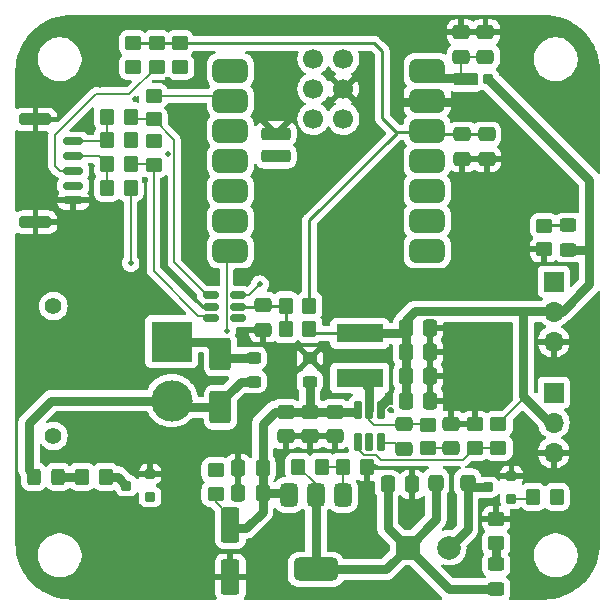
<source format=gbr>
%TF.GenerationSoftware,KiCad,Pcbnew,8.0.4*%
%TF.CreationDate,2025-01-29T17:32:31-05:00*%
%TF.ProjectId,EauRouge,45617552-6f75-4676-952e-6b696361645f,rev?*%
%TF.SameCoordinates,Original*%
%TF.FileFunction,Copper,L1,Top*%
%TF.FilePolarity,Positive*%
%FSLAX46Y46*%
G04 Gerber Fmt 4.6, Leading zero omitted, Abs format (unit mm)*
G04 Created by KiCad (PCBNEW 8.0.4) date 2025-01-29 17:32:31*
%MOMM*%
%LPD*%
G01*
G04 APERTURE LIST*
G04 Aperture macros list*
%AMRoundRect*
0 Rectangle with rounded corners*
0 $1 Rounding radius*
0 $2 $3 $4 $5 $6 $7 $8 $9 X,Y pos of 4 corners*
0 Add a 4 corners polygon primitive as box body*
4,1,4,$2,$3,$4,$5,$6,$7,$8,$9,$2,$3,0*
0 Add four circle primitives for the rounded corners*
1,1,$1+$1,$2,$3*
1,1,$1+$1,$4,$5*
1,1,$1+$1,$6,$7*
1,1,$1+$1,$8,$9*
0 Add four rect primitives between the rounded corners*
20,1,$1+$1,$2,$3,$4,$5,0*
20,1,$1+$1,$4,$5,$6,$7,0*
20,1,$1+$1,$6,$7,$8,$9,0*
20,1,$1+$1,$8,$9,$2,$3,0*%
G04 Aperture macros list end*
%TA.AperFunction,SMDPad,CuDef*%
%ADD10RoundRect,0.250000X-0.350000X-0.450000X0.350000X-0.450000X0.350000X0.450000X-0.350000X0.450000X0*%
%TD*%
%TA.AperFunction,SMDPad,CuDef*%
%ADD11RoundRect,0.250000X-0.337500X-0.475000X0.337500X-0.475000X0.337500X0.475000X-0.337500X0.475000X0*%
%TD*%
%TA.AperFunction,SMDPad,CuDef*%
%ADD12RoundRect,0.250000X0.337500X0.475000X-0.337500X0.475000X-0.337500X-0.475000X0.337500X-0.475000X0*%
%TD*%
%TA.AperFunction,SMDPad,CuDef*%
%ADD13RoundRect,0.250000X-0.475000X0.337500X-0.475000X-0.337500X0.475000X-0.337500X0.475000X0.337500X0*%
%TD*%
%TA.AperFunction,SMDPad,CuDef*%
%ADD14RoundRect,0.250000X-0.450000X0.350000X-0.450000X-0.350000X0.450000X-0.350000X0.450000X0.350000X0*%
%TD*%
%TA.AperFunction,SMDPad,CuDef*%
%ADD15RoundRect,0.250000X0.475000X-0.337500X0.475000X0.337500X-0.475000X0.337500X-0.475000X-0.337500X0*%
%TD*%
%TA.AperFunction,SMDPad,CuDef*%
%ADD16RoundRect,0.110000X-0.890000X-0.440000X0.890000X-0.440000X0.890000X0.440000X-0.890000X0.440000X0*%
%TD*%
%TA.AperFunction,SMDPad,CuDef*%
%ADD17RoundRect,0.080000X-0.320000X-0.320000X0.320000X-0.320000X0.320000X0.320000X-0.320000X0.320000X0*%
%TD*%
%TA.AperFunction,SMDPad,CuDef*%
%ADD18RoundRect,0.250000X-0.550000X1.250000X-0.550000X-1.250000X0.550000X-1.250000X0.550000X1.250000X0*%
%TD*%
%TA.AperFunction,SMDPad,CuDef*%
%ADD19RoundRect,0.250000X0.450000X-0.350000X0.450000X0.350000X-0.450000X0.350000X-0.450000X-0.350000X0*%
%TD*%
%TA.AperFunction,SMDPad,CuDef*%
%ADD20RoundRect,0.250000X0.650000X-1.125000X0.650000X1.125000X-0.650000X1.125000X-0.650000X-1.125000X0*%
%TD*%
%TA.AperFunction,SMDPad,CuDef*%
%ADD21RoundRect,0.500000X-1.000000X-0.500000X1.000000X-0.500000X1.000000X0.500000X-1.000000X0.500000X0*%
%TD*%
%TA.AperFunction,SMDPad,CuDef*%
%ADD22RoundRect,0.275000X0.975000X0.275000X-0.975000X0.275000X-0.975000X-0.275000X0.975000X-0.275000X0*%
%TD*%
%TA.AperFunction,SMDPad,CuDef*%
%ADD23C,1.700000*%
%TD*%
%TA.AperFunction,SMDPad,CuDef*%
%ADD24RoundRect,0.250000X-0.450000X0.325000X-0.450000X-0.325000X0.450000X-0.325000X0.450000X0.325000X0*%
%TD*%
%TA.AperFunction,ComponentPad*%
%ADD25R,1.700000X1.700000*%
%TD*%
%TA.AperFunction,ComponentPad*%
%ADD26O,1.700000X1.700000*%
%TD*%
%TA.AperFunction,SMDPad,CuDef*%
%ADD27RoundRect,0.295455X-0.354545X-0.404545X0.354545X-0.404545X0.354545X0.404545X-0.354545X0.404545X0*%
%TD*%
%TA.AperFunction,SMDPad,CuDef*%
%ADD28RoundRect,0.375000X-0.375000X0.625000X-0.375000X-0.625000X0.375000X-0.625000X0.375000X0.625000X0*%
%TD*%
%TA.AperFunction,SMDPad,CuDef*%
%ADD29RoundRect,0.500000X-1.400000X0.500000X-1.400000X-0.500000X1.400000X-0.500000X1.400000X0.500000X0*%
%TD*%
%TA.AperFunction,ComponentPad*%
%ADD30C,1.400000*%
%TD*%
%TA.AperFunction,ComponentPad*%
%ADD31R,3.500000X3.500000*%
%TD*%
%TA.AperFunction,ComponentPad*%
%ADD32C,3.500000*%
%TD*%
%TA.AperFunction,SMDPad,CuDef*%
%ADD33RoundRect,0.250000X0.350000X0.450000X-0.350000X0.450000X-0.350000X-0.450000X0.350000X-0.450000X0*%
%TD*%
%TA.AperFunction,SMDPad,CuDef*%
%ADD34RoundRect,0.200000X0.250000X0.200000X-0.250000X0.200000X-0.250000X-0.200000X0.250000X-0.200000X0*%
%TD*%
%TA.AperFunction,SMDPad,CuDef*%
%ADD35RoundRect,0.162500X-0.162500X0.617500X-0.162500X-0.617500X0.162500X-0.617500X0.162500X0.617500X0*%
%TD*%
%TA.AperFunction,SMDPad,CuDef*%
%ADD36RoundRect,0.237500X0.387500X0.237500X-0.387500X0.237500X-0.387500X-0.237500X0.387500X-0.237500X0*%
%TD*%
%TA.AperFunction,SMDPad,CuDef*%
%ADD37RoundRect,0.150000X-0.700000X0.150000X-0.700000X-0.150000X0.700000X-0.150000X0.700000X0.150000X0*%
%TD*%
%TA.AperFunction,SMDPad,CuDef*%
%ADD38RoundRect,0.250000X-1.100000X0.250000X-1.100000X-0.250000X1.100000X-0.250000X1.100000X0.250000X0*%
%TD*%
%TA.AperFunction,SMDPad,CuDef*%
%ADD39R,4.000000X1.600000*%
%TD*%
%TA.AperFunction,ComponentPad*%
%ADD40R,2.000000X2.000000*%
%TD*%
%TA.AperFunction,ComponentPad*%
%ADD41C,2.000000*%
%TD*%
%TA.AperFunction,SMDPad,CuDef*%
%ADD42RoundRect,0.250000X0.325000X0.450000X-0.325000X0.450000X-0.325000X-0.450000X0.325000X-0.450000X0*%
%TD*%
%TA.AperFunction,SMDPad,CuDef*%
%ADD43RoundRect,0.150000X-0.512500X-0.150000X0.512500X-0.150000X0.512500X0.150000X-0.512500X0.150000X0*%
%TD*%
%TA.AperFunction,ViaPad*%
%ADD44C,0.500000*%
%TD*%
%TA.AperFunction,ViaPad*%
%ADD45C,0.600000*%
%TD*%
%TA.AperFunction,Conductor*%
%ADD46C,0.127000*%
%TD*%
%TA.AperFunction,Conductor*%
%ADD47C,0.800000*%
%TD*%
%TA.AperFunction,Conductor*%
%ADD48C,0.254000*%
%TD*%
%TA.AperFunction,Conductor*%
%ADD49C,0.200000*%
%TD*%
%TA.AperFunction,Conductor*%
%ADD50C,0.300000*%
%TD*%
%TA.AperFunction,Conductor*%
%ADD51C,0.500000*%
%TD*%
G04 APERTURE END LIST*
D10*
%TO.P,R10,1*%
%TO.N,/DJI_PWM2*%
X108000000Y-112850000D03*
%TO.P,R10,2*%
%TO.N,/MCU/RAW_SERVO_PWM2*%
X110000000Y-112850000D03*
%TD*%
D11*
%TO.P,C11,1*%
%TO.N,+5V*%
X133312500Y-126750000D03*
%TO.P,C11,2*%
%TO.N,GND*%
X135387500Y-126750000D03*
%TD*%
D12*
%TO.P,C17,1*%
%TO.N,VBAT_FILTERED*%
X121187500Y-138650000D03*
%TO.P,C17,2*%
%TO.N,GND*%
X119112500Y-138650000D03*
%TD*%
D13*
%TO.P,C4,1*%
%TO.N,+3.3V*%
X140150000Y-110362500D03*
%TO.P,C4,2*%
%TO.N,GND*%
X140150000Y-112437500D03*
%TD*%
D14*
%TO.P,R14,1*%
%TO.N,+5V*%
X141150000Y-134900000D03*
%TO.P,R14,2*%
%TO.N,/Power/FB*%
X141150000Y-136900000D03*
%TD*%
D15*
%TO.P,C15,1*%
%TO.N,/Power/SW_SNUBBER*%
X137150000Y-136937500D03*
%TO.P,C15,2*%
%TO.N,GND*%
X137150000Y-134862500D03*
%TD*%
D16*
%TO.P,D1,1,K*%
%TO.N,MCU_5V*%
X138372500Y-105700000D03*
D17*
%TO.P,D1,2,A*%
%TO.N,+5V*%
X140272500Y-105700000D03*
%TD*%
D11*
%TO.P,C18,1*%
%TO.N,+12V*%
X131762500Y-140000000D03*
%TO.P,C18,2*%
%TO.N,GND*%
X133837500Y-140000000D03*
%TD*%
D14*
%TO.P,R11,1*%
%TO.N,/MCU/ESP32_PWM2*%
X111950000Y-110950000D03*
%TO.P,R11,2*%
%TO.N,/MCU/RAW_SERVO_PWM2*%
X111950000Y-112950000D03*
%TD*%
D13*
%TO.P,C9,1*%
%TO.N,VBAT_FILTERED*%
X125225000Y-133842500D03*
%TO.P,C9,2*%
%TO.N,GND*%
X125225000Y-135917500D03*
%TD*%
D10*
%TO.P,R19,1*%
%TO.N,/Power/ADJ*%
X127987500Y-138500000D03*
%TO.P,R19,2*%
%TO.N,GND*%
X129987500Y-138500000D03*
%TD*%
D18*
%TO.P,C6,1*%
%TO.N,VBAT_FILTERED*%
X118450000Y-143450000D03*
%TO.P,C6,2*%
%TO.N,GND*%
X118450000Y-147850000D03*
%TD*%
D19*
%TO.P,R3,1*%
%TO.N,/MCU/CHIP_EN*%
X110200000Y-104650000D03*
%TO.P,R3,2*%
%TO.N,+3.3V*%
X110200000Y-102650000D03*
%TD*%
D20*
%TO.P,D2,1,C*%
%TO.N,+BATT*%
X117600000Y-133482500D03*
%TO.P,D2,2,A*%
%TO.N,-BATT*%
X117600000Y-128982500D03*
%TD*%
D15*
%TO.P,C2,1*%
%TO.N,MCU_5V*%
X140050000Y-103787500D03*
%TO.P,C2,2*%
%TO.N,GND*%
X140050000Y-101712500D03*
%TD*%
D13*
%TO.P,C8,1*%
%TO.N,VBAT_FILTERED*%
X123125000Y-133842500D03*
%TO.P,C8,2*%
%TO.N,GND*%
X123125000Y-135917500D03*
%TD*%
D10*
%TO.P,R9,1*%
%TO.N,/DJI_PWM2*%
X108000000Y-114900000D03*
%TO.P,R9,2*%
%TO.N,/BUFF_SERVO_PWM2*%
X110000000Y-114900000D03*
%TD*%
D21*
%TO.P,U1,1,GPIO2_A0_D0*%
%TO.N,unconnected-(U1-GPIO2_A0_D0-Pad1)*%
X118450000Y-104970000D03*
%TO.P,U1,2,GPIO3_A1_D1*%
%TO.N,/MCU/ESP32_PWM1*%
X118450000Y-107510000D03*
%TO.P,U1,3,GPIO4_A2_D2*%
%TO.N,/MCU/ESP32_PWM2*%
X118450000Y-110050000D03*
%TO.P,U1,4,GPIO5_A3_D3*%
%TO.N,/SOLENOID_DRIVE*%
X118450000Y-112590000D03*
%TO.P,U1,5,GPIO6_D4_SDA*%
%TO.N,/SDA*%
X118450000Y-115130000D03*
%TO.P,U1,6,GPIO7_D5_SCL*%
%TO.N,/SCL*%
X118450000Y-117670000D03*
%TO.P,U1,7,GPIO21_D6_TX*%
%TO.N,/MCU/VIN_LED_CONTROL*%
X118450000Y-120210000D03*
%TO.P,U1,8,GPIO20_D7_RX*%
%TO.N,unconnected-(U1-GPIO20_D7_RX-Pad8)*%
X135115000Y-120210000D03*
%TO.P,U1,9,GPIO8_D8_SCK*%
%TO.N,unconnected-(U1-GPIO8_D8_SCK-Pad9)*%
X135115000Y-117670000D03*
%TO.P,U1,10,GPIO9_D9_MISO*%
%TO.N,unconnected-(U1-GPIO9_D9_MISO-Pad10)*%
X135115000Y-115130000D03*
%TO.P,U1,11,GPIO10_D10_MOSI*%
%TO.N,unconnected-(U1-GPIO10_D10_MOSI-Pad11)*%
X135115000Y-112590000D03*
%TO.P,U1,12,3V3*%
%TO.N,+3.3V*%
X135115000Y-110050000D03*
%TO.P,U1,13,GND*%
%TO.N,GND*%
X135115000Y-107510000D03*
%TO.P,U1,14,5V*%
%TO.N,MCU_5V*%
X135115000Y-104970000D03*
D22*
%TO.P,U1,15,BAT*%
%TO.N,unconnected-(U1-BAT-Pad15)*%
X122310000Y-112208000D03*
%TO.P,U1,16,GND*%
%TO.N,GND*%
X122310000Y-110303000D03*
D23*
%TO.P,U1,17,MTDI*%
%TO.N,unconnected-(U1-MTDI-Pad17)*%
X125485000Y-103958000D03*
%TO.P,U1,18,MTDO*%
%TO.N,unconnected-(U1-MTDO-Pad18)*%
X128025000Y-103958000D03*
%TO.P,U1,19,CHIP_EN*%
%TO.N,/MCU/CHIP_EN*%
X125485000Y-106498000D03*
%TO.P,U1,20,GND*%
%TO.N,GND*%
X128025000Y-106498000D03*
%TO.P,U1,21,MTMS*%
%TO.N,unconnected-(U1-MTMS-Pad21)*%
X125485000Y-109038000D03*
%TO.P,U1,22,MTCK*%
%TO.N,unconnected-(U1-MTCK-Pad22)*%
X128025000Y-109038000D03*
%TD*%
D15*
%TO.P,C1,1*%
%TO.N,MCU_5V*%
X138000000Y-103787500D03*
%TO.P,C1,2*%
%TO.N,GND*%
X138000000Y-101712500D03*
%TD*%
D24*
%TO.P,D4,1,K*%
%TO.N,/Power/5V_LED_K*%
X147050000Y-118075000D03*
%TO.P,D4,2,A*%
%TO.N,+5V*%
X147050000Y-120125000D03*
%TD*%
D10*
%TO.P,R12,1*%
%TO.N,/Power/VIN_LED_K*%
X105900000Y-139350000D03*
%TO.P,R12,2*%
%TO.N,/Power/VIN_LED_FET_D*%
X107900000Y-139350000D03*
%TD*%
D25*
%TO.P,J4,1,1*%
%TO.N,/BUFF_SERVO_PWM1*%
X145825000Y-122825000D03*
D26*
%TO.P,J4,2,2*%
%TO.N,+5V*%
X145825000Y-125365000D03*
%TO.P,J4,3,3*%
%TO.N,GND*%
X145825000Y-127905000D03*
%TD*%
D24*
%TO.P,D5,1,K*%
%TO.N,/Power/12V_LED_K*%
X140950000Y-146775000D03*
%TO.P,D5,2,A*%
%TO.N,+12V*%
X140950000Y-148825000D03*
%TD*%
D27*
%TO.P,D6,1,K*%
%TO.N,+12V*%
X135850000Y-139850000D03*
%TO.P,D6,2,A*%
%TO.N,SOLENOID-*%
X138550000Y-139850000D03*
%TD*%
D14*
%TO.P,R8,1*%
%TO.N,/MCU/ESP32_PWM1*%
X111950000Y-107100000D03*
%TO.P,R8,2*%
%TO.N,/MCU/RAW_SERVO_PWM1*%
X111950000Y-109100000D03*
%TD*%
D12*
%TO.P,C16,1*%
%TO.N,VBAT_FILTERED*%
X121187500Y-140700000D03*
%TO.P,C16,2*%
%TO.N,GND*%
X119112500Y-140700000D03*
%TD*%
D28*
%TO.P,U4,1,ADJ*%
%TO.N,/Power/ADJ*%
X128000000Y-140900000D03*
%TO.P,U4,2,VO*%
%TO.N,+12V*%
X125700000Y-140900000D03*
D29*
X125700000Y-147200000D03*
D28*
%TO.P,U4,3,VI*%
%TO.N,VBAT_FILTERED*%
X123400000Y-140900000D03*
%TD*%
D30*
%TO.P,J1,*%
%TO.N,*%
X103475000Y-135900000D03*
X103475000Y-124900000D03*
D31*
%TO.P,J1,1,-*%
%TO.N,-BATT*%
X113475000Y-127900000D03*
D32*
%TO.P,J1,2,+*%
%TO.N,+BATT*%
X113475000Y-132900000D03*
%TD*%
D14*
%TO.P,R16,1*%
%TO.N,/Power/5V_LED_K*%
X145000000Y-118100000D03*
%TO.P,R16,2*%
%TO.N,GND*%
X145000000Y-120100000D03*
%TD*%
D10*
%TO.P,R18,1*%
%TO.N,+12V*%
X124200000Y-138500000D03*
%TO.P,R18,2*%
%TO.N,/Power/ADJ*%
X126200000Y-138500000D03*
%TD*%
D33*
%TO.P,R4,1*%
%TO.N,+3.3V*%
X125150000Y-124850000D03*
%TO.P,R4,2*%
%TO.N,/MCU/VCC_BUFFER*%
X123150000Y-124850000D03*
%TD*%
D11*
%TO.P,C14,1*%
%TO.N,+5V*%
X133312500Y-132900000D03*
%TO.P,C14,2*%
%TO.N,GND*%
X135387500Y-132900000D03*
%TD*%
D33*
%TO.P,R21,1*%
%TO.N,/SOLENOID_DRIVE*%
X146100000Y-141050000D03*
%TO.P,R21,2*%
%TO.N,/Solenoid Driver/SOLENOID_FET_G*%
X144100000Y-141050000D03*
%TD*%
D34*
%TO.P,Q1,1,G*%
%TO.N,/MCU/VIN_LED_CONTROL*%
X111650000Y-141050000D03*
%TO.P,Q1,2,S*%
%TO.N,GND*%
X111650000Y-139150000D03*
%TO.P,Q1,3,D*%
%TO.N,/Power/VIN_LED_FET_D*%
X109650000Y-140100000D03*
%TD*%
D19*
%TO.P,R20,1*%
%TO.N,/Power/12V_LED_K*%
X140950000Y-144950000D03*
%TO.P,R20,2*%
%TO.N,GND*%
X140950000Y-142950000D03*
%TD*%
D35*
%TO.P,U3,1,GND*%
%TO.N,GND*%
X131175000Y-133700000D03*
%TO.P,U3,2,SW*%
%TO.N,/Power/SW*%
X130225000Y-133700000D03*
%TO.P,U3,3,VIN*%
%TO.N,VBAT_FILTERED*%
X129275000Y-133700000D03*
%TO.P,U3,4,FB*%
%TO.N,/Power/FB*%
X129275000Y-136400000D03*
%TO.P,U3,5,EN*%
%TO.N,/Power/EN*%
X130225000Y-136400000D03*
%TO.P,U3,6,CB*%
%TO.N,/Power/BOOT*%
X131175000Y-136400000D03*
%TD*%
D11*
%TO.P,C13,1*%
%TO.N,+5V*%
X133312500Y-130850000D03*
%TO.P,C13,2*%
%TO.N,GND*%
X135387500Y-130850000D03*
%TD*%
D13*
%TO.P,C3,1*%
%TO.N,+3.3V*%
X138100000Y-110362500D03*
%TO.P,C3,2*%
%TO.N,GND*%
X138100000Y-112437500D03*
%TD*%
D34*
%TO.P,Q2,1,G*%
%TO.N,/Solenoid Driver/SOLENOID_FET_G*%
X142250000Y-141200000D03*
%TO.P,Q2,2,S*%
%TO.N,GND*%
X142250000Y-139300000D03*
%TO.P,Q2,3,D*%
%TO.N,SOLENOID-*%
X140250000Y-140250000D03*
%TD*%
D19*
%TO.P,R15,1*%
%TO.N,/Power/FB*%
X139150000Y-136900000D03*
%TO.P,R15,2*%
%TO.N,GND*%
X139150000Y-134900000D03*
%TD*%
D14*
%TO.P,R17,1*%
%TO.N,/Power/SW*%
X135150000Y-134950000D03*
%TO.P,R17,2*%
%TO.N,/Power/SW_SNUBBER*%
X135150000Y-136950000D03*
%TD*%
D11*
%TO.P,C12,1*%
%TO.N,+5V*%
X133312500Y-128800000D03*
%TO.P,C12,2*%
%TO.N,GND*%
X135387500Y-128800000D03*
%TD*%
D19*
%TO.P,R13,1*%
%TO.N,VBAT_FILTERED*%
X117200000Y-140800000D03*
%TO.P,R13,2*%
%TO.N,/Power/EN*%
X117200000Y-138800000D03*
%TD*%
D36*
%TO.P,FL1,1,1*%
%TO.N,VBAT_FILTERED*%
X125175000Y-131300000D03*
%TO.P,FL1,2,2*%
%TO.N,GND*%
X125175000Y-129300000D03*
%TO.P,FL1,3,3*%
%TO.N,-BATT*%
X120425000Y-129300000D03*
%TO.P,FL1,4,4*%
%TO.N,+BATT*%
X120425000Y-131300000D03*
%TD*%
D15*
%TO.P,C7,1*%
%TO.N,/Power/BOOT*%
X133125000Y-136957500D03*
%TO.P,C7,2*%
%TO.N,/Power/SW*%
X133125000Y-134882500D03*
%TD*%
D10*
%TO.P,R7,1*%
%TO.N,/DJI_PWM1*%
X108000000Y-108850000D03*
%TO.P,R7,2*%
%TO.N,/MCU/RAW_SERVO_PWM1*%
X110000000Y-108850000D03*
%TD*%
D37*
%TO.P,J2,1,1*%
%TO.N,/DJI_PWM1*%
X105150000Y-110950000D03*
%TO.P,J2,2,2*%
%TO.N,/DJI_PWM2*%
X105150000Y-112200000D03*
%TO.P,J2,3,3*%
%TO.N,/SDA*%
X105150000Y-113450000D03*
%TO.P,J2,4,4*%
%TO.N,/SCL*%
X105150000Y-114700000D03*
%TO.P,J2,5,5*%
%TO.N,GND*%
X105150000Y-115950000D03*
D38*
%TO.P,J2,MP,MP*%
X101950000Y-109100000D03*
X101950000Y-117800000D03*
%TD*%
D39*
%TO.P,L1,1,1*%
%TO.N,/Power/SW*%
X129400000Y-131000000D03*
%TO.P,L1,2,2*%
%TO.N,+5V*%
X129400000Y-127200000D03*
%TD*%
D14*
%TO.P,R1,1*%
%TO.N,+3.3V*%
X112200000Y-102650000D03*
%TO.P,R1,2*%
%TO.N,/SDA*%
X112200000Y-104650000D03*
%TD*%
D40*
%TO.P,J3,1,Pin_1*%
%TO.N,+12V*%
X133450000Y-145350000D03*
D41*
%TO.P,J3,2,Pin_2*%
%TO.N,SOLENOID-*%
X136950000Y-145350000D03*
%TD*%
D14*
%TO.P,R2,1*%
%TO.N,+3.3V*%
X114200000Y-102650000D03*
%TO.P,R2,2*%
%TO.N,/SCL*%
X114200000Y-104650000D03*
%TD*%
D42*
%TO.P,D3,1,K*%
%TO.N,/Power/VIN_LED_K*%
X103875000Y-139350000D03*
%TO.P,D3,2,A*%
%TO.N,+BATT*%
X101825000Y-139350000D03*
%TD*%
D10*
%TO.P,R6,1*%
%TO.N,/DJI_PWM1*%
X108000000Y-110850000D03*
%TO.P,R6,2*%
%TO.N,/BUFF_SERVO_PWM1*%
X110000000Y-110850000D03*
%TD*%
D33*
%TO.P,R5,1*%
%TO.N,+5V*%
X125150000Y-126850000D03*
%TO.P,R5,2*%
%TO.N,/MCU/VCC_BUFFER*%
X123150000Y-126850000D03*
%TD*%
D13*
%TO.P,C10,1*%
%TO.N,VBAT_FILTERED*%
X127325000Y-133842500D03*
%TO.P,C10,2*%
%TO.N,GND*%
X127325000Y-135917500D03*
%TD*%
D43*
%TO.P,U2,1,1A*%
%TO.N,/MCU/RAW_SERVO_PWM1*%
X116812500Y-124000000D03*
%TO.P,U2,2,GND*%
%TO.N,GND*%
X116812500Y-124950000D03*
%TO.P,U2,3,2A*%
%TO.N,/MCU/RAW_SERVO_PWM2*%
X116812500Y-125900000D03*
%TO.P,U2,4,2Y*%
%TO.N,/BUFF_SERVO_PWM2*%
X119087500Y-125900000D03*
%TO.P,U2,5,V_{CC}*%
%TO.N,/MCU/VCC_BUFFER*%
X119087500Y-124950000D03*
%TO.P,U2,6,1Y*%
%TO.N,/BUFF_SERVO_PWM1*%
X119087500Y-124000000D03*
%TD*%
D13*
%TO.P,C5,1*%
%TO.N,/MCU/VCC_BUFFER*%
X121250000Y-124812500D03*
%TO.P,C5,2*%
%TO.N,GND*%
X121250000Y-126887500D03*
%TD*%
D25*
%TO.P,J5,1,1*%
%TO.N,/BUFF_SERVO_PWM2*%
X145825000Y-132225000D03*
D26*
%TO.P,J5,2,2*%
%TO.N,+5V*%
X145825000Y-134765000D03*
%TO.P,J5,3,3*%
%TO.N,GND*%
X145825000Y-137305000D03*
%TD*%
D44*
%TO.N,GND*%
X140150000Y-118850000D03*
X122400000Y-137300000D03*
X136850000Y-128800000D03*
X115450000Y-111850000D03*
X133450000Y-147150000D03*
X130900000Y-110150000D03*
X133550000Y-100900000D03*
X125700000Y-149150000D03*
X124200000Y-137050000D03*
X122850000Y-144800000D03*
X122500000Y-107800000D03*
X126800000Y-107750000D03*
X130100000Y-103900000D03*
X106800000Y-143050000D03*
X100950000Y-133250000D03*
X109550000Y-106050000D03*
X148500000Y-103050000D03*
X128600000Y-142700000D03*
D45*
X112850000Y-114450000D03*
D44*
X115400000Y-124200000D03*
X116200000Y-103650000D03*
X101900000Y-111650000D03*
X131600000Y-145350000D03*
X127100000Y-142700000D03*
X148600000Y-146450000D03*
X120250000Y-149100000D03*
X124350000Y-144850000D03*
X144650000Y-130000000D03*
X123150000Y-137150000D03*
X136850000Y-127800000D03*
X111350000Y-147650000D03*
X149230585Y-124751255D03*
X141650000Y-104900000D03*
X126850000Y-110800000D03*
X127100000Y-137200000D03*
X149150000Y-112500000D03*
X120000000Y-137200000D03*
X143200000Y-134200000D03*
X101000000Y-124600000D03*
X112900000Y-116200000D03*
X111050000Y-116200000D03*
X135350000Y-149150000D03*
X106700000Y-113050000D03*
X141450000Y-132900000D03*
X130000000Y-139950000D03*
X136850000Y-132200000D03*
X101000000Y-119150000D03*
X138100000Y-113900000D03*
X112950000Y-121300000D03*
D45*
X115400000Y-114350000D03*
D44*
X128600000Y-144950000D03*
X143850000Y-139400000D03*
X120200000Y-133050000D03*
X131950000Y-128950000D03*
X103800000Y-134250000D03*
X139900000Y-141550000D03*
X116650000Y-149150000D03*
X106300000Y-109600000D03*
X100850000Y-107850000D03*
X122800000Y-142750000D03*
X132000000Y-132350000D03*
X138900000Y-138350000D03*
X121800000Y-122150000D03*
X132000000Y-133700000D03*
X137600000Y-147450000D03*
X138000000Y-108100000D03*
X126550000Y-128150000D03*
X128200000Y-132600000D03*
X123400000Y-117850000D03*
X108900000Y-116250000D03*
D45*
X111250000Y-114250000D03*
D44*
X104900000Y-128400000D03*
X136850000Y-126750000D03*
X136900000Y-129750000D03*
X102100000Y-147600000D03*
X109800000Y-136350000D03*
X142700000Y-149150000D03*
X142750000Y-142650000D03*
X114550000Y-141600000D03*
X137200000Y-142950000D03*
X127100000Y-144900000D03*
X132600000Y-107650000D03*
X134600000Y-138700000D03*
X126250000Y-137050000D03*
X120300000Y-147850000D03*
X135215000Y-107660000D03*
X133450000Y-143500000D03*
X100950000Y-141000000D03*
X113000000Y-125250000D03*
X126300000Y-118150000D03*
X102750000Y-137800000D03*
X107400000Y-106150000D03*
X147500000Y-114750000D03*
D45*
X131600000Y-116900000D03*
D44*
X106900000Y-121550000D03*
X108150000Y-100900000D03*
X136800000Y-133400000D03*
X141950000Y-126750000D03*
X124350000Y-142750000D03*
X115500000Y-116200000D03*
X142750000Y-100900000D03*
X129750000Y-121650000D03*
X115800000Y-134950000D03*
X121900000Y-113800000D03*
X149200000Y-130200000D03*
X102200000Y-102000000D03*
X126800000Y-105200000D03*
X119350000Y-126950000D03*
X122400000Y-103650000D03*
X113150000Y-112050000D03*
X149250000Y-138450000D03*
X111000000Y-119850000D03*
X124850000Y-100900000D03*
X136850000Y-130850000D03*
X116200000Y-100900000D03*
X125250000Y-137200000D03*
X117250000Y-122600000D03*
X102000000Y-115150000D03*
D45*
X113150000Y-105750000D03*
D44*
X118450000Y-145700000D03*
X142350000Y-111800000D03*
D45*
X119150000Y-140700000D03*
D44*
X116650000Y-147800000D03*
X110400000Y-107350000D03*
X114300000Y-109650000D03*
X133000000Y-111350000D03*
X128250000Y-137100000D03*
X126650000Y-124800000D03*
%TO.N,/MCU/CHIP_EN*%
X110200000Y-104650000D03*
X125485000Y-106498000D03*
%TO.N,/BUFF_SERVO_PWM2*%
X110000000Y-121250000D03*
X119087500Y-125900000D03*
%TO.N,/SOLENOID_DRIVE*%
X146100000Y-141050000D03*
X118450000Y-112590000D03*
%TO.N,/Power/EN*%
X130225000Y-136400000D03*
X117150000Y-138800000D03*
%TO.N,/SCL*%
X114200000Y-104650000D03*
X118450000Y-117670000D03*
X105150000Y-114700000D03*
%TO.N,/SDA*%
X118450000Y-115130000D03*
X105150000Y-113450000D03*
%TO.N,/BUFF_SERVO_PWM1*%
X120950000Y-123050000D03*
X110000000Y-110800000D03*
%TO.N,/MCU/ESP32_PWM2*%
X111950000Y-110950000D03*
X118450000Y-110050000D03*
%TO.N,/MCU/VIN_LED_CONTROL*%
X118150000Y-127000000D03*
X111650000Y-141050000D03*
%TD*%
D46*
%TO.N,+5V*%
X143250000Y-132800000D02*
X143250000Y-132500000D01*
D47*
X146535000Y-125365000D02*
X148850000Y-123050000D01*
D48*
X145800000Y-125350000D02*
X146550000Y-125350000D01*
D47*
X143250000Y-125350000D02*
X145810000Y-125350000D01*
D48*
X145825000Y-125365000D02*
X145815000Y-125365000D01*
D47*
X147075000Y-120150000D02*
X147050000Y-120125000D01*
X148850000Y-120050000D02*
X148750000Y-120150000D01*
X133312500Y-126750000D02*
X133312500Y-132900000D01*
D48*
X129400000Y-127200000D02*
X125500000Y-127200000D01*
X145815000Y-125365000D02*
X145800000Y-125350000D01*
X125500000Y-127200000D02*
X125150000Y-126850000D01*
D47*
X129400000Y-127200000D02*
X132862500Y-127200000D01*
X145825000Y-125365000D02*
X146535000Y-125365000D01*
X143250000Y-125350000D02*
X143250000Y-132500000D01*
X145515000Y-134765000D02*
X145825000Y-134765000D01*
X148850000Y-120050000D02*
X148850000Y-114250000D01*
X148850000Y-114250000D02*
X140300000Y-105700000D01*
D48*
X147500000Y-120575000D02*
X147050000Y-120125000D01*
D47*
X145810000Y-125350000D02*
X145825000Y-125365000D01*
X134050000Y-125350000D02*
X143250000Y-125350000D01*
X148750000Y-120150000D02*
X147075000Y-120150000D01*
X133312500Y-126750000D02*
X133312500Y-126087500D01*
X132862500Y-127200000D02*
X133312500Y-126750000D01*
D46*
X141150000Y-134900000D02*
X143250000Y-132800000D01*
D47*
X148850000Y-123050000D02*
X148850000Y-120050000D01*
X133312500Y-126087500D02*
X134050000Y-125350000D01*
X140300000Y-105700000D02*
X140272500Y-105700000D01*
X143250000Y-132500000D02*
X145515000Y-134765000D01*
D48*
%TO.N,+3.3V*%
X131300000Y-108950000D02*
X131300000Y-103300000D01*
X136015000Y-110350000D02*
X135377500Y-109712500D01*
X132575000Y-110225000D02*
X131300000Y-108950000D01*
X131300000Y-103300000D02*
X130650000Y-102650000D01*
X130650000Y-102650000D02*
X114200000Y-102650000D01*
X114200000Y-102650000D02*
X110250000Y-102650000D01*
X125150000Y-124850000D02*
X125150000Y-117650000D01*
X132600000Y-110200000D02*
X135215000Y-110200000D01*
D49*
X135377500Y-109712500D02*
X135215000Y-109550000D01*
D48*
X125150000Y-117650000D02*
X132575000Y-110225000D01*
X140100000Y-110350000D02*
X136015000Y-110350000D01*
D49*
%TO.N,MCU_5V*%
X138286250Y-105613750D02*
X138000000Y-105327500D01*
X138000000Y-105327500D02*
X138000000Y-103787500D01*
D47*
X138286250Y-105613750D02*
X138222500Y-105550000D01*
X135645000Y-105550000D02*
X135215000Y-105120000D01*
X138222500Y-105550000D02*
X135645000Y-105550000D01*
X138372500Y-105700000D02*
X138286250Y-105613750D01*
D49*
X140050000Y-103787500D02*
X138000000Y-103787500D01*
D48*
%TO.N,/MCU/VCC_BUFFER*%
X121112500Y-124950000D02*
X119087500Y-124950000D01*
X123150000Y-126850000D02*
X123150000Y-124850000D01*
X123150000Y-124850000D02*
X121287500Y-124850000D01*
X121250000Y-124812500D02*
X121112500Y-124950000D01*
X121287500Y-124850000D02*
X121250000Y-124812500D01*
D47*
%TO.N,VBAT_FILTERED*%
X121187500Y-138650000D02*
X121187500Y-140700000D01*
X123200000Y-140700000D02*
X123400000Y-140900000D01*
X125175000Y-133792500D02*
X125225000Y-133842500D01*
X125175000Y-131300000D02*
X125175000Y-133792500D01*
X127325000Y-133842500D02*
X129132500Y-133842500D01*
X123125000Y-133842500D02*
X127325000Y-133842500D01*
X119800000Y-143700000D02*
X121187500Y-142312500D01*
X121187500Y-138650000D02*
X121187500Y-134862500D01*
X118450000Y-143700000D02*
X119800000Y-143700000D01*
X121187500Y-134862500D02*
X122207500Y-133842500D01*
D46*
X117200000Y-140800000D02*
X117200000Y-141500000D01*
D50*
X129132500Y-133842500D02*
X129275000Y-133700000D01*
D46*
X118450000Y-142750000D02*
X118450000Y-143700000D01*
D47*
X122207500Y-133842500D02*
X123125000Y-133842500D01*
D46*
X117200000Y-141500000D02*
X118450000Y-142750000D01*
D47*
X121187500Y-140700000D02*
X123200000Y-140700000D01*
X121187500Y-142312500D02*
X121187500Y-140700000D01*
%TO.N,+12V*%
X135850000Y-142950000D02*
X133450000Y-145350000D01*
D46*
X125700000Y-140000000D02*
X124200000Y-138500000D01*
D47*
X125700000Y-147200000D02*
X131600000Y-147200000D01*
X136925000Y-148825000D02*
X133450000Y-145350000D01*
X131762500Y-140000000D02*
X131762500Y-143662500D01*
D46*
X125700000Y-140900000D02*
X125700000Y-140000000D01*
D47*
X131600000Y-147200000D02*
X133450000Y-145350000D01*
X125700000Y-147200000D02*
X125700000Y-140900000D01*
X140950000Y-148825000D02*
X136925000Y-148825000D01*
X131762500Y-143662500D02*
X133450000Y-145350000D01*
X135850000Y-139850000D02*
X135850000Y-142950000D01*
D48*
%TO.N,GND*%
X116812500Y-124950000D02*
X116150000Y-124950000D01*
D47*
X138000000Y-108100000D02*
X137560000Y-107660000D01*
D51*
X131175000Y-133175000D02*
X132000000Y-132350000D01*
D48*
X116150000Y-124950000D02*
X115400000Y-124200000D01*
D51*
X131175000Y-133700000D02*
X131175000Y-133175000D01*
D47*
X132610000Y-107660000D02*
X135215000Y-107660000D01*
X137560000Y-107660000D02*
X135215000Y-107660000D01*
X132600000Y-107650000D02*
X132610000Y-107660000D01*
D46*
%TO.N,/Power/SW_SNUBBER*%
X137137500Y-136950000D02*
X135150000Y-136950000D01*
X137150000Y-136937500D02*
X137137500Y-136950000D01*
%TO.N,/BUFF_SERVO_PWM2*%
X119087500Y-125900000D02*
X119237500Y-125750000D01*
X119237500Y-125750000D02*
X119237500Y-125700000D01*
X110000000Y-114900000D02*
X110000000Y-121250000D01*
D47*
%TO.N,+BATT*%
X120425000Y-131300000D02*
X119350000Y-131300000D01*
X101825000Y-139350000D02*
X101825000Y-139225000D01*
X101400000Y-134800000D02*
X103300000Y-132900000D01*
X101825000Y-139225000D02*
X101850000Y-139200000D01*
X117600000Y-133050000D02*
X117600000Y-133482500D01*
X101400000Y-138750000D02*
X101400000Y-134800000D01*
X101850000Y-139200000D02*
X101400000Y-138750000D01*
X103300000Y-132900000D02*
X113475000Y-132900000D01*
X114057500Y-133482500D02*
X113475000Y-132900000D01*
X119350000Y-131300000D02*
X117600000Y-133050000D01*
X117600000Y-133482500D02*
X114057500Y-133482500D01*
%TO.N,-BATT*%
X117917500Y-129300000D02*
X117600000Y-128982500D01*
D46*
X113475000Y-127900000D02*
X113450000Y-127900000D01*
D47*
X116517500Y-127900000D02*
X117600000Y-128982500D01*
X113450000Y-127900000D02*
X116517500Y-127900000D01*
X120425000Y-129300000D02*
X117917500Y-129300000D01*
%TO.N,SOLENOID-*%
X138550000Y-139850000D02*
X138550000Y-143750000D01*
X140250000Y-140250000D02*
X138950000Y-140250000D01*
X138550000Y-143750000D02*
X136950000Y-145350000D01*
X138950000Y-140250000D02*
X138550000Y-139850000D01*
D46*
%TO.N,/Solenoid Driver/SOLENOID_FET_G*%
X143950000Y-141200000D02*
X142250000Y-141200000D01*
X144100000Y-141050000D02*
X143950000Y-141200000D01*
%TO.N,/SOLENOID_DRIVE*%
X118550000Y-112690000D02*
X118450000Y-112590000D01*
X118550000Y-112740000D02*
X118550000Y-112690000D01*
%TO.N,/Power/BOOT*%
X131225000Y-136450000D02*
X131175000Y-136400000D01*
X132857500Y-136957500D02*
X132350000Y-136450000D01*
X132350000Y-136450000D02*
X131225000Y-136450000D01*
X133125000Y-136957500D02*
X132857500Y-136957500D01*
%TO.N,/Power/SW*%
X135150000Y-134950000D02*
X135082500Y-134882500D01*
X133057500Y-134950000D02*
X133125000Y-134882500D01*
X135082500Y-134882500D02*
X133125000Y-134882500D01*
X130600000Y-134950000D02*
X133057500Y-134950000D01*
D47*
X130225000Y-131825000D02*
X129400000Y-131000000D01*
D46*
X130225000Y-133700000D02*
X130225000Y-134575000D01*
X130225000Y-134575000D02*
X130600000Y-134950000D01*
D47*
X130225000Y-133700000D02*
X130225000Y-131825000D01*
%TO.N,/Power/VIN_LED_K*%
X103875000Y-139350000D02*
X105900000Y-139350000D01*
D48*
%TO.N,/Power/5V_LED_K*%
X147050000Y-118075000D02*
X145025000Y-118075000D01*
X145025000Y-118075000D02*
X145000000Y-118100000D01*
D47*
%TO.N,/Power/12V_LED_K*%
X140950000Y-146775000D02*
X140950000Y-144950000D01*
D46*
%TO.N,/DJI_PWM1*%
X107900000Y-110950000D02*
X108000000Y-110850000D01*
X105150000Y-110950000D02*
X107900000Y-110950000D01*
X108000000Y-108850000D02*
X108000000Y-110850000D01*
%TO.N,/Power/FB*%
X129800000Y-137500000D02*
X129275000Y-136975000D01*
X131200000Y-137900000D02*
X130800000Y-137500000D01*
X129275000Y-136975000D02*
X129275000Y-136400000D01*
X139150000Y-136900000D02*
X138150000Y-137900000D01*
X141150000Y-136900000D02*
X139150000Y-136900000D01*
X130800000Y-137500000D02*
X129800000Y-137500000D01*
X138150000Y-137900000D02*
X131200000Y-137900000D01*
%TO.N,/Power/ADJ*%
X127987500Y-138500000D02*
X127987500Y-140887500D01*
X127987500Y-140887500D02*
X128000000Y-140900000D01*
X126200000Y-138500000D02*
X127987500Y-138500000D01*
%TO.N,/Power/EN*%
X117200000Y-138800000D02*
X117150000Y-138800000D01*
%TO.N,/DJI_PWM2*%
X105150000Y-112200000D02*
X107350000Y-112200000D01*
X108000000Y-112850000D02*
X108000000Y-114900000D01*
X107350000Y-112200000D02*
X108000000Y-112850000D01*
%TO.N,/SDA*%
X103600000Y-113050000D02*
X104000000Y-113450000D01*
X103600000Y-110400000D02*
X103600000Y-113050000D01*
X112200000Y-104650000D02*
X109900000Y-106950000D01*
X104000000Y-113450000D02*
X105150000Y-113450000D01*
X109900000Y-106950000D02*
X107050000Y-106950000D01*
X107050000Y-106950000D02*
X103600000Y-110400000D01*
%TO.N,/BUFF_SERVO_PWM1*%
X119237500Y-124000000D02*
X120000000Y-124000000D01*
X145600000Y-123050000D02*
X145825000Y-122825000D01*
X119237500Y-123800000D02*
X119237500Y-124000000D01*
X120000000Y-124000000D02*
X120950000Y-123050000D01*
X110000000Y-110850000D02*
X110000000Y-110800000D01*
%TO.N,/MCU/RAW_SERVO_PWM1*%
X110250000Y-109100000D02*
X111950000Y-109100000D01*
X113700000Y-121200000D02*
X113700000Y-110850000D01*
X113700000Y-110850000D02*
X111950000Y-109100000D01*
X110000000Y-108850000D02*
X110250000Y-109100000D01*
X116812500Y-124000000D02*
X116500000Y-124000000D01*
X116500000Y-124000000D02*
X113700000Y-121200000D01*
%TO.N,/MCU/RAW_SERVO_PWM2*%
X116962500Y-125700000D02*
X115750000Y-125700000D01*
X115750000Y-125700000D02*
X111950000Y-121900000D01*
X111950000Y-121900000D02*
X111950000Y-112950000D01*
X111850000Y-112850000D02*
X111950000Y-112950000D01*
X110000000Y-112850000D02*
X111850000Y-112850000D01*
%TO.N,/MCU/ESP32_PWM1*%
X111950000Y-107100000D02*
X118460000Y-107100000D01*
X118460000Y-107100000D02*
X118550000Y-107010000D01*
D47*
%TO.N,/Power/VIN_LED_FET_D*%
X108900000Y-139350000D02*
X107900000Y-139350000D01*
X109650000Y-140100000D02*
X108900000Y-139350000D01*
D46*
%TO.N,/MCU/VIN_LED_CONTROL*%
X118150000Y-120760000D02*
X118550000Y-120360000D01*
X118150000Y-127000000D02*
X118150000Y-120760000D01*
%TD*%
%TA.AperFunction,Conductor*%
%TO.N,GND*%
G36*
X145002702Y-100250618D02*
G01*
X145015967Y-100251197D01*
X145408558Y-100268337D01*
X145419293Y-100269277D01*
X145819386Y-100321950D01*
X145830010Y-100323823D01*
X146223993Y-100411167D01*
X146234405Y-100413956D01*
X146619279Y-100535307D01*
X146629414Y-100538996D01*
X147002232Y-100693423D01*
X147012024Y-100697989D01*
X147207092Y-100799535D01*
X147369942Y-100884309D01*
X147379310Y-100889717D01*
X147719638Y-101106530D01*
X147728499Y-101112735D01*
X148048627Y-101358378D01*
X148056914Y-101365332D01*
X148354412Y-101637938D01*
X148362061Y-101645587D01*
X148634667Y-101943085D01*
X148641621Y-101951372D01*
X148887264Y-102271500D01*
X148893469Y-102280361D01*
X149110282Y-102620689D01*
X149115690Y-102630057D01*
X149302007Y-102987969D01*
X149306579Y-102997773D01*
X149355951Y-103116967D01*
X149452795Y-103350770D01*
X149460997Y-103370570D01*
X149464696Y-103380733D01*
X149583929Y-103758891D01*
X149586037Y-103765575D01*
X149588837Y-103776025D01*
X149676173Y-104169977D01*
X149678051Y-104180629D01*
X149730720Y-104580683D01*
X149731663Y-104591460D01*
X149747324Y-104950172D01*
X149749382Y-104997297D01*
X149749500Y-105002706D01*
X149749500Y-113576638D01*
X149729815Y-113643677D01*
X149677011Y-113689432D01*
X149607853Y-113699376D01*
X149544297Y-113670351D01*
X149537819Y-113664319D01*
X141196326Y-105322826D01*
X141162841Y-105261503D01*
X141161070Y-105251343D01*
X141158058Y-105228459D01*
X141157868Y-105228000D01*
X141099567Y-105087246D01*
X141099565Y-105087243D01*
X141006517Y-104965982D01*
X140964109Y-104933441D01*
X140922907Y-104877013D01*
X140918752Y-104807267D01*
X140952965Y-104746347D01*
X140974495Y-104729529D01*
X140993656Y-104717712D01*
X141117712Y-104593656D01*
X141209814Y-104444334D01*
X141264999Y-104277797D01*
X141275500Y-104175009D01*
X141275500Y-103878711D01*
X144149500Y-103878711D01*
X144149500Y-104121288D01*
X144179609Y-104349997D01*
X144181162Y-104361789D01*
X144194607Y-104411965D01*
X144243947Y-104596104D01*
X144306180Y-104746347D01*
X144336776Y-104820212D01*
X144458064Y-105030289D01*
X144458066Y-105030292D01*
X144458067Y-105030293D01*
X144605733Y-105222736D01*
X144605739Y-105222743D01*
X144777256Y-105394260D01*
X144777262Y-105394265D01*
X144969711Y-105541936D01*
X145179788Y-105663224D01*
X145403900Y-105756054D01*
X145638211Y-105818838D01*
X145818586Y-105842584D01*
X145878711Y-105850500D01*
X145878712Y-105850500D01*
X146121289Y-105850500D01*
X146177915Y-105843045D01*
X146361789Y-105818838D01*
X146596100Y-105756054D01*
X146820212Y-105663224D01*
X147030289Y-105541936D01*
X147222738Y-105394265D01*
X147394265Y-105222738D01*
X147541936Y-105030289D01*
X147663224Y-104820212D01*
X147756054Y-104596100D01*
X147818838Y-104361789D01*
X147850500Y-104121288D01*
X147850500Y-103878712D01*
X147818838Y-103638211D01*
X147756054Y-103403900D01*
X147663224Y-103179788D01*
X147541936Y-102969711D01*
X147452159Y-102852711D01*
X147394266Y-102777263D01*
X147394260Y-102777256D01*
X147222743Y-102605739D01*
X147222736Y-102605733D01*
X147030293Y-102458067D01*
X147030292Y-102458066D01*
X147030289Y-102458064D01*
X146820212Y-102336776D01*
X146755690Y-102310050D01*
X146596104Y-102243947D01*
X146361785Y-102181161D01*
X146121289Y-102149500D01*
X146121288Y-102149500D01*
X145878712Y-102149500D01*
X145878711Y-102149500D01*
X145638214Y-102181161D01*
X145403895Y-102243947D01*
X145179794Y-102336773D01*
X145179785Y-102336777D01*
X144969706Y-102458067D01*
X144777263Y-102605733D01*
X144777256Y-102605739D01*
X144605739Y-102777256D01*
X144605733Y-102777263D01*
X144458067Y-102969706D01*
X144336777Y-103179785D01*
X144336773Y-103179794D01*
X144243947Y-103403895D01*
X144181161Y-103638214D01*
X144149500Y-103878711D01*
X141275500Y-103878711D01*
X141275499Y-103399992D01*
X141269003Y-103336404D01*
X141264999Y-103297203D01*
X141264998Y-103297200D01*
X141245446Y-103238196D01*
X141209814Y-103130666D01*
X141117712Y-102981344D01*
X140993656Y-102857288D01*
X140990342Y-102855243D01*
X140988546Y-102853248D01*
X140987989Y-102852807D01*
X140988064Y-102852711D01*
X140943618Y-102803297D01*
X140932397Y-102734334D01*
X140960240Y-102670252D01*
X140990348Y-102644165D01*
X140993342Y-102642318D01*
X141117315Y-102518345D01*
X141209356Y-102369124D01*
X141209358Y-102369119D01*
X141264505Y-102202697D01*
X141264506Y-102202690D01*
X141274999Y-102099986D01*
X141275000Y-102099973D01*
X141275000Y-101962500D01*
X136775001Y-101962500D01*
X136775001Y-102099986D01*
X136785494Y-102202697D01*
X136840641Y-102369119D01*
X136840643Y-102369124D01*
X136932684Y-102518345D01*
X137056655Y-102642316D01*
X137056659Y-102642319D01*
X137059656Y-102644168D01*
X137061279Y-102645972D01*
X137062323Y-102646798D01*
X137062181Y-102646976D01*
X137106381Y-102696116D01*
X137117602Y-102765079D01*
X137089759Y-102829161D01*
X137059661Y-102855241D01*
X137056349Y-102857283D01*
X137056343Y-102857288D01*
X136932289Y-102981342D01*
X136840187Y-103130663D01*
X136840185Y-103130668D01*
X136812349Y-103214670D01*
X136785001Y-103297203D01*
X136785001Y-103297204D01*
X136785000Y-103297204D01*
X136774501Y-103399979D01*
X136774500Y-103399996D01*
X136774500Y-103481050D01*
X136754815Y-103548089D01*
X136702011Y-103593844D01*
X136632853Y-103603788D01*
X136593089Y-103590959D01*
X136488047Y-103536090D01*
X136401646Y-103511368D01*
X136292418Y-103480114D01*
X136292415Y-103480113D01*
X136292413Y-103480113D01*
X136226102Y-103474217D01*
X136173037Y-103469500D01*
X136173032Y-103469500D01*
X134056971Y-103469500D01*
X134056965Y-103469500D01*
X134056964Y-103469501D01*
X134045316Y-103470536D01*
X133937584Y-103480113D01*
X133741954Y-103536089D01*
X133691740Y-103562319D01*
X133561593Y-103630302D01*
X133561591Y-103630303D01*
X133561590Y-103630304D01*
X133403890Y-103758890D01*
X133275304Y-103916590D01*
X133275302Y-103916593D01*
X133253673Y-103958000D01*
X133181089Y-104096954D01*
X133125114Y-104292583D01*
X133125113Y-104292586D01*
X133114500Y-104411966D01*
X133114500Y-105528028D01*
X133114501Y-105528034D01*
X133125113Y-105647415D01*
X133181089Y-105843045D01*
X133181090Y-105843048D01*
X133181091Y-105843049D01*
X133275302Y-106023407D01*
X133309368Y-106065186D01*
X133388338Y-106162035D01*
X133415447Y-106226432D01*
X133403438Y-106295261D01*
X133388338Y-106318757D01*
X133275721Y-106456870D01*
X133181557Y-106637138D01*
X133125609Y-106832671D01*
X133125608Y-106832674D01*
X133115000Y-106951999D01*
X133115000Y-108068000D01*
X133125608Y-108187325D01*
X133125609Y-108187328D01*
X133181557Y-108382861D01*
X133275721Y-108563129D01*
X133388338Y-108701242D01*
X133415447Y-108765638D01*
X133403438Y-108834468D01*
X133388338Y-108857963D01*
X133275305Y-108996587D01*
X133181089Y-109176954D01*
X133153178Y-109274501D01*
X133132387Y-109347166D01*
X133125114Y-109372583D01*
X133125113Y-109372586D01*
X133117388Y-109459481D01*
X133091844Y-109524514D01*
X133035195Y-109565413D01*
X132993875Y-109572500D01*
X132861281Y-109572500D01*
X132794242Y-109552815D01*
X132773600Y-109536181D01*
X131963819Y-108726400D01*
X131930334Y-108665077D01*
X131927500Y-108638719D01*
X131927500Y-103238196D01*
X131927499Y-103238195D01*
X131910513Y-103152797D01*
X131903386Y-103116966D01*
X131858407Y-103008379D01*
X131856763Y-103003784D01*
X131787414Y-102899996D01*
X131787413Y-102899994D01*
X131744702Y-102857283D01*
X131700008Y-102812589D01*
X131405764Y-102518345D01*
X131050013Y-102162593D01*
X131050007Y-102162588D01*
X131026980Y-102147202D01*
X130947239Y-102093920D01*
X130947226Y-102093913D01*
X130913785Y-102080062D01*
X130833035Y-102046614D01*
X130833027Y-102046612D01*
X130711807Y-102022500D01*
X130711803Y-102022500D01*
X115429824Y-102022500D01*
X115362785Y-102002815D01*
X115324285Y-101963596D01*
X115242712Y-101831344D01*
X115118657Y-101707289D01*
X115118656Y-101707288D01*
X114969334Y-101615186D01*
X114802797Y-101560001D01*
X114802795Y-101560000D01*
X114700010Y-101549500D01*
X113699998Y-101549500D01*
X113699980Y-101549501D01*
X113597203Y-101560000D01*
X113597200Y-101560001D01*
X113430668Y-101615185D01*
X113430663Y-101615187D01*
X113281342Y-101707289D01*
X113276909Y-101710795D01*
X113212113Y-101736934D01*
X113143471Y-101723892D01*
X113123091Y-101710795D01*
X113118657Y-101707289D01*
X113118656Y-101707288D01*
X112969334Y-101615186D01*
X112802797Y-101560001D01*
X112802795Y-101560000D01*
X112700010Y-101549500D01*
X111699998Y-101549500D01*
X111699980Y-101549501D01*
X111597203Y-101560000D01*
X111597200Y-101560001D01*
X111430668Y-101615185D01*
X111430663Y-101615187D01*
X111281342Y-101707289D01*
X111276909Y-101710795D01*
X111212113Y-101736934D01*
X111143471Y-101723892D01*
X111123091Y-101710795D01*
X111118657Y-101707289D01*
X111118656Y-101707288D01*
X110969334Y-101615186D01*
X110802797Y-101560001D01*
X110802795Y-101560000D01*
X110700010Y-101549500D01*
X109699998Y-101549500D01*
X109699980Y-101549501D01*
X109597203Y-101560000D01*
X109597200Y-101560001D01*
X109430668Y-101615185D01*
X109430663Y-101615187D01*
X109281342Y-101707289D01*
X109157289Y-101831342D01*
X109065187Y-101980663D01*
X109065185Y-101980668D01*
X109010000Y-102147204D01*
X108999500Y-102249983D01*
X108999500Y-103050001D01*
X108999501Y-103050019D01*
X109010000Y-103152796D01*
X109010001Y-103152799D01*
X109065185Y-103319331D01*
X109065186Y-103319334D01*
X109157287Y-103468655D01*
X109157289Y-103468657D01*
X109250951Y-103562319D01*
X109284436Y-103623642D01*
X109279452Y-103693334D01*
X109250951Y-103737681D01*
X109157289Y-103831342D01*
X109065187Y-103980663D01*
X109065186Y-103980666D01*
X109010001Y-104147203D01*
X109010001Y-104147204D01*
X109010000Y-104147204D01*
X108999500Y-104249983D01*
X108999500Y-105050001D01*
X108999501Y-105050019D01*
X109010000Y-105152796D01*
X109010001Y-105152799D01*
X109065185Y-105319331D01*
X109065187Y-105319336D01*
X109071691Y-105329880D01*
X109157288Y-105468656D01*
X109281344Y-105592712D01*
X109430666Y-105684814D01*
X109597203Y-105739999D01*
X109699991Y-105750500D01*
X110002522Y-105750499D01*
X110069560Y-105770183D01*
X110115315Y-105822987D01*
X110125259Y-105892146D01*
X110096234Y-105955701D01*
X110090202Y-105962180D01*
X109702703Y-106349681D01*
X109641380Y-106383166D01*
X109615022Y-106386000D01*
X107131865Y-106386000D01*
X107131849Y-106385999D01*
X107124253Y-106385999D01*
X106975748Y-106385999D01*
X106844063Y-106421284D01*
X106832300Y-106424436D01*
X106703699Y-106498684D01*
X106703693Y-106498689D01*
X106598685Y-106603698D01*
X103888701Y-109313681D01*
X103827378Y-109347166D01*
X103801020Y-109350000D01*
X102200000Y-109350000D01*
X102200000Y-110099999D01*
X102934889Y-110099999D01*
X103001928Y-110119684D01*
X103047683Y-110172488D01*
X103057627Y-110241646D01*
X103054664Y-110256091D01*
X103039711Y-110311899D01*
X103039710Y-110311903D01*
X103036000Y-110325748D01*
X103036000Y-112975747D01*
X103036000Y-113124253D01*
X103042372Y-113148033D01*
X103055306Y-113196304D01*
X103074435Y-113267697D01*
X103074436Y-113267698D01*
X103148687Y-113396304D01*
X103148689Y-113396306D01*
X103260761Y-113508378D01*
X103260767Y-113508383D01*
X103544346Y-113791962D01*
X103544356Y-113791973D01*
X103548686Y-113796303D01*
X103548687Y-113796304D01*
X103653696Y-113901313D01*
X103728933Y-113944751D01*
X103782303Y-113975565D01*
X103841753Y-113991494D01*
X103901412Y-114027857D01*
X103931942Y-114090703D01*
X103923648Y-114160079D01*
X103916392Y-114174388D01*
X103848254Y-114289605D01*
X103848254Y-114289606D01*
X103802402Y-114447426D01*
X103802401Y-114447432D01*
X103799500Y-114484298D01*
X103799500Y-114915701D01*
X103802401Y-114952567D01*
X103802402Y-114952573D01*
X103848254Y-115110393D01*
X103848255Y-115110396D01*
X103935890Y-115258580D01*
X103934045Y-115259670D01*
X103955551Y-115314463D01*
X103941862Y-115382979D01*
X103936252Y-115391707D01*
X103936288Y-115391729D01*
X103848718Y-115539801D01*
X103802899Y-115697513D01*
X103802704Y-115699998D01*
X103802705Y-115700000D01*
X106497295Y-115700000D01*
X106497295Y-115699998D01*
X106497100Y-115697513D01*
X106451281Y-115539801D01*
X106363712Y-115391729D01*
X106365715Y-115390544D01*
X106344448Y-115336359D01*
X106358136Y-115267843D01*
X106364323Y-115258219D01*
X106368081Y-115251865D01*
X106451744Y-115110398D01*
X106497598Y-114952569D01*
X106500500Y-114915694D01*
X106500500Y-114484306D01*
X106497598Y-114447431D01*
X106483817Y-114399998D01*
X106463836Y-114331224D01*
X106451744Y-114289602D01*
X106368081Y-114148135D01*
X106364110Y-114141420D01*
X106366083Y-114140252D01*
X106344769Y-114085965D01*
X106358448Y-114017447D01*
X106364136Y-114008595D01*
X106364110Y-114008580D01*
X106417151Y-113918891D01*
X106451744Y-113860398D01*
X106497598Y-113702569D01*
X106500500Y-113665694D01*
X106500500Y-113234306D01*
X106497598Y-113197431D01*
X106494312Y-113186122D01*
X106451745Y-113039606D01*
X106451744Y-113039603D01*
X106451744Y-113039602D01*
X106399417Y-112951121D01*
X106382234Y-112883396D01*
X106404394Y-112817134D01*
X106458861Y-112773371D01*
X106506149Y-112764000D01*
X106775500Y-112764000D01*
X106842539Y-112783685D01*
X106888294Y-112836489D01*
X106899500Y-112888000D01*
X106899500Y-113350001D01*
X106899501Y-113350019D01*
X106910000Y-113452796D01*
X106910001Y-113452799D01*
X106928420Y-113508383D01*
X106965186Y-113619334D01*
X107016525Y-113702569D01*
X107057289Y-113768657D01*
X107075951Y-113787319D01*
X107109436Y-113848642D01*
X107104452Y-113918334D01*
X107075951Y-113962681D01*
X107057289Y-113981342D01*
X106965187Y-114130663D01*
X106965185Y-114130668D01*
X106961622Y-114141420D01*
X106910001Y-114297203D01*
X106910001Y-114297204D01*
X106910000Y-114297204D01*
X106899500Y-114399983D01*
X106899500Y-115400001D01*
X106899501Y-115400019D01*
X106910000Y-115502796D01*
X106910001Y-115502799D01*
X106965185Y-115669331D01*
X106965187Y-115669336D01*
X106984101Y-115700000D01*
X107057288Y-115818656D01*
X107181344Y-115942712D01*
X107330666Y-116034814D01*
X107497203Y-116089999D01*
X107599991Y-116100500D01*
X108400008Y-116100499D01*
X108400016Y-116100498D01*
X108400019Y-116100498D01*
X108481064Y-116092219D01*
X108502797Y-116089999D01*
X108669334Y-116034814D01*
X108818656Y-115942712D01*
X108912319Y-115849049D01*
X108973642Y-115815564D01*
X109043334Y-115820548D01*
X109087681Y-115849049D01*
X109181344Y-115942712D01*
X109330666Y-116034814D01*
X109351004Y-116041553D01*
X109408447Y-116081322D01*
X109435272Y-116145837D01*
X109436000Y-116159258D01*
X109436000Y-120702519D01*
X109416315Y-120769558D01*
X109409924Y-120778469D01*
X109319547Y-120922302D01*
X109319545Y-120922305D01*
X109263685Y-121081943D01*
X109244751Y-121249997D01*
X109244751Y-121250002D01*
X109263685Y-121418056D01*
X109319545Y-121577694D01*
X109319547Y-121577697D01*
X109409518Y-121720884D01*
X109409523Y-121720890D01*
X109529109Y-121840476D01*
X109529115Y-121840481D01*
X109672302Y-121930452D01*
X109672305Y-121930454D01*
X109672309Y-121930455D01*
X109672310Y-121930456D01*
X109744913Y-121955860D01*
X109831943Y-121986314D01*
X109999997Y-122005249D01*
X110000000Y-122005249D01*
X110000003Y-122005249D01*
X110168056Y-121986314D01*
X110168059Y-121986313D01*
X110327690Y-121930456D01*
X110327692Y-121930454D01*
X110327694Y-121930454D01*
X110327697Y-121930452D01*
X110470884Y-121840481D01*
X110470885Y-121840480D01*
X110470890Y-121840477D01*
X110590477Y-121720890D01*
X110597007Y-121710498D01*
X110680452Y-121577697D01*
X110680454Y-121577694D01*
X110680454Y-121577692D01*
X110680456Y-121577690D01*
X110736313Y-121418059D01*
X110736313Y-121418058D01*
X110736314Y-121418056D01*
X110755249Y-121250002D01*
X110755249Y-121249997D01*
X110736314Y-121081943D01*
X110680454Y-120922305D01*
X110680452Y-120922302D01*
X110586773Y-120773214D01*
X110588027Y-120772425D01*
X110564644Y-120715138D01*
X110564000Y-120702519D01*
X110564000Y-116159258D01*
X110583685Y-116092219D01*
X110636489Y-116046464D01*
X110648977Y-116041559D01*
X110669334Y-116034814D01*
X110818656Y-115942712D01*
X110942712Y-115818656D01*
X111034814Y-115669334D01*
X111089999Y-115502797D01*
X111100500Y-115400009D01*
X111100499Y-114399992D01*
X111089999Y-114297203D01*
X111040193Y-114146901D01*
X111037792Y-114077076D01*
X111073523Y-114017034D01*
X111136044Y-113985841D01*
X111196900Y-113990193D01*
X111301006Y-114024690D01*
X111358449Y-114064463D01*
X111385272Y-114128979D01*
X111386000Y-114142396D01*
X111386000Y-121825747D01*
X111386000Y-121974253D01*
X111389232Y-121986314D01*
X111394305Y-122005248D01*
X111424436Y-122117699D01*
X111498684Y-122246300D01*
X111498689Y-122246306D01*
X111610761Y-122358378D01*
X111610767Y-122358383D01*
X114690202Y-125437819D01*
X114723687Y-125499142D01*
X114718703Y-125568834D01*
X114676831Y-125624767D01*
X114611367Y-125649184D01*
X114602521Y-125649500D01*
X111677129Y-125649500D01*
X111677123Y-125649501D01*
X111617516Y-125655908D01*
X111482671Y-125706202D01*
X111482664Y-125706206D01*
X111367455Y-125792452D01*
X111367452Y-125792455D01*
X111281206Y-125907664D01*
X111281202Y-125907671D01*
X111230908Y-126042517D01*
X111224501Y-126102116D01*
X111224500Y-126102135D01*
X111224500Y-129697870D01*
X111224501Y-129697876D01*
X111230908Y-129757483D01*
X111281202Y-129892328D01*
X111281206Y-129892335D01*
X111367452Y-130007544D01*
X111367455Y-130007547D01*
X111482664Y-130093793D01*
X111482671Y-130093797D01*
X111617517Y-130144091D01*
X111617516Y-130144091D01*
X111624444Y-130144835D01*
X111677127Y-130150500D01*
X115272872Y-130150499D01*
X115332483Y-130144091D01*
X115467331Y-130093796D01*
X115582546Y-130007546D01*
X115668796Y-129892331D01*
X115719091Y-129757483D01*
X115725500Y-129697873D01*
X115725500Y-128924500D01*
X115745185Y-128857461D01*
X115797989Y-128811706D01*
X115849500Y-128800500D01*
X116075500Y-128800500D01*
X116142539Y-128820185D01*
X116188294Y-128872989D01*
X116199500Y-128924500D01*
X116199500Y-130157501D01*
X116199501Y-130157518D01*
X116210000Y-130260296D01*
X116210001Y-130260299D01*
X116265185Y-130426831D01*
X116265186Y-130426834D01*
X116357288Y-130576156D01*
X116481344Y-130700212D01*
X116630666Y-130792314D01*
X116797203Y-130847499D01*
X116899991Y-130858000D01*
X118219138Y-130857999D01*
X118286177Y-130877684D01*
X118331932Y-130930487D01*
X118341876Y-130999646D01*
X118312851Y-131063202D01*
X118306819Y-131069680D01*
X117805818Y-131570681D01*
X117744495Y-131604166D01*
X117718137Y-131607000D01*
X116899998Y-131607000D01*
X116899980Y-131607001D01*
X116797203Y-131617500D01*
X116797200Y-131617501D01*
X116630668Y-131672685D01*
X116630663Y-131672687D01*
X116481342Y-131764789D01*
X116357289Y-131888842D01*
X116265187Y-132038163D01*
X116265185Y-132038168D01*
X116260432Y-132052513D01*
X116210001Y-132204703D01*
X116210001Y-132204704D01*
X116210000Y-132204704D01*
X116199500Y-132307483D01*
X116199500Y-132458000D01*
X116179815Y-132525039D01*
X116127011Y-132570794D01*
X116075500Y-132582000D01*
X115808100Y-132582000D01*
X115741061Y-132562315D01*
X115695306Y-132509511D01*
X115686483Y-132482191D01*
X115680279Y-132451000D01*
X115653481Y-132316278D01*
X115650495Y-132307483D01*
X115636133Y-132265173D01*
X115558652Y-132036923D01*
X115428172Y-131772336D01*
X115423129Y-131764789D01*
X115361588Y-131672686D01*
X115264273Y-131527043D01*
X115220991Y-131477690D01*
X115069758Y-131305241D01*
X114847955Y-131110725D01*
X114602667Y-130946829D01*
X114602660Y-130946825D01*
X114338080Y-130816349D01*
X114058730Y-130721521D01*
X114058724Y-130721519D01*
X114058722Y-130721519D01*
X113769380Y-130663966D01*
X113769373Y-130663965D01*
X113769363Y-130663964D01*
X113475007Y-130644671D01*
X113474993Y-130644671D01*
X113180636Y-130663964D01*
X113180624Y-130663965D01*
X113180620Y-130663966D01*
X113180612Y-130663967D01*
X113180609Y-130663968D01*
X112891283Y-130721518D01*
X112891269Y-130721521D01*
X112611919Y-130816349D01*
X112347334Y-130946828D01*
X112102041Y-131110728D01*
X111880241Y-131305241D01*
X111685728Y-131527041D01*
X111521828Y-131772334D01*
X111443907Y-131930344D01*
X111396602Y-131981763D01*
X111332695Y-131999500D01*
X103211303Y-131999500D01*
X103037341Y-132034103D01*
X103037333Y-132034105D01*
X102937401Y-132075499D01*
X102937400Y-132075499D01*
X102873457Y-132101984D01*
X102873456Y-132101985D01*
X102796066Y-132153696D01*
X102796065Y-132153696D01*
X102725969Y-132200532D01*
X102725961Y-132200538D01*
X100700533Y-134225966D01*
X100688332Y-134244229D01*
X100688331Y-134244231D01*
X100601988Y-134373450D01*
X100601987Y-134373452D01*
X100584142Y-134416535D01*
X100584142Y-134416536D01*
X100534105Y-134537333D01*
X100534103Y-134537341D01*
X100499500Y-134711303D01*
X100499500Y-138838696D01*
X100534103Y-139012659D01*
X100534104Y-139012663D01*
X100534105Y-139012666D01*
X100555369Y-139064000D01*
X100601983Y-139176541D01*
X100601991Y-139176555D01*
X100655423Y-139256519D01*
X100655424Y-139256521D01*
X100669115Y-139277011D01*
X100700536Y-139324036D01*
X100713180Y-139336680D01*
X100746665Y-139398000D01*
X100749500Y-139424362D01*
X100749500Y-139850001D01*
X100749501Y-139850019D01*
X100760000Y-139952796D01*
X100760001Y-139952799D01*
X100815185Y-140119331D01*
X100815187Y-140119336D01*
X100822594Y-140131344D01*
X100907288Y-140268656D01*
X101031344Y-140392712D01*
X101180666Y-140484814D01*
X101347203Y-140539999D01*
X101449991Y-140550500D01*
X102200008Y-140550499D01*
X102200016Y-140550498D01*
X102200019Y-140550498D01*
X102256302Y-140544748D01*
X102302797Y-140539999D01*
X102469334Y-140484814D01*
X102618656Y-140392712D01*
X102742712Y-140268656D01*
X102744461Y-140265819D01*
X102746169Y-140264283D01*
X102747193Y-140262989D01*
X102747414Y-140263163D01*
X102796406Y-140219096D01*
X102865368Y-140207872D01*
X102929451Y-140235713D01*
X102955537Y-140265817D01*
X102957288Y-140268656D01*
X103081344Y-140392712D01*
X103230666Y-140484814D01*
X103397203Y-140539999D01*
X103499991Y-140550500D01*
X104250008Y-140550499D01*
X104250016Y-140550498D01*
X104250019Y-140550498D01*
X104306302Y-140544748D01*
X104352797Y-140539999D01*
X104519334Y-140484814D01*
X104668656Y-140392712D01*
X104774550Y-140286818D01*
X104835873Y-140253334D01*
X104862231Y-140250500D01*
X104887769Y-140250500D01*
X104954808Y-140270185D01*
X104975450Y-140286818D01*
X105081344Y-140392712D01*
X105230666Y-140484814D01*
X105397203Y-140539999D01*
X105499991Y-140550500D01*
X106300008Y-140550499D01*
X106300016Y-140550498D01*
X106300019Y-140550498D01*
X106356302Y-140544748D01*
X106402797Y-140539999D01*
X106569334Y-140484814D01*
X106718656Y-140392712D01*
X106812319Y-140299049D01*
X106873642Y-140265564D01*
X106943334Y-140270548D01*
X106987681Y-140299049D01*
X107081344Y-140392712D01*
X107230666Y-140484814D01*
X107397203Y-140539999D01*
X107499991Y-140550500D01*
X108300008Y-140550499D01*
X108300016Y-140550498D01*
X108300019Y-140550498D01*
X108356302Y-140544748D01*
X108402797Y-140539999D01*
X108569334Y-140484814D01*
X108569340Y-140484809D01*
X108575681Y-140481854D01*
X108644758Y-140471363D01*
X108708542Y-140499884D01*
X108746469Y-140557346D01*
X108748797Y-140564815D01*
X108756522Y-140589606D01*
X108837045Y-140722807D01*
X108844530Y-140735188D01*
X108964811Y-140855469D01*
X108964813Y-140855470D01*
X108964815Y-140855472D01*
X109110394Y-140943478D01*
X109272804Y-140994086D01*
X109343384Y-141000500D01*
X109343387Y-141000500D01*
X109956613Y-141000500D01*
X109956616Y-141000500D01*
X110027196Y-140994086D01*
X110189606Y-140943478D01*
X110335185Y-140855472D01*
X110455472Y-140735185D01*
X110470607Y-140710147D01*
X110522132Y-140662962D01*
X110590991Y-140651122D01*
X110655320Y-140678389D01*
X110694695Y-140736107D01*
X110700215Y-140785510D01*
X110699500Y-140793385D01*
X110699500Y-141306613D01*
X110705913Y-141377192D01*
X110705913Y-141377194D01*
X110705914Y-141377196D01*
X110756522Y-141539606D01*
X110837384Y-141673368D01*
X110844530Y-141685188D01*
X110964811Y-141805469D01*
X110964813Y-141805470D01*
X110964815Y-141805472D01*
X111110394Y-141893478D01*
X111272804Y-141944086D01*
X111343384Y-141950500D01*
X111343387Y-141950500D01*
X111956613Y-141950500D01*
X111956616Y-141950500D01*
X112027196Y-141944086D01*
X112189606Y-141893478D01*
X112335185Y-141805472D01*
X112455472Y-141685185D01*
X112543478Y-141539606D01*
X112594086Y-141377196D01*
X112600500Y-141306616D01*
X112600500Y-140793384D01*
X112594086Y-140722804D01*
X112543478Y-140560394D01*
X112455472Y-140414815D01*
X112455470Y-140414813D01*
X112455469Y-140414811D01*
X112335188Y-140294530D01*
X112312258Y-140280668D01*
X112189606Y-140206522D01*
X112189605Y-140206521D01*
X112188451Y-140205824D01*
X112141263Y-140154296D01*
X112129425Y-140085436D01*
X112156694Y-140021108D01*
X112188451Y-139993590D01*
X112334877Y-139905072D01*
X112455072Y-139784877D01*
X112543019Y-139639395D01*
X112593590Y-139477106D01*
X112600000Y-139406572D01*
X112600000Y-139400000D01*
X110700001Y-139400000D01*
X110700001Y-139406581D01*
X110700808Y-139415470D01*
X110687266Y-139484015D01*
X110638815Y-139534357D01*
X110570839Y-139550513D01*
X110504919Y-139527353D01*
X110471199Y-139490831D01*
X110461624Y-139474992D01*
X110455472Y-139464815D01*
X110455471Y-139464814D01*
X110455468Y-139464810D01*
X110335188Y-139344530D01*
X110335185Y-139344528D01*
X110189606Y-139256522D01*
X110189604Y-139256521D01*
X110189602Y-139256520D01*
X110189603Y-139256520D01*
X110059596Y-139216009D01*
X110008805Y-139185305D01*
X109716928Y-138893427D01*
X110700000Y-138893427D01*
X110700000Y-138900000D01*
X111400000Y-138900000D01*
X111900000Y-138900000D01*
X112599999Y-138900000D01*
X112599999Y-138893417D01*
X112593591Y-138822897D01*
X112593590Y-138822892D01*
X112543018Y-138660603D01*
X112455072Y-138515122D01*
X112334877Y-138394927D01*
X112189395Y-138306980D01*
X112189396Y-138306980D01*
X112027105Y-138256409D01*
X112027106Y-138256409D01*
X111956572Y-138250000D01*
X111900000Y-138250000D01*
X111900000Y-138900000D01*
X111400000Y-138900000D01*
X111400000Y-138250000D01*
X111399999Y-138249999D01*
X111343418Y-138250000D01*
X111343417Y-138250001D01*
X111272897Y-138256408D01*
X111272892Y-138256409D01*
X111110603Y-138306981D01*
X110965122Y-138394927D01*
X110844927Y-138515122D01*
X110756980Y-138660604D01*
X110706409Y-138822893D01*
X110700000Y-138893427D01*
X109716928Y-138893427D01*
X109474039Y-138650538D01*
X109474038Y-138650537D01*
X109406854Y-138605647D01*
X109371919Y-138582304D01*
X109371917Y-138582303D01*
X109371917Y-138582302D01*
X109326544Y-138551985D01*
X109326542Y-138551984D01*
X109244607Y-138518046D01*
X109244606Y-138518046D01*
X109162666Y-138484105D01*
X109162658Y-138484103D01*
X108988696Y-138449500D01*
X108988692Y-138449500D01*
X108988691Y-138449500D01*
X108912231Y-138449500D01*
X108845192Y-138429815D01*
X108824550Y-138413182D01*
X108785368Y-138374000D01*
X108718656Y-138307288D01*
X108636166Y-138256408D01*
X108569336Y-138215187D01*
X108569331Y-138215185D01*
X108567862Y-138214698D01*
X108402797Y-138160001D01*
X108402795Y-138160000D01*
X108300010Y-138149500D01*
X107499998Y-138149500D01*
X107499980Y-138149501D01*
X107397203Y-138160000D01*
X107397200Y-138160001D01*
X107230668Y-138215185D01*
X107230663Y-138215187D01*
X107081342Y-138307289D01*
X106987681Y-138400951D01*
X106926358Y-138434436D01*
X106856666Y-138429452D01*
X106812319Y-138400951D01*
X106718657Y-138307289D01*
X106718656Y-138307288D01*
X106603240Y-138236099D01*
X106569336Y-138215187D01*
X106569331Y-138215185D01*
X106567862Y-138214698D01*
X106402797Y-138160001D01*
X106402795Y-138160000D01*
X106300010Y-138149500D01*
X105499998Y-138149500D01*
X105499980Y-138149501D01*
X105397203Y-138160000D01*
X105397200Y-138160001D01*
X105230668Y-138215185D01*
X105230663Y-138215187D01*
X105081345Y-138307287D01*
X104975450Y-138413182D01*
X104914127Y-138446666D01*
X104887769Y-138449500D01*
X104862231Y-138449500D01*
X104795192Y-138429815D01*
X104774550Y-138413182D01*
X104735368Y-138374000D01*
X104668656Y-138307288D01*
X104586166Y-138256408D01*
X104519336Y-138215187D01*
X104519331Y-138215185D01*
X104517862Y-138214698D01*
X104352797Y-138160001D01*
X104352795Y-138160000D01*
X104250010Y-138149500D01*
X103499998Y-138149500D01*
X103499980Y-138149501D01*
X103397203Y-138160000D01*
X103397200Y-138160001D01*
X103230668Y-138215185D01*
X103230663Y-138215187D01*
X103081342Y-138307289D01*
X102957285Y-138431346D01*
X102955537Y-138434182D01*
X102953829Y-138435717D01*
X102952807Y-138437011D01*
X102952585Y-138436836D01*
X102903589Y-138480905D01*
X102834626Y-138492126D01*
X102770544Y-138464282D01*
X102744463Y-138434182D01*
X102742714Y-138431346D01*
X102618657Y-138307289D01*
X102618656Y-138307288D01*
X102503240Y-138236099D01*
X102469336Y-138215187D01*
X102469331Y-138215185D01*
X102467082Y-138214439D01*
X102385495Y-138187404D01*
X102328051Y-138147632D01*
X102301228Y-138083116D01*
X102300500Y-138069699D01*
X102300500Y-136706761D01*
X102320185Y-136639722D01*
X102372989Y-136593967D01*
X102442147Y-136584023D01*
X102505703Y-136613048D01*
X102523454Y-136632035D01*
X102584017Y-136712234D01*
X102584019Y-136712237D01*
X102748437Y-136862123D01*
X102748439Y-136862125D01*
X102937595Y-136979245D01*
X102937596Y-136979245D01*
X102937599Y-136979247D01*
X103145060Y-137059618D01*
X103363757Y-137100500D01*
X103363759Y-137100500D01*
X103586241Y-137100500D01*
X103586243Y-137100500D01*
X103804940Y-137059618D01*
X104012401Y-136979247D01*
X104201562Y-136862124D01*
X104365981Y-136712236D01*
X104500058Y-136534689D01*
X104599229Y-136335528D01*
X104660115Y-136121536D01*
X104680643Y-135900000D01*
X104672303Y-135810001D01*
X104660115Y-135678464D01*
X104660114Y-135678462D01*
X104655462Y-135662113D01*
X104599229Y-135464472D01*
X104593416Y-135452797D01*
X104500061Y-135265316D01*
X104500056Y-135265308D01*
X104365979Y-135087761D01*
X104201562Y-134937876D01*
X104201560Y-134937874D01*
X104012404Y-134820754D01*
X104012398Y-134820752D01*
X103804940Y-134740382D01*
X103586243Y-134699500D01*
X103363757Y-134699500D01*
X103145060Y-134740382D01*
X103145057Y-134740382D01*
X103145057Y-134740383D01*
X103020735Y-134788545D01*
X102951111Y-134794406D01*
X102889372Y-134761696D01*
X102855117Y-134700799D01*
X102859224Y-134631051D01*
X102888259Y-134585239D01*
X103636680Y-133836819D01*
X103698003Y-133803334D01*
X103724361Y-133800500D01*
X111332695Y-133800500D01*
X111399734Y-133820185D01*
X111443906Y-133869655D01*
X111454621Y-133891382D01*
X111521825Y-134027660D01*
X111521829Y-134027667D01*
X111685725Y-134272955D01*
X111880241Y-134494758D01*
X112102044Y-134689274D01*
X112298818Y-134820754D01*
X112347335Y-134853172D01*
X112611923Y-134983652D01*
X112891278Y-135078481D01*
X113180620Y-135136034D01*
X113208888Y-135137886D01*
X113474993Y-135155329D01*
X113475000Y-135155329D01*
X113475007Y-135155329D01*
X113727271Y-135138794D01*
X113769380Y-135136034D01*
X114058722Y-135078481D01*
X114338077Y-134983652D01*
X114602665Y-134853172D01*
X114847957Y-134689273D01*
X115069758Y-134494758D01*
X115130723Y-134425240D01*
X115189725Y-134387817D01*
X115223951Y-134383000D01*
X116075501Y-134383000D01*
X116142540Y-134402685D01*
X116188295Y-134455489D01*
X116199501Y-134507000D01*
X116199501Y-134657518D01*
X116210000Y-134760296D01*
X116210001Y-134760299D01*
X116265185Y-134926831D01*
X116265187Y-134926836D01*
X116267447Y-134930500D01*
X116357288Y-135076156D01*
X116481344Y-135200212D01*
X116630666Y-135292314D01*
X116797203Y-135347499D01*
X116899991Y-135358000D01*
X118300008Y-135357999D01*
X118402797Y-135347499D01*
X118569334Y-135292314D01*
X118718656Y-135200212D01*
X118842712Y-135076156D01*
X118934814Y-134926834D01*
X118989999Y-134760297D01*
X119000500Y-134657509D01*
X119000499Y-132974360D01*
X119020184Y-132907322D01*
X119036814Y-132886684D01*
X119661220Y-132262277D01*
X119722541Y-132228794D01*
X119787901Y-132232253D01*
X119887247Y-132265174D01*
X119988323Y-132275500D01*
X120861676Y-132275499D01*
X120962753Y-132265174D01*
X121126516Y-132210908D01*
X121273350Y-132120340D01*
X121395340Y-131998350D01*
X121485908Y-131851516D01*
X121540174Y-131687753D01*
X121550500Y-131586677D01*
X121550499Y-131013324D01*
X121543706Y-130946828D01*
X121540174Y-130912247D01*
X121485908Y-130748484D01*
X121395340Y-130601650D01*
X121273350Y-130479660D01*
X121153178Y-130405537D01*
X121106456Y-130353591D01*
X121095233Y-130284628D01*
X121123077Y-130220546D01*
X121153177Y-130194462D01*
X121273350Y-130120340D01*
X121395340Y-129998350D01*
X121485908Y-129851516D01*
X121540174Y-129687753D01*
X121550500Y-129586677D01*
X121550499Y-129013345D01*
X124050000Y-129013345D01*
X124050000Y-129586639D01*
X124050001Y-129586655D01*
X124060319Y-129687652D01*
X124114548Y-129851306D01*
X124173906Y-129947538D01*
X124173908Y-129947538D01*
X124821447Y-129300000D01*
X124821447Y-129299999D01*
X125528553Y-129299999D01*
X125528553Y-129300000D01*
X126176091Y-129947539D01*
X126176091Y-129947538D01*
X126235452Y-129851302D01*
X126289680Y-129687652D01*
X126299999Y-129586654D01*
X126299999Y-129013360D01*
X126299998Y-129013344D01*
X126289680Y-128912347D01*
X126235451Y-128748693D01*
X126176092Y-128652460D01*
X126176091Y-128652459D01*
X125528553Y-129299999D01*
X124821447Y-129299999D01*
X124173908Y-128652460D01*
X124173906Y-128652460D01*
X124114551Y-128748688D01*
X124114546Y-128748699D01*
X124060319Y-128912347D01*
X124050000Y-129013345D01*
X121550499Y-129013345D01*
X121550499Y-129013324D01*
X121540174Y-128912247D01*
X121485908Y-128748484D01*
X121395340Y-128601650D01*
X121273350Y-128479660D01*
X121143390Y-128399500D01*
X121126518Y-128389093D01*
X121126513Y-128389091D01*
X121098520Y-128379815D01*
X121019427Y-128353606D01*
X124582159Y-128353606D01*
X125175000Y-128946447D01*
X125175001Y-128946447D01*
X125767840Y-128353605D01*
X125712652Y-128335319D01*
X125611647Y-128325000D01*
X124738360Y-128325000D01*
X124738344Y-128325001D01*
X124637349Y-128335319D01*
X124582159Y-128353606D01*
X121019427Y-128353606D01*
X120962753Y-128334826D01*
X120962751Y-128334825D01*
X120861678Y-128324500D01*
X119988330Y-128324500D01*
X119988313Y-128324501D01*
X119887247Y-128334825D01*
X119887244Y-128334826D01*
X119716628Y-128391364D01*
X119716199Y-128390071D01*
X119673674Y-128399500D01*
X119124499Y-128399500D01*
X119057460Y-128379815D01*
X119011705Y-128327011D01*
X119000499Y-128275500D01*
X119000499Y-127807498D01*
X119000498Y-127807481D01*
X118989999Y-127704703D01*
X118989998Y-127704700D01*
X118986235Y-127693343D01*
X118934814Y-127538166D01*
X118914296Y-127504901D01*
X118852255Y-127404315D01*
X118833815Y-127336923D01*
X118840753Y-127298264D01*
X118848898Y-127274986D01*
X120025001Y-127274986D01*
X120035494Y-127377697D01*
X120090641Y-127544119D01*
X120090643Y-127544124D01*
X120182684Y-127693345D01*
X120306654Y-127817315D01*
X120455875Y-127909356D01*
X120455880Y-127909358D01*
X120622302Y-127964505D01*
X120622309Y-127964506D01*
X120725019Y-127974999D01*
X120999999Y-127974999D01*
X121000000Y-127974998D01*
X121000000Y-127137500D01*
X120025001Y-127137500D01*
X120025001Y-127274986D01*
X118848898Y-127274986D01*
X118886313Y-127168061D01*
X118886313Y-127168059D01*
X118905249Y-127000000D01*
X118905249Y-126999996D01*
X118887040Y-126838383D01*
X118899095Y-126769561D01*
X118946444Y-126718182D01*
X119010260Y-126700500D01*
X119665686Y-126700500D01*
X119665694Y-126700500D01*
X119702569Y-126697598D01*
X119702571Y-126697597D01*
X119702573Y-126697597D01*
X119755218Y-126682302D01*
X119860398Y-126651744D01*
X119889991Y-126634242D01*
X119957714Y-126617059D01*
X120018839Y-126637500D01*
X121376000Y-126637500D01*
X121443039Y-126657185D01*
X121488794Y-126709989D01*
X121500000Y-126761500D01*
X121500000Y-127974999D01*
X121774972Y-127974999D01*
X121774986Y-127974998D01*
X121877697Y-127964505D01*
X122044119Y-127909358D01*
X122044126Y-127909355D01*
X122148615Y-127844905D01*
X122216008Y-127826464D01*
X122282671Y-127847386D01*
X122301394Y-127862762D01*
X122331344Y-127892712D01*
X122480666Y-127984814D01*
X122647203Y-128039999D01*
X122749991Y-128050500D01*
X123550008Y-128050499D01*
X123550016Y-128050498D01*
X123550019Y-128050498D01*
X123606302Y-128044748D01*
X123652797Y-128039999D01*
X123819334Y-127984814D01*
X123968656Y-127892712D01*
X124062319Y-127799049D01*
X124123642Y-127765564D01*
X124193334Y-127770548D01*
X124237681Y-127799049D01*
X124331344Y-127892712D01*
X124480666Y-127984814D01*
X124647203Y-128039999D01*
X124749991Y-128050500D01*
X125550008Y-128050499D01*
X125550016Y-128050498D01*
X125550019Y-128050498D01*
X125606302Y-128044748D01*
X125652797Y-128039999D01*
X125819334Y-127984814D01*
X125968656Y-127892712D01*
X125997549Y-127863819D01*
X126058872Y-127830334D01*
X126085230Y-127827500D01*
X126775501Y-127827500D01*
X126842540Y-127847185D01*
X126888295Y-127899989D01*
X126899501Y-127951500D01*
X126899501Y-128047876D01*
X126905908Y-128107483D01*
X126956202Y-128242328D01*
X126956206Y-128242335D01*
X127042452Y-128357544D01*
X127042455Y-128357547D01*
X127157664Y-128443793D01*
X127157671Y-128443797D01*
X127292517Y-128494091D01*
X127292516Y-128494091D01*
X127299444Y-128494835D01*
X127352127Y-128500500D01*
X131447872Y-128500499D01*
X131507483Y-128494091D01*
X131642331Y-128443796D01*
X131757546Y-128357546D01*
X131843796Y-128242331D01*
X131866609Y-128181167D01*
X131908480Y-128125233D01*
X131973944Y-128100816D01*
X131982791Y-128100500D01*
X132105013Y-128100500D01*
X132172052Y-128120185D01*
X132217807Y-128172989D01*
X132228371Y-128237104D01*
X132224500Y-128274986D01*
X132224500Y-129325001D01*
X132224501Y-129325019D01*
X132235000Y-129427796D01*
X132235001Y-129427799D01*
X132287636Y-129586639D01*
X132290186Y-129594334D01*
X132382288Y-129743656D01*
X132382290Y-129743658D01*
X132385266Y-129747422D01*
X132411407Y-129812217D01*
X132412000Y-129824333D01*
X132412000Y-129825666D01*
X132392315Y-129892705D01*
X132385270Y-129902572D01*
X132382291Y-129906339D01*
X132290187Y-130055663D01*
X132290185Y-130055668D01*
X132268756Y-130120338D01*
X132235001Y-130222203D01*
X132235001Y-130222204D01*
X132235000Y-130222204D01*
X132224500Y-130324983D01*
X132224500Y-131375001D01*
X132224501Y-131375019D01*
X132235000Y-131477796D01*
X132235001Y-131477799D01*
X132277815Y-131607000D01*
X132290186Y-131644334D01*
X132382288Y-131793656D01*
X132382290Y-131793658D01*
X132385266Y-131797422D01*
X132411407Y-131862217D01*
X132412000Y-131874333D01*
X132412000Y-131875666D01*
X132392315Y-131942705D01*
X132385270Y-131952572D01*
X132382291Y-131956339D01*
X132290187Y-132105663D01*
X132290185Y-132105668D01*
X132274952Y-132151638D01*
X132235001Y-132272203D01*
X132235001Y-132272204D01*
X132235000Y-132272204D01*
X132224500Y-132374983D01*
X132224500Y-133135965D01*
X132204815Y-133203004D01*
X132152011Y-133248759D01*
X132082853Y-133258703D01*
X132053047Y-133250526D01*
X131999999Y-133228552D01*
X131336207Y-133892344D01*
X131274884Y-133925829D01*
X131205192Y-133920845D01*
X131149259Y-133878973D01*
X131124842Y-133813509D01*
X131125124Y-133792498D01*
X131125498Y-133788698D01*
X131125500Y-133788691D01*
X131125500Y-133447308D01*
X131145185Y-133380269D01*
X131161819Y-133359627D01*
X131856681Y-132664765D01*
X131856681Y-132664764D01*
X131749081Y-132557164D01*
X131749077Y-132557161D01*
X131607241Y-132471417D01*
X131560054Y-132419889D01*
X131548216Y-132351030D01*
X131575485Y-132286701D01*
X131628059Y-132249118D01*
X131642331Y-132243796D01*
X131757546Y-132157546D01*
X131843796Y-132042331D01*
X131894091Y-131907483D01*
X131900500Y-131847873D01*
X131900499Y-130152128D01*
X131894229Y-130093797D01*
X131894091Y-130092516D01*
X131843797Y-129957671D01*
X131843793Y-129957664D01*
X131757547Y-129842455D01*
X131757544Y-129842452D01*
X131642335Y-129756206D01*
X131642328Y-129756202D01*
X131507482Y-129705908D01*
X131507483Y-129705908D01*
X131447883Y-129699501D01*
X131447881Y-129699500D01*
X131447873Y-129699500D01*
X131447864Y-129699500D01*
X127352129Y-129699500D01*
X127352123Y-129699501D01*
X127292516Y-129705908D01*
X127157671Y-129756202D01*
X127157664Y-129756206D01*
X127042455Y-129842452D01*
X127042452Y-129842455D01*
X126956206Y-129957664D01*
X126956202Y-129957671D01*
X126905908Y-130092517D01*
X126900364Y-130144091D01*
X126899501Y-130152123D01*
X126899500Y-130152135D01*
X126899500Y-131847870D01*
X126899501Y-131847876D01*
X126905908Y-131907483D01*
X126956202Y-132042328D01*
X126956206Y-132042335D01*
X127042452Y-132157544D01*
X127042455Y-132157547D01*
X127157664Y-132243793D01*
X127157671Y-132243797D01*
X127292517Y-132294091D01*
X127292516Y-132294091D01*
X127299444Y-132294835D01*
X127352127Y-132300500D01*
X128679717Y-132300499D01*
X128746755Y-132320184D01*
X128792510Y-132372987D01*
X128802454Y-132442146D01*
X128773429Y-132505702D01*
X128743867Y-132530615D01*
X128700611Y-132556764D01*
X128700607Y-132556767D01*
X128586766Y-132670608D01*
X128503467Y-132808401D01*
X128488981Y-132854890D01*
X128450244Y-132913038D01*
X128386218Y-132941012D01*
X128370596Y-132942000D01*
X128349333Y-132942000D01*
X128282294Y-132922315D01*
X128272422Y-132915266D01*
X128268658Y-132912290D01*
X128268656Y-132912288D01*
X128119334Y-132820186D01*
X127952797Y-132765001D01*
X127952795Y-132765000D01*
X127850010Y-132754500D01*
X126799998Y-132754500D01*
X126799980Y-132754501D01*
X126697203Y-132765000D01*
X126697200Y-132765001D01*
X126530668Y-132820185D01*
X126530663Y-132820187D01*
X126381341Y-132912290D01*
X126377578Y-132915266D01*
X126312783Y-132941407D01*
X126300667Y-132942000D01*
X126249333Y-132942000D01*
X126182294Y-132922315D01*
X126172422Y-132915266D01*
X126168652Y-132912285D01*
X126134401Y-132891158D01*
X126087678Y-132839210D01*
X126075500Y-132785621D01*
X126075500Y-132119552D01*
X126095185Y-132052513D01*
X126111819Y-132031871D01*
X126145340Y-131998350D01*
X126235908Y-131851516D01*
X126290174Y-131687753D01*
X126300500Y-131586677D01*
X126300499Y-131013324D01*
X126293706Y-130946828D01*
X126290174Y-130912247D01*
X126235908Y-130748484D01*
X126145340Y-130601650D01*
X126023350Y-130479660D01*
X125876516Y-130389092D01*
X125876510Y-130389090D01*
X125852251Y-130381051D01*
X125794807Y-130341278D01*
X125767985Y-130276762D01*
X125769756Y-130248308D01*
X125175001Y-129653553D01*
X125175000Y-129653553D01*
X124578594Y-130249957D01*
X124575706Y-130304521D01*
X124534878Y-130361220D01*
X124497749Y-130381051D01*
X124473488Y-130389090D01*
X124473481Y-130389093D01*
X124326648Y-130479661D01*
X124204661Y-130601648D01*
X124114093Y-130748481D01*
X124114092Y-130748484D01*
X124059826Y-130912247D01*
X124059826Y-130912248D01*
X124059825Y-130912248D01*
X124049500Y-131013315D01*
X124049500Y-131586669D01*
X124049501Y-131586687D01*
X124059825Y-131687752D01*
X124087854Y-131772336D01*
X124114092Y-131851516D01*
X124178750Y-131956344D01*
X124204661Y-131998351D01*
X124238181Y-132031871D01*
X124271666Y-132093194D01*
X124274500Y-132119552D01*
X124274500Y-132818000D01*
X124254815Y-132885039D01*
X124202011Y-132930794D01*
X124150500Y-132942000D01*
X124149333Y-132942000D01*
X124082294Y-132922315D01*
X124072422Y-132915266D01*
X124068658Y-132912290D01*
X124068656Y-132912288D01*
X123919334Y-132820186D01*
X123752797Y-132765001D01*
X123752795Y-132765000D01*
X123650010Y-132754500D01*
X122599998Y-132754500D01*
X122599980Y-132754501D01*
X122497203Y-132765000D01*
X122497200Y-132765001D01*
X122330668Y-132820185D01*
X122330663Y-132820187D01*
X122181341Y-132912290D01*
X122175681Y-132916766D01*
X122173745Y-132914318D01*
X122124197Y-132940920D01*
X122122890Y-132941187D01*
X121944841Y-132976603D01*
X121944833Y-132976605D01*
X121845633Y-133017696D01*
X121845632Y-133017696D01*
X121780957Y-133044484D01*
X121780955Y-133044485D01*
X121708296Y-133093035D01*
X121633461Y-133143037D01*
X121633458Y-133143040D01*
X120488037Y-134288462D01*
X120488033Y-134288466D01*
X120479436Y-134301335D01*
X120479435Y-134301337D01*
X120389485Y-134435955D01*
X120355546Y-134517893D01*
X120321606Y-134599829D01*
X120321603Y-134599841D01*
X120288752Y-134764993D01*
X120288753Y-134764994D01*
X120287000Y-134773808D01*
X120287000Y-137625666D01*
X120267315Y-137692705D01*
X120260270Y-137702572D01*
X120257285Y-137706346D01*
X120255241Y-137709661D01*
X120253247Y-137711453D01*
X120252811Y-137712006D01*
X120252716Y-137711931D01*
X120203291Y-137756383D01*
X120134328Y-137767602D01*
X120070247Y-137739755D01*
X120044168Y-137709656D01*
X120042319Y-137706659D01*
X120042316Y-137706655D01*
X119918345Y-137582684D01*
X119769124Y-137490643D01*
X119769119Y-137490641D01*
X119602697Y-137435494D01*
X119602690Y-137435493D01*
X119499986Y-137425000D01*
X119362500Y-137425000D01*
X119362500Y-140826000D01*
X119342815Y-140893039D01*
X119290011Y-140938794D01*
X119238500Y-140950000D01*
X118986500Y-140950000D01*
X118919461Y-140930315D01*
X118873706Y-140877511D01*
X118862500Y-140826000D01*
X118862500Y-137425000D01*
X118725027Y-137425000D01*
X118725012Y-137425001D01*
X118622302Y-137435494D01*
X118455880Y-137490641D01*
X118455875Y-137490643D01*
X118306654Y-137582684D01*
X118182682Y-137706656D01*
X118162828Y-137738845D01*
X118110879Y-137785569D01*
X118041916Y-137796790D01*
X117992195Y-137779286D01*
X117969334Y-137765186D01*
X117802797Y-137710001D01*
X117802795Y-137710000D01*
X117700010Y-137699500D01*
X116699998Y-137699500D01*
X116699980Y-137699501D01*
X116597203Y-137710000D01*
X116597200Y-137710001D01*
X116430668Y-137765185D01*
X116430663Y-137765187D01*
X116281342Y-137857289D01*
X116157289Y-137981342D01*
X116065187Y-138130663D01*
X116065185Y-138130668D01*
X116037349Y-138214670D01*
X116010001Y-138297203D01*
X116010001Y-138297204D01*
X116010000Y-138297204D01*
X115999500Y-138399983D01*
X115999500Y-139200001D01*
X115999501Y-139200019D01*
X116010000Y-139302796D01*
X116010001Y-139302799D01*
X116058236Y-139448360D01*
X116065186Y-139469334D01*
X116154918Y-139614814D01*
X116157289Y-139618657D01*
X116250951Y-139712319D01*
X116284436Y-139773642D01*
X116279452Y-139843334D01*
X116250951Y-139887681D01*
X116157289Y-139981342D01*
X116065187Y-140130663D01*
X116065185Y-140130668D01*
X116043829Y-140195118D01*
X116010001Y-140297203D01*
X116010001Y-140297204D01*
X116010000Y-140297204D01*
X115999500Y-140399983D01*
X115999500Y-141200001D01*
X115999501Y-141200019D01*
X116010000Y-141302796D01*
X116010001Y-141302799D01*
X116011265Y-141306613D01*
X116065186Y-141469334D01*
X116157288Y-141618656D01*
X116281344Y-141742712D01*
X116430666Y-141834814D01*
X116597203Y-141889999D01*
X116699991Y-141900500D01*
X116751519Y-141900499D01*
X116818558Y-141920182D01*
X116839201Y-141936818D01*
X116860761Y-141958378D01*
X116860767Y-141958383D01*
X117113181Y-142210797D01*
X117146666Y-142272120D01*
X117149500Y-142298478D01*
X117149500Y-144750001D01*
X117149501Y-144750018D01*
X117160000Y-144852796D01*
X117160001Y-144852799D01*
X117207882Y-144997293D01*
X117215186Y-145019334D01*
X117307288Y-145168656D01*
X117431344Y-145292712D01*
X117580666Y-145384814D01*
X117747203Y-145439999D01*
X117849991Y-145450500D01*
X119050008Y-145450499D01*
X119152797Y-145439999D01*
X119319334Y-145384814D01*
X119468656Y-145292712D01*
X119592712Y-145168656D01*
X119684814Y-145019334D01*
X119739999Y-144852797D01*
X119750500Y-144750009D01*
X119750500Y-144724500D01*
X119770185Y-144657461D01*
X119822989Y-144611706D01*
X119874500Y-144600500D01*
X119888693Y-144600500D01*
X119888694Y-144600499D01*
X120062666Y-144565895D01*
X120153200Y-144528394D01*
X120226547Y-144498013D01*
X120270753Y-144468474D01*
X120314955Y-144438939D01*
X120314955Y-144438938D01*
X120314959Y-144438936D01*
X120374036Y-144399464D01*
X121886963Y-142886536D01*
X121886964Y-142886535D01*
X121985513Y-142739047D01*
X122053394Y-142575166D01*
X122058395Y-142550028D01*
X122076464Y-142459182D01*
X122088000Y-142401191D01*
X122088000Y-142108926D01*
X122107685Y-142041887D01*
X122160489Y-141996132D01*
X122229647Y-141986188D01*
X122293203Y-142015213D01*
X122308638Y-142031229D01*
X122402278Y-142147722D01*
X122402280Y-142147724D01*
X122550704Y-142267030D01*
X122550707Y-142267032D01*
X122721302Y-142351639D01*
X122721303Y-142351639D01*
X122721307Y-142351641D01*
X122906111Y-142397600D01*
X122948877Y-142400500D01*
X123851122Y-142400499D01*
X123893889Y-142397600D01*
X124078693Y-142351641D01*
X124249296Y-142267030D01*
X124397722Y-142147722D01*
X124453353Y-142078514D01*
X124510696Y-142038595D01*
X124580518Y-142036015D01*
X124640651Y-142071594D01*
X124646647Y-142078514D01*
X124702278Y-142147722D01*
X124753187Y-142188643D01*
X124793106Y-142245985D01*
X124799500Y-142285290D01*
X124799500Y-145575500D01*
X124779815Y-145642539D01*
X124727011Y-145688294D01*
X124675500Y-145699500D01*
X124241971Y-145699500D01*
X124241965Y-145699500D01*
X124241964Y-145699501D01*
X124230316Y-145700536D01*
X124122584Y-145710113D01*
X123926954Y-145766089D01*
X123886312Y-145787319D01*
X123746593Y-145860302D01*
X123746591Y-145860303D01*
X123746590Y-145860304D01*
X123588890Y-145988890D01*
X123460304Y-146146590D01*
X123366089Y-146326954D01*
X123310114Y-146522583D01*
X123310113Y-146522586D01*
X123303578Y-146596100D01*
X123300615Y-146629429D01*
X123299500Y-146641966D01*
X123299500Y-147758028D01*
X123299501Y-147758034D01*
X123310113Y-147877415D01*
X123366089Y-148073045D01*
X123366090Y-148073048D01*
X123366091Y-148073049D01*
X123460302Y-148253407D01*
X123460304Y-148253409D01*
X123588890Y-148411109D01*
X123682803Y-148487684D01*
X123746593Y-148539698D01*
X123926951Y-148633909D01*
X124122582Y-148689886D01*
X124241963Y-148700500D01*
X127158036Y-148700499D01*
X127277418Y-148689886D01*
X127473049Y-148633909D01*
X127653407Y-148539698D01*
X127811109Y-148411109D01*
X127939698Y-148253407D01*
X127977695Y-148180666D01*
X127984788Y-148167088D01*
X128033275Y-148116781D01*
X128094696Y-148100500D01*
X131688693Y-148100500D01*
X131688694Y-148100499D01*
X131862666Y-148065895D01*
X131946078Y-148031344D01*
X132026547Y-147998013D01*
X132114959Y-147938936D01*
X132174036Y-147899464D01*
X133186681Y-146886817D01*
X133248004Y-146853333D01*
X133274362Y-146850499D01*
X133625637Y-146850499D01*
X133692676Y-146870184D01*
X133713318Y-146886818D01*
X136350964Y-149524464D01*
X136355679Y-149528334D01*
X136354268Y-149530052D01*
X136392676Y-149576011D01*
X136401383Y-149645336D01*
X136371228Y-149708363D01*
X136311785Y-149745082D01*
X136278980Y-149749500D01*
X119702754Y-149749500D01*
X119635715Y-149729815D01*
X119589960Y-149677011D01*
X119580016Y-149607853D01*
X119597215Y-149560403D01*
X119684356Y-149419124D01*
X119684358Y-149419119D01*
X119739505Y-149252697D01*
X119739506Y-149252690D01*
X119749999Y-149149986D01*
X119750000Y-149149973D01*
X119750000Y-148100000D01*
X117150001Y-148100000D01*
X117150001Y-149149986D01*
X117160494Y-149252697D01*
X117215641Y-149419119D01*
X117215643Y-149419124D01*
X117302785Y-149560403D01*
X117321225Y-149627796D01*
X117300302Y-149694459D01*
X117246660Y-149739229D01*
X117197246Y-149749500D01*
X105002706Y-149749500D01*
X104997297Y-149749382D01*
X104591460Y-149731663D01*
X104580685Y-149730720D01*
X104278187Y-149690895D01*
X104180629Y-149678051D01*
X104169977Y-149676173D01*
X103861802Y-149607853D01*
X103776022Y-149588836D01*
X103765579Y-149586038D01*
X103380733Y-149464696D01*
X103370570Y-149460997D01*
X102997773Y-149306579D01*
X102987969Y-149302007D01*
X102630057Y-149115690D01*
X102620689Y-149110282D01*
X102280361Y-148893469D01*
X102271500Y-148887264D01*
X101951372Y-148641621D01*
X101943085Y-148634667D01*
X101645587Y-148362061D01*
X101637938Y-148354412D01*
X101365332Y-148056914D01*
X101358378Y-148048627D01*
X101112735Y-147728499D01*
X101106530Y-147719638D01*
X100889717Y-147379310D01*
X100884309Y-147369942D01*
X100807680Y-147222738D01*
X100697989Y-147012024D01*
X100693420Y-147002226D01*
X100655314Y-146910230D01*
X100538996Y-146629414D01*
X100535307Y-146619279D01*
X100413956Y-146234405D01*
X100411167Y-146223993D01*
X100334620Y-145878711D01*
X102149500Y-145878711D01*
X102149500Y-146121288D01*
X102181161Y-146361785D01*
X102243947Y-146596104D01*
X102298924Y-146728830D01*
X102336776Y-146820212D01*
X102458064Y-147030289D01*
X102458066Y-147030292D01*
X102458067Y-147030293D01*
X102605733Y-147222736D01*
X102605739Y-147222743D01*
X102777256Y-147394260D01*
X102777263Y-147394266D01*
X102809935Y-147419336D01*
X102969711Y-147541936D01*
X103179788Y-147663224D01*
X103403900Y-147756054D01*
X103638211Y-147818838D01*
X103818586Y-147842584D01*
X103878711Y-147850500D01*
X103878712Y-147850500D01*
X104121289Y-147850500D01*
X104169388Y-147844167D01*
X104361789Y-147818838D01*
X104596100Y-147756054D01*
X104820212Y-147663224D01*
X105030289Y-147541936D01*
X105222738Y-147394265D01*
X105394265Y-147222738D01*
X105541936Y-147030289D01*
X105663224Y-146820212D01*
X105756054Y-146596100D01*
X105768403Y-146550013D01*
X117150000Y-146550013D01*
X117150000Y-147600000D01*
X118200000Y-147600000D01*
X118700000Y-147600000D01*
X119749999Y-147600000D01*
X119749999Y-146550028D01*
X119749998Y-146550013D01*
X119739505Y-146447302D01*
X119684358Y-146280880D01*
X119684356Y-146280875D01*
X119592315Y-146131654D01*
X119468345Y-146007684D01*
X119319124Y-145915643D01*
X119319119Y-145915641D01*
X119152697Y-145860494D01*
X119152690Y-145860493D01*
X119049986Y-145850000D01*
X118700000Y-145850000D01*
X118700000Y-147600000D01*
X118200000Y-147600000D01*
X118200000Y-145850000D01*
X117850028Y-145850000D01*
X117850012Y-145850001D01*
X117747302Y-145860494D01*
X117580880Y-145915641D01*
X117580875Y-145915643D01*
X117431654Y-146007684D01*
X117307684Y-146131654D01*
X117215643Y-146280875D01*
X117215641Y-146280880D01*
X117160494Y-146447302D01*
X117160493Y-146447309D01*
X117150000Y-146550013D01*
X105768403Y-146550013D01*
X105818838Y-146361789D01*
X105850500Y-146121288D01*
X105850500Y-145878712D01*
X105848101Y-145860493D01*
X105826907Y-145699501D01*
X105818838Y-145638211D01*
X105756054Y-145403900D01*
X105663224Y-145179788D01*
X105541936Y-144969711D01*
X105458611Y-144861119D01*
X105394266Y-144777263D01*
X105394260Y-144777256D01*
X105222743Y-144605739D01*
X105222736Y-144605733D01*
X105030293Y-144458067D01*
X105030292Y-144458066D01*
X105030289Y-144458064D01*
X104820212Y-144336776D01*
X104789460Y-144324038D01*
X104596104Y-144243947D01*
X104361785Y-144181161D01*
X104121289Y-144149500D01*
X104121288Y-144149500D01*
X103878712Y-144149500D01*
X103878711Y-144149500D01*
X103638214Y-144181161D01*
X103403895Y-144243947D01*
X103179794Y-144336773D01*
X103179785Y-144336777D01*
X102969706Y-144458067D01*
X102777263Y-144605733D01*
X102777256Y-144605739D01*
X102605739Y-144777256D01*
X102605733Y-144777263D01*
X102458067Y-144969706D01*
X102336777Y-145179785D01*
X102336773Y-145179794D01*
X102243947Y-145403895D01*
X102181161Y-145638214D01*
X102149500Y-145878711D01*
X100334620Y-145878711D01*
X100323823Y-145830010D01*
X100321950Y-145819386D01*
X100269277Y-145419293D01*
X100268337Y-145408558D01*
X100250618Y-145002701D01*
X100250500Y-144997293D01*
X100250500Y-124899999D01*
X102269357Y-124899999D01*
X102269357Y-124900000D01*
X102289884Y-125121535D01*
X102289885Y-125121537D01*
X102350769Y-125335523D01*
X102350775Y-125335538D01*
X102449938Y-125534683D01*
X102449943Y-125534691D01*
X102584020Y-125712238D01*
X102748434Y-125862121D01*
X102748439Y-125862125D01*
X102937595Y-125979245D01*
X102937596Y-125979245D01*
X102937599Y-125979247D01*
X103145060Y-126059618D01*
X103363757Y-126100500D01*
X103363759Y-126100500D01*
X103586241Y-126100500D01*
X103586243Y-126100500D01*
X103804940Y-126059618D01*
X104012401Y-125979247D01*
X104201562Y-125862124D01*
X104201563Y-125862122D01*
X104201566Y-125862121D01*
X104365979Y-125712238D01*
X104370535Y-125706206D01*
X104500058Y-125534689D01*
X104599229Y-125335528D01*
X104660115Y-125121536D01*
X104680643Y-124900000D01*
X104660115Y-124678464D01*
X104599229Y-124464472D01*
X104590363Y-124446666D01*
X104500061Y-124265316D01*
X104500056Y-124265308D01*
X104365979Y-124087761D01*
X104201562Y-123937876D01*
X104201560Y-123937874D01*
X104012404Y-123820754D01*
X104012398Y-123820752D01*
X103977646Y-123807289D01*
X103804940Y-123740382D01*
X103586243Y-123699500D01*
X103363757Y-123699500D01*
X103145060Y-123740382D01*
X103036385Y-123782483D01*
X102937601Y-123820752D01*
X102937595Y-123820754D01*
X102748439Y-123937874D01*
X102748437Y-123937876D01*
X102584020Y-124087761D01*
X102449943Y-124265308D01*
X102449938Y-124265316D01*
X102350775Y-124464461D01*
X102350769Y-124464476D01*
X102289885Y-124678462D01*
X102289884Y-124678464D01*
X102269357Y-124899999D01*
X100250500Y-124899999D01*
X100250500Y-118783593D01*
X100270185Y-118716554D01*
X100322989Y-118670799D01*
X100392147Y-118660855D01*
X100439597Y-118678055D01*
X100530869Y-118734353D01*
X100530880Y-118734358D01*
X100697302Y-118789505D01*
X100697309Y-118789506D01*
X100800019Y-118799999D01*
X101699999Y-118799999D01*
X102200000Y-118799999D01*
X103099972Y-118799999D01*
X103099986Y-118799998D01*
X103202697Y-118789505D01*
X103369119Y-118734358D01*
X103369124Y-118734356D01*
X103518345Y-118642315D01*
X103642315Y-118518345D01*
X103734356Y-118369124D01*
X103734358Y-118369119D01*
X103789505Y-118202697D01*
X103789506Y-118202690D01*
X103799999Y-118099986D01*
X103800000Y-118099973D01*
X103800000Y-118050000D01*
X102200000Y-118050000D01*
X102200000Y-118799999D01*
X101699999Y-118799999D01*
X101700000Y-118799998D01*
X101700000Y-117550000D01*
X102200000Y-117550000D01*
X103799999Y-117550000D01*
X103799999Y-117500028D01*
X103799998Y-117500013D01*
X103789505Y-117397302D01*
X103734358Y-117230880D01*
X103734356Y-117230875D01*
X103642315Y-117081654D01*
X103518345Y-116957684D01*
X103369124Y-116865643D01*
X103369119Y-116865641D01*
X103202697Y-116810494D01*
X103202690Y-116810493D01*
X103099986Y-116800000D01*
X102200000Y-116800000D01*
X102200000Y-117550000D01*
X101700000Y-117550000D01*
X101700000Y-116800000D01*
X100800028Y-116800000D01*
X100800012Y-116800001D01*
X100697302Y-116810494D01*
X100530880Y-116865641D01*
X100530875Y-116865643D01*
X100439597Y-116921945D01*
X100372204Y-116940385D01*
X100305541Y-116919462D01*
X100260771Y-116865820D01*
X100250500Y-116816406D01*
X100250500Y-116200001D01*
X103802704Y-116200001D01*
X103802899Y-116202486D01*
X103848718Y-116360198D01*
X103932314Y-116501552D01*
X103932321Y-116501561D01*
X104048438Y-116617678D01*
X104048447Y-116617685D01*
X104189803Y-116701282D01*
X104189806Y-116701283D01*
X104347504Y-116747099D01*
X104347510Y-116747100D01*
X104384350Y-116749999D01*
X104384366Y-116750000D01*
X104900000Y-116750000D01*
X105400000Y-116750000D01*
X105915634Y-116750000D01*
X105915649Y-116749999D01*
X105952489Y-116747100D01*
X105952495Y-116747099D01*
X106110193Y-116701283D01*
X106110196Y-116701282D01*
X106251552Y-116617685D01*
X106251561Y-116617678D01*
X106367678Y-116501561D01*
X106367685Y-116501552D01*
X106451281Y-116360198D01*
X106497100Y-116202486D01*
X106497295Y-116200001D01*
X106497295Y-116200000D01*
X105400000Y-116200000D01*
X105400000Y-116750000D01*
X104900000Y-116750000D01*
X104900000Y-116200000D01*
X103802705Y-116200000D01*
X103802704Y-116200001D01*
X100250500Y-116200001D01*
X100250500Y-110083593D01*
X100270185Y-110016554D01*
X100322989Y-109970799D01*
X100392147Y-109960855D01*
X100439597Y-109978055D01*
X100530869Y-110034353D01*
X100530880Y-110034358D01*
X100697302Y-110089505D01*
X100697309Y-110089506D01*
X100800019Y-110099999D01*
X101699999Y-110099999D01*
X101700000Y-110099998D01*
X101700000Y-108850000D01*
X102200000Y-108850000D01*
X103799999Y-108850000D01*
X103799999Y-108800028D01*
X103799998Y-108800013D01*
X103789505Y-108697302D01*
X103734358Y-108530880D01*
X103734356Y-108530875D01*
X103642315Y-108381654D01*
X103518345Y-108257684D01*
X103369124Y-108165643D01*
X103369119Y-108165641D01*
X103202697Y-108110494D01*
X103202690Y-108110493D01*
X103099986Y-108100000D01*
X102200000Y-108100000D01*
X102200000Y-108850000D01*
X101700000Y-108850000D01*
X101700000Y-108100000D01*
X100800028Y-108100000D01*
X100800012Y-108100001D01*
X100697302Y-108110494D01*
X100530880Y-108165641D01*
X100530875Y-108165643D01*
X100439597Y-108221945D01*
X100372204Y-108240385D01*
X100305541Y-108219462D01*
X100260771Y-108165820D01*
X100250500Y-108116406D01*
X100250500Y-105002706D01*
X100250618Y-104997298D01*
X100251985Y-104965982D01*
X100268337Y-104591439D01*
X100269276Y-104580708D01*
X100321951Y-104180609D01*
X100323823Y-104169993D01*
X100388398Y-103878711D01*
X102149500Y-103878711D01*
X102149500Y-104121288D01*
X102179609Y-104349997D01*
X102181162Y-104361789D01*
X102194607Y-104411965D01*
X102243947Y-104596104D01*
X102306180Y-104746347D01*
X102336776Y-104820212D01*
X102458064Y-105030289D01*
X102458066Y-105030292D01*
X102458067Y-105030293D01*
X102605733Y-105222736D01*
X102605739Y-105222743D01*
X102777256Y-105394260D01*
X102777262Y-105394265D01*
X102969711Y-105541936D01*
X103179788Y-105663224D01*
X103403900Y-105756054D01*
X103638211Y-105818838D01*
X103818586Y-105842584D01*
X103878711Y-105850500D01*
X103878712Y-105850500D01*
X104121289Y-105850500D01*
X104177915Y-105843045D01*
X104361789Y-105818838D01*
X104596100Y-105756054D01*
X104820212Y-105663224D01*
X105030289Y-105541936D01*
X105222738Y-105394265D01*
X105394265Y-105222738D01*
X105541936Y-105030289D01*
X105663224Y-104820212D01*
X105756054Y-104596100D01*
X105818838Y-104361789D01*
X105850500Y-104121288D01*
X105850500Y-103878712D01*
X105818838Y-103638211D01*
X105756054Y-103403900D01*
X105663224Y-103179788D01*
X105541936Y-102969711D01*
X105452159Y-102852711D01*
X105394266Y-102777263D01*
X105394260Y-102777256D01*
X105222743Y-102605739D01*
X105222736Y-102605733D01*
X105030293Y-102458067D01*
X105030292Y-102458066D01*
X105030289Y-102458064D01*
X104820212Y-102336776D01*
X104755690Y-102310050D01*
X104596104Y-102243947D01*
X104361785Y-102181161D01*
X104121289Y-102149500D01*
X104121288Y-102149500D01*
X103878712Y-102149500D01*
X103878711Y-102149500D01*
X103638214Y-102181161D01*
X103403895Y-102243947D01*
X103179794Y-102336773D01*
X103179785Y-102336777D01*
X102969706Y-102458067D01*
X102777263Y-102605733D01*
X102777256Y-102605739D01*
X102605739Y-102777256D01*
X102605733Y-102777263D01*
X102458067Y-102969706D01*
X102336777Y-103179785D01*
X102336773Y-103179794D01*
X102243947Y-103403895D01*
X102181161Y-103638214D01*
X102149500Y-103878711D01*
X100388398Y-103878711D01*
X100411168Y-103776000D01*
X100413955Y-103765600D01*
X100535309Y-103380713D01*
X100538993Y-103370592D01*
X100693426Y-102997758D01*
X100697984Y-102987984D01*
X100884315Y-102630045D01*
X100889710Y-102620700D01*
X101106537Y-102280350D01*
X101112727Y-102271511D01*
X101358385Y-101951363D01*
X101365323Y-101943094D01*
X101637949Y-101645575D01*
X101645575Y-101637949D01*
X101943094Y-101365323D01*
X101951363Y-101358385D01*
X101994854Y-101325013D01*
X136775000Y-101325013D01*
X136775000Y-101462500D01*
X137750000Y-101462500D01*
X138250000Y-101462500D01*
X139800000Y-101462500D01*
X140300000Y-101462500D01*
X141274999Y-101462500D01*
X141274999Y-101325028D01*
X141274998Y-101325013D01*
X141264505Y-101222302D01*
X141209358Y-101055880D01*
X141209356Y-101055875D01*
X141117315Y-100906654D01*
X140993345Y-100782684D01*
X140844124Y-100690643D01*
X140844119Y-100690641D01*
X140677697Y-100635494D01*
X140677690Y-100635493D01*
X140574986Y-100625000D01*
X140300000Y-100625000D01*
X140300000Y-101462500D01*
X139800000Y-101462500D01*
X139800000Y-100625000D01*
X139525029Y-100625000D01*
X139525012Y-100625001D01*
X139422302Y-100635494D01*
X139255880Y-100690641D01*
X139255875Y-100690643D01*
X139106653Y-100782685D01*
X139101911Y-100786435D01*
X139037115Y-100812576D01*
X138968473Y-100799535D01*
X138948089Y-100786435D01*
X138943346Y-100782685D01*
X138794124Y-100690643D01*
X138794119Y-100690641D01*
X138627697Y-100635494D01*
X138627690Y-100635493D01*
X138524986Y-100625000D01*
X138250000Y-100625000D01*
X138250000Y-101462500D01*
X137750000Y-101462500D01*
X137750000Y-100625000D01*
X137475029Y-100625000D01*
X137475012Y-100625001D01*
X137372302Y-100635494D01*
X137205880Y-100690641D01*
X137205875Y-100690643D01*
X137056654Y-100782684D01*
X136932684Y-100906654D01*
X136840643Y-101055875D01*
X136840641Y-101055880D01*
X136785494Y-101222302D01*
X136785493Y-101222309D01*
X136775000Y-101325013D01*
X101994854Y-101325013D01*
X102271511Y-101112727D01*
X102280350Y-101106537D01*
X102620700Y-100889710D01*
X102630045Y-100884315D01*
X102987984Y-100697984D01*
X102997758Y-100693426D01*
X103370592Y-100538993D01*
X103380713Y-100535309D01*
X103765600Y-100413955D01*
X103776000Y-100411168D01*
X104169993Y-100323823D01*
X104180609Y-100321951D01*
X104580708Y-100269276D01*
X104591439Y-100268337D01*
X104984636Y-100251170D01*
X104997298Y-100250618D01*
X105002706Y-100250500D01*
X105044170Y-100250500D01*
X144955830Y-100250500D01*
X144997294Y-100250500D01*
X145002702Y-100250618D01*
G37*
%TD.AperFunction*%
%TA.AperFunction,Conductor*%
G36*
X149668834Y-123607180D02*
G01*
X149724767Y-123649052D01*
X149749184Y-123714516D01*
X149749500Y-123723362D01*
X149749500Y-144997293D01*
X149749382Y-145002702D01*
X149731663Y-145408539D01*
X149730720Y-145419316D01*
X149678051Y-145819370D01*
X149676173Y-145830022D01*
X149588837Y-146223974D01*
X149586037Y-146234424D01*
X149464697Y-146619264D01*
X149460997Y-146629429D01*
X149306579Y-147002226D01*
X149302007Y-147012030D01*
X149115690Y-147369942D01*
X149110282Y-147379310D01*
X148893469Y-147719638D01*
X148887264Y-147728499D01*
X148641621Y-148048627D01*
X148634667Y-148056914D01*
X148362061Y-148354412D01*
X148354412Y-148362061D01*
X148056914Y-148634667D01*
X148048627Y-148641621D01*
X147728499Y-148887264D01*
X147719638Y-148893469D01*
X147379310Y-149110282D01*
X147369942Y-149115690D01*
X147012030Y-149302007D01*
X147002226Y-149306579D01*
X146629429Y-149460997D01*
X146619264Y-149464697D01*
X146234424Y-149586037D01*
X146223974Y-149588837D01*
X145830022Y-149676173D01*
X145819370Y-149678051D01*
X145419316Y-149730720D01*
X145408539Y-149731663D01*
X145002703Y-149749382D01*
X144997294Y-149749500D01*
X142134181Y-149749500D01*
X142067142Y-149729815D01*
X142021387Y-149677011D01*
X142011443Y-149607853D01*
X142028641Y-149560405D01*
X142084814Y-149469334D01*
X142139999Y-149302797D01*
X142150500Y-149200009D01*
X142150499Y-148449992D01*
X142139999Y-148347203D01*
X142084814Y-148180666D01*
X141992712Y-148031344D01*
X141868656Y-147907288D01*
X141865819Y-147905538D01*
X141864283Y-147903830D01*
X141862989Y-147902807D01*
X141863163Y-147902585D01*
X141819096Y-147853594D01*
X141807872Y-147784632D01*
X141835713Y-147720549D01*
X141865817Y-147694462D01*
X141868656Y-147692712D01*
X141992712Y-147568656D01*
X142084814Y-147419334D01*
X142139999Y-147252797D01*
X142150500Y-147150009D01*
X142150499Y-146399992D01*
X142139999Y-146297203D01*
X142084814Y-146130666D01*
X141992712Y-145981344D01*
X141974049Y-145962681D01*
X141940564Y-145901358D01*
X141942184Y-145878711D01*
X144149500Y-145878711D01*
X144149500Y-146121288D01*
X144181161Y-146361785D01*
X144243947Y-146596104D01*
X144298924Y-146728830D01*
X144336776Y-146820212D01*
X144458064Y-147030289D01*
X144458066Y-147030292D01*
X144458067Y-147030293D01*
X144605733Y-147222736D01*
X144605739Y-147222743D01*
X144777256Y-147394260D01*
X144777263Y-147394266D01*
X144809935Y-147419336D01*
X144969711Y-147541936D01*
X145179788Y-147663224D01*
X145403900Y-147756054D01*
X145638211Y-147818838D01*
X145818586Y-147842584D01*
X145878711Y-147850500D01*
X145878712Y-147850500D01*
X146121289Y-147850500D01*
X146169388Y-147844167D01*
X146361789Y-147818838D01*
X146596100Y-147756054D01*
X146820212Y-147663224D01*
X147030289Y-147541936D01*
X147222738Y-147394265D01*
X147394265Y-147222738D01*
X147541936Y-147030289D01*
X147663224Y-146820212D01*
X147756054Y-146596100D01*
X147818838Y-146361789D01*
X147850500Y-146121288D01*
X147850500Y-145878712D01*
X147848101Y-145860493D01*
X147826907Y-145699501D01*
X147818838Y-145638211D01*
X147756054Y-145403900D01*
X147663224Y-145179788D01*
X147541936Y-144969711D01*
X147458611Y-144861119D01*
X147394266Y-144777263D01*
X147394260Y-144777256D01*
X147222743Y-144605739D01*
X147222736Y-144605733D01*
X147030293Y-144458067D01*
X147030292Y-144458066D01*
X147030289Y-144458064D01*
X146820212Y-144336776D01*
X146789460Y-144324038D01*
X146596104Y-144243947D01*
X146361785Y-144181161D01*
X146121289Y-144149500D01*
X146121288Y-144149500D01*
X145878712Y-144149500D01*
X145878711Y-144149500D01*
X145638214Y-144181161D01*
X145403895Y-144243947D01*
X145179794Y-144336773D01*
X145179785Y-144336777D01*
X144969706Y-144458067D01*
X144777263Y-144605733D01*
X144777256Y-144605739D01*
X144605739Y-144777256D01*
X144605733Y-144777263D01*
X144458067Y-144969706D01*
X144336777Y-145179785D01*
X144336773Y-145179794D01*
X144243947Y-145403895D01*
X144181161Y-145638214D01*
X144149500Y-145878711D01*
X141942184Y-145878711D01*
X141945548Y-145831666D01*
X141974049Y-145787319D01*
X141992712Y-145768656D01*
X142084814Y-145619334D01*
X142139999Y-145452797D01*
X142150500Y-145350009D01*
X142150499Y-144549992D01*
X142145189Y-144498014D01*
X142139999Y-144447203D01*
X142139998Y-144447200D01*
X142099185Y-144324035D01*
X142084814Y-144280666D01*
X141992712Y-144131344D01*
X141898695Y-144037327D01*
X141865210Y-143976004D01*
X141870194Y-143906312D01*
X141898695Y-143861964D01*
X141992317Y-143768342D01*
X142084356Y-143619124D01*
X142084358Y-143619119D01*
X142139505Y-143452697D01*
X142139506Y-143452690D01*
X142149999Y-143349986D01*
X142150000Y-143349973D01*
X142150000Y-143200000D01*
X139750001Y-143200000D01*
X139750001Y-143349986D01*
X139760494Y-143452697D01*
X139815641Y-143619119D01*
X139815643Y-143619124D01*
X139907684Y-143768345D01*
X140001304Y-143861965D01*
X140034789Y-143923288D01*
X140029805Y-143992980D01*
X140001305Y-144037327D01*
X139907287Y-144131345D01*
X139815187Y-144280663D01*
X139815186Y-144280666D01*
X139760001Y-144447203D01*
X139760001Y-144447204D01*
X139760000Y-144447204D01*
X139749500Y-144549983D01*
X139749500Y-145350001D01*
X139749501Y-145350019D01*
X139760000Y-145452796D01*
X139760001Y-145452799D01*
X139806352Y-145592676D01*
X139815186Y-145619334D01*
X139864632Y-145699500D01*
X139907289Y-145768657D01*
X139925951Y-145787319D01*
X139959436Y-145848642D01*
X139954452Y-145918334D01*
X139925951Y-145962681D01*
X139907289Y-145981342D01*
X139815187Y-146130663D01*
X139815185Y-146130668D01*
X139787349Y-146214670D01*
X139760001Y-146297203D01*
X139760001Y-146297204D01*
X139760000Y-146297204D01*
X139749500Y-146399983D01*
X139749500Y-147150001D01*
X139749501Y-147150019D01*
X139760000Y-147252796D01*
X139760001Y-147252799D01*
X139815185Y-147419331D01*
X139815187Y-147419336D01*
X139907289Y-147568657D01*
X140031346Y-147692714D01*
X140034182Y-147694463D01*
X140035717Y-147696170D01*
X140037011Y-147697193D01*
X140036836Y-147697414D01*
X140080905Y-147746411D01*
X140092126Y-147815374D01*
X140064282Y-147879456D01*
X140034216Y-147905516D01*
X140033406Y-147906016D01*
X139968273Y-147924500D01*
X137349362Y-147924500D01*
X137282323Y-147904815D01*
X137261681Y-147888181D01*
X136354362Y-146980862D01*
X136320877Y-146919539D01*
X136325861Y-146849847D01*
X136367733Y-146793914D01*
X136433197Y-146769497D01*
X136482305Y-146775899D01*
X136580386Y-146809571D01*
X136825665Y-146850500D01*
X137074335Y-146850500D01*
X137319614Y-146809571D01*
X137554810Y-146728828D01*
X137773509Y-146610474D01*
X137969744Y-146457738D01*
X138138164Y-146274785D01*
X138274173Y-146066607D01*
X138374063Y-145838881D01*
X138435108Y-145597821D01*
X138435109Y-145597812D01*
X138455643Y-145350006D01*
X138455643Y-145349993D01*
X138442625Y-145192899D01*
X138456705Y-145124463D01*
X138478517Y-145094981D01*
X139249464Y-144324035D01*
X139264102Y-144302128D01*
X139348013Y-144176547D01*
X139366737Y-144131344D01*
X139384058Y-144089527D01*
X139384058Y-144089526D01*
X139384259Y-144089040D01*
X139415895Y-144012666D01*
X139450500Y-143838691D01*
X139450500Y-143661308D01*
X139450500Y-142550013D01*
X139750000Y-142550013D01*
X139750000Y-142700000D01*
X140700000Y-142700000D01*
X140700000Y-141850000D01*
X140450029Y-141850000D01*
X140450012Y-141850001D01*
X140347302Y-141860494D01*
X140180880Y-141915641D01*
X140180875Y-141915643D01*
X140031654Y-142007684D01*
X139907684Y-142131654D01*
X139815643Y-142280875D01*
X139815641Y-142280880D01*
X139760494Y-142447302D01*
X139760493Y-142447309D01*
X139750000Y-142550013D01*
X139450500Y-142550013D01*
X139450500Y-141274500D01*
X139470185Y-141207461D01*
X139522989Y-141161706D01*
X139574500Y-141150500D01*
X140556613Y-141150500D01*
X140556616Y-141150500D01*
X140627196Y-141144086D01*
X140789606Y-141093478D01*
X140935185Y-141005472D01*
X141055472Y-140885185D01*
X141070607Y-140860147D01*
X141122132Y-140812962D01*
X141190991Y-140801122D01*
X141255320Y-140828389D01*
X141294695Y-140886107D01*
X141300215Y-140935510D01*
X141299600Y-140942276D01*
X141299500Y-140943384D01*
X141299500Y-141456616D01*
X141305914Y-141527196D01*
X141356368Y-141689111D01*
X141357518Y-141758971D01*
X141320717Y-141818363D01*
X141257648Y-141848431D01*
X141237982Y-141850000D01*
X141200000Y-141850000D01*
X141200000Y-142700000D01*
X142149999Y-142700000D01*
X142149999Y-142550028D01*
X142149998Y-142550013D01*
X142139505Y-142447302D01*
X142084358Y-142280881D01*
X142082504Y-142276904D01*
X142072013Y-142207826D01*
X142100533Y-142144043D01*
X142159010Y-142105804D01*
X142194887Y-142100500D01*
X142556613Y-142100500D01*
X142556616Y-142100500D01*
X142627196Y-142094086D01*
X142789606Y-142043478D01*
X142935185Y-141955472D01*
X142956635Y-141934021D01*
X143017953Y-141900537D01*
X143087645Y-141905519D01*
X143143580Y-141947388D01*
X143149854Y-141956604D01*
X143155380Y-141965564D01*
X143157288Y-141968656D01*
X143281344Y-142092712D01*
X143430666Y-142184814D01*
X143597203Y-142239999D01*
X143699991Y-142250500D01*
X144500008Y-142250499D01*
X144500016Y-142250498D01*
X144500019Y-142250498D01*
X144556302Y-142244748D01*
X144602797Y-142239999D01*
X144769334Y-142184814D01*
X144918656Y-142092712D01*
X145012319Y-141999049D01*
X145073642Y-141965564D01*
X145143334Y-141970548D01*
X145187681Y-141999049D01*
X145281344Y-142092712D01*
X145430666Y-142184814D01*
X145597203Y-142239999D01*
X145699991Y-142250500D01*
X146500008Y-142250499D01*
X146500016Y-142250498D01*
X146500019Y-142250498D01*
X146556302Y-142244748D01*
X146602797Y-142239999D01*
X146769334Y-142184814D01*
X146918656Y-142092712D01*
X147042712Y-141968656D01*
X147134814Y-141819334D01*
X147189999Y-141652797D01*
X147200500Y-141550009D01*
X147200499Y-140549992D01*
X147196067Y-140506610D01*
X147189999Y-140447203D01*
X147189998Y-140447200D01*
X147159950Y-140356522D01*
X147134814Y-140280666D01*
X147042712Y-140131344D01*
X146918656Y-140007288D01*
X146769334Y-139915186D01*
X146602797Y-139860001D01*
X146602795Y-139860000D01*
X146500010Y-139849500D01*
X145699998Y-139849500D01*
X145699980Y-139849501D01*
X145597203Y-139860000D01*
X145597200Y-139860001D01*
X145430668Y-139915185D01*
X145430663Y-139915187D01*
X145281342Y-140007289D01*
X145187681Y-140100951D01*
X145126358Y-140134436D01*
X145056666Y-140129452D01*
X145012319Y-140100951D01*
X144918657Y-140007289D01*
X144918656Y-140007288D01*
X144769334Y-139915186D01*
X144602797Y-139860001D01*
X144602795Y-139860000D01*
X144500010Y-139849500D01*
X143699998Y-139849500D01*
X143699980Y-139849501D01*
X143597203Y-139860000D01*
X143597200Y-139860001D01*
X143430668Y-139915185D01*
X143430659Y-139915189D01*
X143287321Y-140003601D01*
X143219929Y-140022041D01*
X143153265Y-140001118D01*
X143108496Y-139947476D01*
X143099835Y-139878145D01*
X143116109Y-139833911D01*
X143143018Y-139789398D01*
X143143019Y-139789396D01*
X143193590Y-139627106D01*
X143200000Y-139556572D01*
X143200000Y-139550000D01*
X141300001Y-139550000D01*
X141300001Y-139556581D01*
X141300808Y-139565470D01*
X141287266Y-139634015D01*
X141238815Y-139684357D01*
X141170839Y-139700513D01*
X141104919Y-139677353D01*
X141071199Y-139640831D01*
X141060642Y-139623368D01*
X141055472Y-139614815D01*
X141055471Y-139614814D01*
X141055468Y-139614810D01*
X140935188Y-139494530D01*
X140906365Y-139477106D01*
X140789606Y-139406522D01*
X140627196Y-139355914D01*
X140627194Y-139355913D01*
X140627192Y-139355913D01*
X140577778Y-139351423D01*
X140556616Y-139349500D01*
X140556613Y-139349500D01*
X139802228Y-139349500D01*
X139735189Y-139329815D01*
X139689434Y-139277011D01*
X139685186Y-139266454D01*
X139633100Y-139117601D01*
X139626213Y-139097918D01*
X139591974Y-139043427D01*
X141300000Y-139043427D01*
X141300000Y-139050000D01*
X142000000Y-139050000D01*
X142500000Y-139050000D01*
X143199999Y-139050000D01*
X143199999Y-139043417D01*
X143193591Y-138972897D01*
X143193590Y-138972892D01*
X143143018Y-138810603D01*
X143055072Y-138665122D01*
X142934877Y-138544927D01*
X142789395Y-138456980D01*
X142789396Y-138456980D01*
X142627105Y-138406409D01*
X142627106Y-138406409D01*
X142556572Y-138400000D01*
X142500000Y-138400000D01*
X142500000Y-139050000D01*
X142000000Y-139050000D01*
X142000000Y-138400000D01*
X141999999Y-138399999D01*
X141943418Y-138400000D01*
X141943417Y-138400001D01*
X141872897Y-138406408D01*
X141872892Y-138406409D01*
X141710603Y-138456981D01*
X141565122Y-138544927D01*
X141444927Y-138665122D01*
X141356980Y-138810604D01*
X141306409Y-138972893D01*
X141300000Y-139043427D01*
X139591974Y-139043427D01*
X139530785Y-138946045D01*
X139403955Y-138819215D01*
X139370513Y-138798202D01*
X139252083Y-138723787D01*
X139082780Y-138664546D01*
X139082777Y-138664545D01*
X138949244Y-138649500D01*
X138949240Y-138649500D01*
X138442604Y-138649500D01*
X138375565Y-138629815D01*
X138329810Y-138577011D01*
X138319866Y-138507853D01*
X138348891Y-138444297D01*
X138380603Y-138418113D01*
X138408532Y-138401988D01*
X138496304Y-138351313D01*
X138601313Y-138246304D01*
X138601313Y-138246302D01*
X138611517Y-138236099D01*
X138611521Y-138236094D01*
X138810797Y-138036818D01*
X138872120Y-138003333D01*
X138898478Y-138000499D01*
X139650002Y-138000499D01*
X139650008Y-138000499D01*
X139752797Y-137989999D01*
X139919334Y-137934814D01*
X140068656Y-137842712D01*
X140068664Y-137842703D01*
X140073085Y-137839209D01*
X140137879Y-137813066D01*
X140206522Y-137826103D01*
X140226915Y-137839209D01*
X140231339Y-137842707D01*
X140231344Y-137842712D01*
X140380666Y-137934814D01*
X140547203Y-137989999D01*
X140649991Y-138000500D01*
X141650008Y-138000499D01*
X141650016Y-138000498D01*
X141650019Y-138000498D01*
X141706302Y-137994748D01*
X141752797Y-137989999D01*
X141919334Y-137934814D01*
X142068656Y-137842712D01*
X142192712Y-137718656D01*
X142284814Y-137569334D01*
X142339999Y-137402797D01*
X142350500Y-137300009D01*
X142350499Y-136499992D01*
X142339999Y-136397203D01*
X142284814Y-136230666D01*
X142192712Y-136081344D01*
X142099049Y-135987681D01*
X142065564Y-135926358D01*
X142070548Y-135856666D01*
X142099049Y-135812319D01*
X142142712Y-135768656D01*
X142192712Y-135718656D01*
X142284814Y-135569334D01*
X142339999Y-135402797D01*
X142350500Y-135300009D01*
X142350499Y-134548476D01*
X142370183Y-134481438D01*
X142386813Y-134460801D01*
X143074377Y-133773238D01*
X143135700Y-133739753D01*
X143205392Y-133744737D01*
X143249739Y-133773238D01*
X144471210Y-134994709D01*
X144503304Y-135050297D01*
X144551094Y-135228655D01*
X144551096Y-135228659D01*
X144551097Y-135228663D01*
X144607682Y-135350009D01*
X144650965Y-135442830D01*
X144650967Y-135442834D01*
X144786501Y-135636395D01*
X144786506Y-135636402D01*
X144953597Y-135803493D01*
X144953603Y-135803498D01*
X144966201Y-135812319D01*
X145129065Y-135926358D01*
X145139594Y-135933730D01*
X145183219Y-135988307D01*
X145190413Y-136057805D01*
X145158890Y-136120160D01*
X145139595Y-136136880D01*
X144953922Y-136266890D01*
X144953920Y-136266891D01*
X144786891Y-136433920D01*
X144786886Y-136433926D01*
X144651400Y-136627420D01*
X144651399Y-136627422D01*
X144551570Y-136841507D01*
X144551567Y-136841513D01*
X144494364Y-137054999D01*
X144494364Y-137055000D01*
X145391988Y-137055000D01*
X145359075Y-137112007D01*
X145325000Y-137239174D01*
X145325000Y-137370826D01*
X145359075Y-137497993D01*
X145391988Y-137555000D01*
X144494364Y-137555000D01*
X144551567Y-137768486D01*
X144551570Y-137768492D01*
X144651399Y-137982578D01*
X144786894Y-138176082D01*
X144953917Y-138343105D01*
X145147421Y-138478600D01*
X145361507Y-138578429D01*
X145361516Y-138578433D01*
X145575000Y-138635634D01*
X145575000Y-137738012D01*
X145632007Y-137770925D01*
X145759174Y-137805000D01*
X145890826Y-137805000D01*
X146017993Y-137770925D01*
X146075000Y-137738012D01*
X146075000Y-138635633D01*
X146288483Y-138578433D01*
X146288492Y-138578429D01*
X146502578Y-138478600D01*
X146696082Y-138343105D01*
X146863105Y-138176082D01*
X146998600Y-137982578D01*
X147098429Y-137768492D01*
X147098432Y-137768486D01*
X147155636Y-137555000D01*
X146258012Y-137555000D01*
X146290925Y-137497993D01*
X146325000Y-137370826D01*
X146325000Y-137239174D01*
X146290925Y-137112007D01*
X146258012Y-137055000D01*
X147155636Y-137055000D01*
X147155635Y-137054999D01*
X147098432Y-136841513D01*
X147098429Y-136841507D01*
X146998600Y-136627422D01*
X146998599Y-136627420D01*
X146863113Y-136433926D01*
X146863108Y-136433920D01*
X146696078Y-136266890D01*
X146510405Y-136136879D01*
X146466780Y-136082302D01*
X146459588Y-136012804D01*
X146491110Y-135950449D01*
X146510406Y-135933730D01*
X146696401Y-135803495D01*
X146863495Y-135636401D01*
X146999035Y-135442830D01*
X147098903Y-135228663D01*
X147160063Y-135000408D01*
X147180659Y-134765000D01*
X147180659Y-134764994D01*
X147166209Y-134599841D01*
X147160063Y-134529592D01*
X147098903Y-134301337D01*
X146999035Y-134087171D01*
X146980802Y-134061132D01*
X146863496Y-133893600D01*
X146806715Y-133836819D01*
X146741567Y-133771671D01*
X146708084Y-133710351D01*
X146713068Y-133640659D01*
X146754939Y-133584725D01*
X146785915Y-133567810D01*
X146917331Y-133518796D01*
X147032546Y-133432546D01*
X147118796Y-133317331D01*
X147169091Y-133182483D01*
X147175500Y-133122873D01*
X147175499Y-131327128D01*
X147169091Y-131267517D01*
X147118796Y-131132669D01*
X147118795Y-131132668D01*
X147118793Y-131132664D01*
X147032547Y-131017455D01*
X147032544Y-131017452D01*
X146917335Y-130931206D01*
X146917328Y-130931202D01*
X146782482Y-130880908D01*
X146782483Y-130880908D01*
X146722883Y-130874501D01*
X146722881Y-130874500D01*
X146722873Y-130874500D01*
X146722864Y-130874500D01*
X144927129Y-130874500D01*
X144927123Y-130874501D01*
X144867516Y-130880908D01*
X144732671Y-130931202D01*
X144732664Y-130931206D01*
X144617455Y-131017452D01*
X144617452Y-131017455D01*
X144531206Y-131132664D01*
X144531202Y-131132671D01*
X144480908Y-131267517D01*
X144474501Y-131327116D01*
X144474501Y-131327123D01*
X144474500Y-131327135D01*
X144474500Y-132151638D01*
X144454815Y-132218677D01*
X144402011Y-132264432D01*
X144332853Y-132274376D01*
X144269297Y-132245351D01*
X144262819Y-132239319D01*
X144186819Y-132163319D01*
X144153334Y-132101996D01*
X144150500Y-132075638D01*
X144150500Y-126374500D01*
X144170185Y-126307461D01*
X144222989Y-126261706D01*
X144274500Y-126250500D01*
X144749242Y-126250500D01*
X144816281Y-126270185D01*
X144836923Y-126286819D01*
X144953597Y-126403493D01*
X144953603Y-126403498D01*
X145139594Y-126533730D01*
X145183219Y-126588307D01*
X145190413Y-126657805D01*
X145158890Y-126720160D01*
X145139595Y-126736880D01*
X144953922Y-126866890D01*
X144953920Y-126866891D01*
X144786891Y-127033920D01*
X144786886Y-127033926D01*
X144651400Y-127227420D01*
X144651399Y-127227422D01*
X144551570Y-127441507D01*
X144551567Y-127441513D01*
X144494364Y-127654999D01*
X144494364Y-127655000D01*
X145391988Y-127655000D01*
X145359075Y-127712007D01*
X145325000Y-127839174D01*
X145325000Y-127970826D01*
X145359075Y-128097993D01*
X145391988Y-128155000D01*
X144494364Y-128155000D01*
X144551567Y-128368486D01*
X144551570Y-128368492D01*
X144651399Y-128582578D01*
X144786894Y-128776082D01*
X144953917Y-128943105D01*
X145147421Y-129078600D01*
X145361507Y-129178429D01*
X145361516Y-129178433D01*
X145575000Y-129235634D01*
X145575000Y-128338012D01*
X145632007Y-128370925D01*
X145759174Y-128405000D01*
X145890826Y-128405000D01*
X146017993Y-128370925D01*
X146075000Y-128338012D01*
X146075000Y-129235633D01*
X146288483Y-129178433D01*
X146288492Y-129178429D01*
X146502578Y-129078600D01*
X146696082Y-128943105D01*
X146863105Y-128776082D01*
X146998600Y-128582578D01*
X147098429Y-128368492D01*
X147098432Y-128368486D01*
X147155636Y-128155000D01*
X146258012Y-128155000D01*
X146290925Y-128097993D01*
X146325000Y-127970826D01*
X146325000Y-127839174D01*
X146290925Y-127712007D01*
X146258012Y-127655000D01*
X147155636Y-127655000D01*
X147155635Y-127654999D01*
X147098432Y-127441513D01*
X147098429Y-127441507D01*
X146998600Y-127227422D01*
X146998599Y-127227420D01*
X146863113Y-127033926D01*
X146863108Y-127033920D01*
X146696078Y-126866890D01*
X146510405Y-126736879D01*
X146466780Y-126682302D01*
X146459588Y-126612804D01*
X146491110Y-126550449D01*
X146510406Y-126533730D01*
X146696401Y-126403495D01*
X146863495Y-126236401D01*
X146875085Y-126219847D01*
X146929209Y-126176407D01*
X146961547Y-126163013D01*
X147055104Y-126100500D01*
X147109036Y-126064464D01*
X148273501Y-124899999D01*
X149537819Y-123635681D01*
X149599142Y-123602196D01*
X149668834Y-123607180D01*
G37*
%TD.AperFunction*%
%TA.AperFunction,Conductor*%
G36*
X130768060Y-138269685D02*
G01*
X130788702Y-138286319D01*
X130853696Y-138351313D01*
X130916086Y-138387334D01*
X130949122Y-138406408D01*
X130982303Y-138425565D01*
X131125747Y-138464000D01*
X131125748Y-138464000D01*
X131125749Y-138464000D01*
X135160535Y-138464000D01*
X135227574Y-138483685D01*
X135273329Y-138536489D01*
X135283273Y-138605647D01*
X135254248Y-138669203D01*
X135201489Y-138705042D01*
X135147916Y-138723787D01*
X134996044Y-138819215D01*
X134869215Y-138946044D01*
X134864872Y-138951491D01*
X134863616Y-138950489D01*
X134817584Y-138991193D01*
X134748528Y-139001830D01*
X134684685Y-138973443D01*
X134677263Y-138966602D01*
X134643345Y-138932684D01*
X134494124Y-138840643D01*
X134494119Y-138840641D01*
X134327697Y-138785494D01*
X134327690Y-138785493D01*
X134224986Y-138775000D01*
X134087500Y-138775000D01*
X134087500Y-141224999D01*
X134224972Y-141224999D01*
X134224986Y-141224998D01*
X134327697Y-141214505D01*
X134494119Y-141159358D01*
X134494124Y-141159356D01*
X134643345Y-141067315D01*
X134737819Y-140972842D01*
X134799142Y-140939357D01*
X134868834Y-140944341D01*
X134924767Y-140986213D01*
X134949184Y-141051677D01*
X134949500Y-141060523D01*
X134949500Y-142525637D01*
X134929815Y-142592676D01*
X134913181Y-142613318D01*
X133713318Y-143813181D01*
X133651995Y-143846666D01*
X133625637Y-143849500D01*
X133274362Y-143849500D01*
X133207323Y-143829815D01*
X133186681Y-143813181D01*
X132699319Y-143325819D01*
X132665834Y-143264496D01*
X132663000Y-143238138D01*
X132663000Y-141024333D01*
X132682685Y-140957294D01*
X132689734Y-140947422D01*
X132692706Y-140943662D01*
X132692712Y-140943656D01*
X132694752Y-140940347D01*
X132696745Y-140938555D01*
X132697193Y-140937989D01*
X132697289Y-140938065D01*
X132746694Y-140893623D01*
X132815656Y-140882395D01*
X132879740Y-140910234D01*
X132905829Y-140940339D01*
X132907681Y-140943341D01*
X132907683Y-140943344D01*
X133031654Y-141067315D01*
X133180875Y-141159356D01*
X133180880Y-141159358D01*
X133347302Y-141214505D01*
X133347309Y-141214506D01*
X133450019Y-141224999D01*
X133587499Y-141224999D01*
X133587500Y-141224998D01*
X133587500Y-138775000D01*
X133450027Y-138775000D01*
X133450012Y-138775001D01*
X133347302Y-138785494D01*
X133180880Y-138840641D01*
X133180875Y-138840643D01*
X133031654Y-138932684D01*
X132907683Y-139056655D01*
X132907679Y-139056660D01*
X132905826Y-139059665D01*
X132904018Y-139061290D01*
X132903202Y-139062323D01*
X132903025Y-139062183D01*
X132853874Y-139106385D01*
X132784911Y-139117601D01*
X132720831Y-139089752D01*
X132694753Y-139059653D01*
X132694737Y-139059628D01*
X132692712Y-139056344D01*
X132568656Y-138932288D01*
X132419334Y-138840186D01*
X132252797Y-138785001D01*
X132252795Y-138785000D01*
X132150010Y-138774500D01*
X131374998Y-138774500D01*
X131374980Y-138774501D01*
X131272203Y-138785000D01*
X131272196Y-138785002D01*
X131232362Y-138798202D01*
X131162534Y-138800603D01*
X131105678Y-138768177D01*
X131087501Y-138750000D01*
X130237500Y-138750000D01*
X130237500Y-139699999D01*
X130387472Y-139699999D01*
X130387486Y-139699998D01*
X130490195Y-139689506D01*
X130511495Y-139682448D01*
X130581324Y-139680046D01*
X130641366Y-139715777D01*
X130672559Y-139778298D01*
X130674500Y-139800154D01*
X130674500Y-140525001D01*
X130674501Y-140525019D01*
X130685000Y-140627796D01*
X130685001Y-140627799D01*
X130712290Y-140710150D01*
X130740186Y-140794334D01*
X130832288Y-140943656D01*
X130832290Y-140943658D01*
X130835266Y-140947422D01*
X130861407Y-141012217D01*
X130862000Y-141024333D01*
X130862000Y-143751196D01*
X130896603Y-143925159D01*
X130896604Y-143925163D01*
X130896605Y-143925166D01*
X130915662Y-143971172D01*
X130964483Y-144089040D01*
X130964490Y-144089052D01*
X131022952Y-144176546D01*
X131022952Y-144176547D01*
X131063032Y-144236531D01*
X131063038Y-144236539D01*
X131913181Y-145086680D01*
X131946666Y-145148003D01*
X131949500Y-145174361D01*
X131949500Y-145525637D01*
X131929815Y-145592676D01*
X131913181Y-145613318D01*
X131263319Y-146263181D01*
X131201996Y-146296666D01*
X131175638Y-146299500D01*
X128094696Y-146299500D01*
X128027657Y-146279815D01*
X127984788Y-146232912D01*
X127939699Y-146146595D01*
X127939698Y-146146593D01*
X127826433Y-146007684D01*
X127811109Y-145988890D01*
X127675984Y-145878711D01*
X127653407Y-145860302D01*
X127473049Y-145766091D01*
X127473048Y-145766090D01*
X127473045Y-145766089D01*
X127355829Y-145732550D01*
X127277418Y-145710114D01*
X127277415Y-145710113D01*
X127277413Y-145710113D01*
X127204631Y-145703642D01*
X127158037Y-145699500D01*
X127158033Y-145699500D01*
X126724500Y-145699500D01*
X126657461Y-145679815D01*
X126611706Y-145627011D01*
X126600500Y-145575500D01*
X126600500Y-142285290D01*
X126620185Y-142218251D01*
X126646811Y-142188645D01*
X126697722Y-142147722D01*
X126753353Y-142078514D01*
X126810696Y-142038595D01*
X126880518Y-142036015D01*
X126940651Y-142071594D01*
X126946647Y-142078514D01*
X127002277Y-142147721D01*
X127002278Y-142147722D01*
X127150704Y-142267030D01*
X127150707Y-142267032D01*
X127321302Y-142351639D01*
X127321303Y-142351639D01*
X127321307Y-142351641D01*
X127506111Y-142397600D01*
X127548877Y-142400500D01*
X128451122Y-142400499D01*
X128493889Y-142397600D01*
X128678693Y-142351641D01*
X128849296Y-142267030D01*
X128997722Y-142147722D01*
X129117030Y-141999296D01*
X129132226Y-141968657D01*
X129201639Y-141828697D01*
X129201638Y-141828697D01*
X129201641Y-141828693D01*
X129247600Y-141643889D01*
X129250500Y-141601123D01*
X129250499Y-140198878D01*
X129247600Y-140156111D01*
X129201641Y-139971307D01*
X129117030Y-139800704D01*
X129104993Y-139785730D01*
X129078336Y-139721149D01*
X129090826Y-139652404D01*
X129138499Y-139601326D01*
X129206220Y-139584130D01*
X129266739Y-139602507D01*
X129318369Y-139634353D01*
X129318380Y-139634358D01*
X129484802Y-139689505D01*
X129484809Y-139689506D01*
X129587519Y-139699999D01*
X129737499Y-139699999D01*
X129737500Y-139699998D01*
X129737500Y-138374000D01*
X129757185Y-138306961D01*
X129809989Y-138261206D01*
X129861500Y-138250000D01*
X130701021Y-138250000D01*
X130768060Y-138269685D01*
G37*
%TD.AperFunction*%
%TA.AperFunction,Conductor*%
G36*
X137927574Y-138483685D02*
G01*
X137973329Y-138536489D01*
X137983273Y-138605647D01*
X137954248Y-138669203D01*
X137901489Y-138705042D01*
X137847916Y-138723787D01*
X137696044Y-138819215D01*
X137569215Y-138946044D01*
X137473787Y-139097916D01*
X137414546Y-139267219D01*
X137414545Y-139267222D01*
X137399500Y-139400755D01*
X137399500Y-140299244D01*
X137414545Y-140432777D01*
X137414546Y-140432780D01*
X137473787Y-140602083D01*
X137569215Y-140753955D01*
X137613181Y-140797921D01*
X137646666Y-140859244D01*
X137649500Y-140885602D01*
X137649500Y-143325637D01*
X137629815Y-143392676D01*
X137613181Y-143413318D01*
X137207451Y-143819048D01*
X137146128Y-143852533D01*
X137099361Y-143853675D01*
X137074335Y-143849500D01*
X136825665Y-143849500D01*
X136580382Y-143890429D01*
X136580380Y-143890429D01*
X136482305Y-143924099D01*
X136412507Y-143927249D01*
X136352086Y-143892162D01*
X136320225Y-143829980D01*
X136327041Y-143760443D01*
X136354362Y-143719137D01*
X136549464Y-143524035D01*
X136607396Y-143437334D01*
X136623443Y-143413318D01*
X136648013Y-143376547D01*
X136689841Y-143275565D01*
X136715895Y-143212666D01*
X136750500Y-143038691D01*
X136750500Y-142861308D01*
X136750500Y-140885602D01*
X136770185Y-140818563D01*
X136786819Y-140797921D01*
X136799230Y-140785510D01*
X136830785Y-140753955D01*
X136926213Y-140602082D01*
X136985453Y-140432782D01*
X136985720Y-140430417D01*
X136997225Y-140328306D01*
X137000500Y-140299240D01*
X137000500Y-139400760D01*
X136993836Y-139341618D01*
X136985454Y-139267222D01*
X136985453Y-139267219D01*
X136985185Y-139266454D01*
X136926213Y-139097918D01*
X136830785Y-138946045D01*
X136703955Y-138819215D01*
X136670513Y-138798202D01*
X136552083Y-138723787D01*
X136498511Y-138705042D01*
X136441735Y-138664320D01*
X136415987Y-138599368D01*
X136429443Y-138530806D01*
X136477830Y-138480403D01*
X136539465Y-138464000D01*
X137860535Y-138464000D01*
X137927574Y-138483685D01*
G37*
%TD.AperFunction*%
%TA.AperFunction,Conductor*%
G36*
X127518039Y-135687185D02*
G01*
X127563794Y-135739989D01*
X127575000Y-135791500D01*
X127575000Y-137004999D01*
X127849972Y-137004999D01*
X127849986Y-137004998D01*
X127952697Y-136994505D01*
X128119119Y-136939358D01*
X128119130Y-136939353D01*
X128260403Y-136852215D01*
X128327795Y-136833774D01*
X128394459Y-136854696D01*
X128439229Y-136908338D01*
X128449500Y-136957752D01*
X128449500Y-137071098D01*
X128455568Y-137137882D01*
X128455569Y-137137886D01*
X128455796Y-137138613D01*
X128455803Y-137139061D01*
X128456850Y-137144324D01*
X128455893Y-137144514D01*
X128456945Y-137208474D01*
X128420142Y-137267865D01*
X128357072Y-137297931D01*
X128337409Y-137299500D01*
X127587498Y-137299500D01*
X127587480Y-137299501D01*
X127484703Y-137310000D01*
X127484700Y-137310001D01*
X127318168Y-137365185D01*
X127318163Y-137365187D01*
X127257188Y-137402797D01*
X127168844Y-137457288D01*
X127168842Y-137457289D01*
X127162697Y-137461080D01*
X127161701Y-137459466D01*
X127105860Y-137481992D01*
X127037218Y-137468949D01*
X127024851Y-137461001D01*
X127024803Y-137461080D01*
X127018657Y-137457289D01*
X127018656Y-137457288D01*
X126869334Y-137365186D01*
X126702797Y-137310001D01*
X126702795Y-137310000D01*
X126600010Y-137299500D01*
X125799998Y-137299500D01*
X125799980Y-137299501D01*
X125697203Y-137310000D01*
X125697200Y-137310001D01*
X125530668Y-137365185D01*
X125530663Y-137365187D01*
X125381342Y-137457289D01*
X125287681Y-137550951D01*
X125226358Y-137584436D01*
X125156666Y-137579452D01*
X125112319Y-137550951D01*
X125018657Y-137457289D01*
X125018656Y-137457288D01*
X124869334Y-137365186D01*
X124702797Y-137310001D01*
X124702795Y-137310000D01*
X124600010Y-137299500D01*
X123799998Y-137299500D01*
X123799980Y-137299501D01*
X123697203Y-137310000D01*
X123697200Y-137310001D01*
X123530668Y-137365185D01*
X123530663Y-137365187D01*
X123381342Y-137457289D01*
X123257289Y-137581342D01*
X123165187Y-137730663D01*
X123165185Y-137730668D01*
X123151845Y-137770925D01*
X123110001Y-137897203D01*
X123110001Y-137897204D01*
X123110000Y-137897204D01*
X123099500Y-137999983D01*
X123099500Y-139000001D01*
X123099501Y-139000019D01*
X123110000Y-139102796D01*
X123130346Y-139164195D01*
X123154305Y-139236497D01*
X123156707Y-139306324D01*
X123120976Y-139366366D01*
X123058455Y-139397559D01*
X123036600Y-139399500D01*
X122948878Y-139399500D01*
X122948874Y-139399501D01*
X122906113Y-139402399D01*
X122906112Y-139402399D01*
X122721303Y-139448360D01*
X122550707Y-139532967D01*
X122550704Y-139532969D01*
X122402278Y-139652277D01*
X122402277Y-139652278D01*
X122321165Y-139753187D01*
X122263822Y-139793106D01*
X122224518Y-139799500D01*
X122212000Y-139799500D01*
X122144961Y-139779815D01*
X122099206Y-139727011D01*
X122088000Y-139675500D01*
X122088000Y-139674333D01*
X122107685Y-139607294D01*
X122114734Y-139597422D01*
X122117705Y-139593662D01*
X122117712Y-139593656D01*
X122209814Y-139444334D01*
X122264999Y-139277797D01*
X122275500Y-139175009D01*
X122275499Y-138124992D01*
X122264999Y-138022203D01*
X122209814Y-137855666D01*
X122117712Y-137706344D01*
X122117709Y-137706341D01*
X122117708Y-137706339D01*
X122114730Y-137702572D01*
X122088593Y-137637776D01*
X122088000Y-137625666D01*
X122088000Y-137011724D01*
X122107685Y-136944685D01*
X122160489Y-136898930D01*
X122229647Y-136888986D01*
X122277097Y-136906185D01*
X122330875Y-136939356D01*
X122330880Y-136939358D01*
X122497302Y-136994505D01*
X122497309Y-136994506D01*
X122600019Y-137004999D01*
X122874999Y-137004999D01*
X123375000Y-137004999D01*
X123649972Y-137004999D01*
X123649986Y-137004998D01*
X123752697Y-136994505D01*
X123919119Y-136939358D01*
X123919124Y-136939356D01*
X124068345Y-136847315D01*
X124087319Y-136828342D01*
X124148642Y-136794857D01*
X124218334Y-136799841D01*
X124262681Y-136828342D01*
X124281654Y-136847315D01*
X124430875Y-136939356D01*
X124430880Y-136939358D01*
X124597302Y-136994505D01*
X124597309Y-136994506D01*
X124700019Y-137004999D01*
X124974999Y-137004999D01*
X125475000Y-137004999D01*
X125749972Y-137004999D01*
X125749986Y-137004998D01*
X125852697Y-136994505D01*
X126019119Y-136939358D01*
X126019124Y-136939356D01*
X126168345Y-136847315D01*
X126187319Y-136828342D01*
X126248642Y-136794857D01*
X126318334Y-136799841D01*
X126362681Y-136828342D01*
X126381654Y-136847315D01*
X126530875Y-136939356D01*
X126530880Y-136939358D01*
X126697302Y-136994505D01*
X126697309Y-136994506D01*
X126800019Y-137004999D01*
X127074999Y-137004999D01*
X127075000Y-137004998D01*
X127075000Y-136167500D01*
X125475000Y-136167500D01*
X125475000Y-137004999D01*
X124974999Y-137004999D01*
X124975000Y-137004998D01*
X124975000Y-136167500D01*
X123375000Y-136167500D01*
X123375000Y-137004999D01*
X122874999Y-137004999D01*
X122875000Y-137004998D01*
X122875000Y-135791500D01*
X122894685Y-135724461D01*
X122947489Y-135678706D01*
X122999000Y-135667500D01*
X127451000Y-135667500D01*
X127518039Y-135687185D01*
G37*
%TD.AperFunction*%
%TA.AperFunction,Conductor*%
G36*
X142292539Y-126270185D02*
G01*
X142338294Y-126322989D01*
X142349500Y-126374500D01*
X142349500Y-132588696D01*
X142384103Y-132762659D01*
X142385874Y-132768497D01*
X142384210Y-132769001D01*
X142390802Y-132830256D01*
X142359532Y-132892738D01*
X142356451Y-132895931D01*
X141489201Y-133763181D01*
X141427878Y-133796666D01*
X141401520Y-133799500D01*
X140649998Y-133799500D01*
X140649980Y-133799501D01*
X140547203Y-133810000D01*
X140547200Y-133810001D01*
X140380668Y-133865185D01*
X140380663Y-133865187D01*
X140290428Y-133920845D01*
X140231344Y-133957288D01*
X140231343Y-133957288D01*
X140231330Y-133957297D01*
X140226487Y-133961126D01*
X140161687Y-133987256D01*
X140093047Y-133974204D01*
X140072683Y-133961114D01*
X140068346Y-133957684D01*
X139919124Y-133865643D01*
X139919119Y-133865641D01*
X139752697Y-133810494D01*
X139752690Y-133810493D01*
X139649986Y-133800000D01*
X139400000Y-133800000D01*
X139400000Y-135026000D01*
X139380315Y-135093039D01*
X139327511Y-135138794D01*
X139276000Y-135150000D01*
X137995862Y-135150000D01*
X137928823Y-135130315D01*
X137908181Y-135113681D01*
X137907000Y-135112500D01*
X137024000Y-135112500D01*
X136956961Y-135092815D01*
X136911206Y-135040011D01*
X136900000Y-134988500D01*
X136900000Y-134612500D01*
X137400000Y-134612500D01*
X138329138Y-134612500D01*
X138396177Y-134632185D01*
X138416819Y-134648819D01*
X138418000Y-134650000D01*
X138900000Y-134650000D01*
X138900000Y-133800000D01*
X138650029Y-133800000D01*
X138650012Y-133800001D01*
X138547302Y-133810494D01*
X138380880Y-133865641D01*
X138380871Y-133865645D01*
X138245019Y-133949439D01*
X138177627Y-133967879D01*
X138110963Y-133946956D01*
X138099018Y-133937146D01*
X138099007Y-133937161D01*
X138093346Y-133932684D01*
X137944124Y-133840643D01*
X137944119Y-133840641D01*
X137777697Y-133785494D01*
X137777690Y-133785493D01*
X137674986Y-133775000D01*
X137400000Y-133775000D01*
X137400000Y-134612500D01*
X136900000Y-134612500D01*
X136900000Y-133775000D01*
X136625029Y-133775000D01*
X136625010Y-133775001D01*
X136564620Y-133781171D01*
X136495928Y-133768401D01*
X136445043Y-133720520D01*
X136428123Y-133652730D01*
X136434313Y-133618808D01*
X136464505Y-133527694D01*
X136464506Y-133527690D01*
X136474999Y-133424986D01*
X136475000Y-133424973D01*
X136475000Y-133150000D01*
X135261500Y-133150000D01*
X135194461Y-133130315D01*
X135148706Y-133077511D01*
X135137500Y-133026000D01*
X135137500Y-132650000D01*
X135637500Y-132650000D01*
X136474999Y-132650000D01*
X136474999Y-132375028D01*
X136474998Y-132375013D01*
X136464505Y-132272302D01*
X136409358Y-132105880D01*
X136409356Y-132105875D01*
X136317316Y-131956656D01*
X136313568Y-131951916D01*
X136287424Y-131887123D01*
X136300460Y-131818480D01*
X136313568Y-131798084D01*
X136317316Y-131793343D01*
X136409356Y-131644124D01*
X136409358Y-131644119D01*
X136464505Y-131477697D01*
X136464506Y-131477690D01*
X136474999Y-131374986D01*
X136475000Y-131374973D01*
X136475000Y-131100000D01*
X135637500Y-131100000D01*
X135637500Y-132650000D01*
X135137500Y-132650000D01*
X135137500Y-130600000D01*
X135637500Y-130600000D01*
X136474999Y-130600000D01*
X136474999Y-130325028D01*
X136474998Y-130325013D01*
X136464505Y-130222302D01*
X136409358Y-130055880D01*
X136409356Y-130055875D01*
X136317316Y-129906656D01*
X136313568Y-129901916D01*
X136287424Y-129837123D01*
X136300460Y-129768480D01*
X136313568Y-129748084D01*
X136317316Y-129743343D01*
X136409356Y-129594124D01*
X136409358Y-129594119D01*
X136464505Y-129427697D01*
X136464506Y-129427690D01*
X136474999Y-129324986D01*
X136475000Y-129324973D01*
X136475000Y-129050000D01*
X135637500Y-129050000D01*
X135637500Y-130600000D01*
X135137500Y-130600000D01*
X135137500Y-128550000D01*
X135637500Y-128550000D01*
X136474999Y-128550000D01*
X136474999Y-128275028D01*
X136474998Y-128275013D01*
X136464505Y-128172302D01*
X136409358Y-128005880D01*
X136409356Y-128005875D01*
X136317316Y-127856656D01*
X136313568Y-127851916D01*
X136287424Y-127787123D01*
X136300460Y-127718480D01*
X136313568Y-127698084D01*
X136317316Y-127693343D01*
X136409356Y-127544124D01*
X136409358Y-127544119D01*
X136464505Y-127377697D01*
X136464506Y-127377690D01*
X136474999Y-127274986D01*
X136475000Y-127274973D01*
X136475000Y-127000000D01*
X135637500Y-127000000D01*
X135637500Y-128550000D01*
X135137500Y-128550000D01*
X135137500Y-126624000D01*
X135157185Y-126556961D01*
X135209989Y-126511206D01*
X135261500Y-126500000D01*
X136474999Y-126500000D01*
X136474999Y-126374500D01*
X136494684Y-126307461D01*
X136547488Y-126261706D01*
X136598999Y-126250500D01*
X142225500Y-126250500D01*
X142292539Y-126270185D01*
G37*
%TD.AperFunction*%
%TA.AperFunction,Conductor*%
G36*
X132205203Y-133493322D02*
G01*
X132241705Y-133548030D01*
X132290186Y-133694334D01*
X132290190Y-133694340D01*
X132310350Y-133727026D01*
X132328790Y-133794419D01*
X132307867Y-133861082D01*
X132269908Y-133897660D01*
X132189097Y-133947505D01*
X132121705Y-133965946D01*
X132055041Y-133945024D01*
X132010271Y-133891382D01*
X132000000Y-133841967D01*
X132000000Y-133587035D01*
X132019685Y-133519996D01*
X132072489Y-133474241D01*
X132141647Y-133464297D01*
X132205203Y-133493322D01*
G37*
%TD.AperFunction*%
%TA.AperFunction,Conductor*%
G36*
X139788078Y-106580308D02*
G01*
X139792197Y-106581929D01*
X139796614Y-106583758D01*
X139800959Y-106585558D01*
X139887170Y-106596908D01*
X139951065Y-106625173D01*
X139958665Y-106632165D01*
X147913181Y-114586681D01*
X147946666Y-114648004D01*
X147949500Y-114674362D01*
X147949500Y-116936598D01*
X147929815Y-117003637D01*
X147877011Y-117049392D01*
X147807853Y-117059336D01*
X147786497Y-117054304D01*
X147652799Y-117010001D01*
X147652795Y-117010000D01*
X147550010Y-116999500D01*
X146549998Y-116999500D01*
X146549980Y-116999501D01*
X146447203Y-117010000D01*
X146447200Y-117010001D01*
X146280668Y-117065185D01*
X146280663Y-117065187D01*
X146131342Y-117157289D01*
X146112681Y-117175951D01*
X146051358Y-117209436D01*
X145981666Y-117204452D01*
X145937319Y-117175951D01*
X145918657Y-117157289D01*
X145918656Y-117157288D01*
X145769334Y-117065186D01*
X145602797Y-117010001D01*
X145602795Y-117010000D01*
X145500010Y-116999500D01*
X144499998Y-116999500D01*
X144499980Y-116999501D01*
X144397203Y-117010000D01*
X144397200Y-117010001D01*
X144230668Y-117065185D01*
X144230663Y-117065187D01*
X144081342Y-117157289D01*
X143957289Y-117281342D01*
X143865187Y-117430663D01*
X143865185Y-117430668D01*
X143842207Y-117500013D01*
X143810001Y-117597203D01*
X143810001Y-117597204D01*
X143810000Y-117597204D01*
X143799500Y-117699983D01*
X143799500Y-118500001D01*
X143799501Y-118500019D01*
X143810000Y-118602796D01*
X143810001Y-118602799D01*
X143865185Y-118769331D01*
X143865187Y-118769336D01*
X143957289Y-118918657D01*
X144051304Y-119012672D01*
X144084789Y-119073995D01*
X144079805Y-119143687D01*
X144051305Y-119188034D01*
X143957682Y-119281657D01*
X143865643Y-119430875D01*
X143865641Y-119430880D01*
X143810494Y-119597302D01*
X143810493Y-119597309D01*
X143800000Y-119700013D01*
X143800000Y-119850000D01*
X145126000Y-119850000D01*
X145193039Y-119869685D01*
X145238794Y-119922489D01*
X145250000Y-119974000D01*
X145250000Y-121199999D01*
X145499972Y-121199999D01*
X145499986Y-121199998D01*
X145602697Y-121189505D01*
X145769119Y-121134358D01*
X145769124Y-121134356D01*
X145918344Y-121042316D01*
X145936961Y-121023698D01*
X145998283Y-120990211D01*
X146067975Y-120995192D01*
X146112327Y-121023695D01*
X146131344Y-121042712D01*
X146280666Y-121134814D01*
X146447203Y-121189999D01*
X146549991Y-121200500D01*
X147415922Y-121200499D01*
X147432111Y-121202093D01*
X147432130Y-121201903D01*
X147438193Y-121202500D01*
X147438197Y-121202500D01*
X147561801Y-121202500D01*
X147561803Y-121202500D01*
X147589183Y-121197053D01*
X147600774Y-121195312D01*
X147652797Y-121189999D01*
X147786497Y-121145694D01*
X147856324Y-121143293D01*
X147916366Y-121179024D01*
X147947559Y-121241545D01*
X147949500Y-121263401D01*
X147949500Y-122625637D01*
X147929815Y-122692676D01*
X147913181Y-122713318D01*
X147387180Y-123239319D01*
X147325857Y-123272804D01*
X147256165Y-123267820D01*
X147200232Y-123225948D01*
X147175815Y-123160484D01*
X147175499Y-123151638D01*
X147175499Y-121927129D01*
X147175498Y-121927123D01*
X147175497Y-121927116D01*
X147169091Y-121867517D01*
X147159007Y-121840481D01*
X147118797Y-121732671D01*
X147118793Y-121732664D01*
X147032547Y-121617455D01*
X147032544Y-121617452D01*
X146917335Y-121531206D01*
X146917328Y-121531202D01*
X146782482Y-121480908D01*
X146782483Y-121480908D01*
X146722883Y-121474501D01*
X146722881Y-121474500D01*
X146722873Y-121474500D01*
X146722864Y-121474500D01*
X144927129Y-121474500D01*
X144927123Y-121474501D01*
X144867516Y-121480908D01*
X144732671Y-121531202D01*
X144732664Y-121531206D01*
X144617455Y-121617452D01*
X144617452Y-121617455D01*
X144531206Y-121732664D01*
X144531202Y-121732671D01*
X144480908Y-121867517D01*
X144474501Y-121927116D01*
X144474501Y-121927123D01*
X144474500Y-121927135D01*
X144474500Y-123722870D01*
X144474501Y-123722876D01*
X144480908Y-123782483D01*
X144531202Y-123917328D01*
X144531206Y-123917335D01*
X144617452Y-124032544D01*
X144617455Y-124032547D01*
X144732664Y-124118793D01*
X144732671Y-124118797D01*
X144864082Y-124167810D01*
X144920016Y-124209681D01*
X144944433Y-124275145D01*
X144929582Y-124343418D01*
X144908431Y-124371672D01*
X144866924Y-124413180D01*
X144805602Y-124446666D01*
X144779242Y-124449500D01*
X133961304Y-124449500D01*
X133787341Y-124484103D01*
X133787333Y-124484105D01*
X133712101Y-124515268D01*
X133712100Y-124515268D01*
X133623457Y-124551984D01*
X133623455Y-124551985D01*
X133507500Y-124629465D01*
X133507499Y-124629466D01*
X133475962Y-124650537D01*
X133475961Y-124650538D01*
X132613037Y-125513461D01*
X132613035Y-125513463D01*
X132589939Y-125548032D01*
X132589937Y-125548035D01*
X132514485Y-125660955D01*
X132511615Y-125666326D01*
X132511035Y-125666016D01*
X132487720Y-125700910D01*
X132382291Y-125806340D01*
X132382289Y-125806342D01*
X132382288Y-125806344D01*
X132364728Y-125834814D01*
X132290187Y-125955663D01*
X132290185Y-125955668D01*
X132282372Y-125979247D01*
X132248765Y-126080668D01*
X132235001Y-126122204D01*
X132235000Y-126122205D01*
X132228268Y-126188103D01*
X132201871Y-126252795D01*
X132144690Y-126292946D01*
X132104910Y-126299500D01*
X131982791Y-126299500D01*
X131915752Y-126279815D01*
X131869997Y-126227011D01*
X131866609Y-126218833D01*
X131843797Y-126157671D01*
X131843793Y-126157664D01*
X131757547Y-126042455D01*
X131757544Y-126042452D01*
X131642335Y-125956206D01*
X131642328Y-125956202D01*
X131507482Y-125905908D01*
X131507483Y-125905908D01*
X131447883Y-125899501D01*
X131447881Y-125899500D01*
X131447873Y-125899500D01*
X131447864Y-125899500D01*
X127352129Y-125899500D01*
X127352123Y-125899501D01*
X127292516Y-125905908D01*
X127157671Y-125956202D01*
X127157664Y-125956206D01*
X127042455Y-126042452D01*
X127042452Y-126042455D01*
X126956206Y-126157664D01*
X126956202Y-126157671D01*
X126905908Y-126292517D01*
X126899501Y-126352116D01*
X126899500Y-126352135D01*
X126899500Y-126448500D01*
X126879815Y-126515539D01*
X126827011Y-126561294D01*
X126775500Y-126572500D01*
X126374499Y-126572500D01*
X126307460Y-126552815D01*
X126261705Y-126500011D01*
X126250499Y-126448500D01*
X126250499Y-126349998D01*
X126250498Y-126349981D01*
X126239999Y-126247203D01*
X126239998Y-126247200D01*
X126230598Y-126218833D01*
X126184814Y-126080666D01*
X126092712Y-125931344D01*
X126092707Y-125931339D01*
X126089209Y-125926915D01*
X126063066Y-125862121D01*
X126076103Y-125793478D01*
X126089209Y-125773085D01*
X126092703Y-125768664D01*
X126092712Y-125768656D01*
X126184814Y-125619334D01*
X126239999Y-125452797D01*
X126250500Y-125350009D01*
X126250499Y-124349992D01*
X126249827Y-124343418D01*
X126239999Y-124247203D01*
X126239998Y-124247200D01*
X126227565Y-124209681D01*
X126184814Y-124080666D01*
X126092712Y-123931344D01*
X125968656Y-123807288D01*
X125878825Y-123751880D01*
X125836403Y-123725714D01*
X125789679Y-123673766D01*
X125777500Y-123620175D01*
X125777500Y-117961281D01*
X125797185Y-117894242D01*
X125813819Y-117873600D01*
X132823600Y-110863819D01*
X132884923Y-110830334D01*
X132911281Y-110827500D01*
X133060255Y-110827500D01*
X133127294Y-110847185D01*
X133173049Y-110899989D01*
X133179470Y-110917386D01*
X133181089Y-110923044D01*
X133181090Y-110923045D01*
X133181091Y-110923049D01*
X133275302Y-111103407D01*
X133275304Y-111103409D01*
X133388015Y-111241639D01*
X133415124Y-111306036D01*
X133403115Y-111374865D01*
X133388015Y-111398361D01*
X133275304Y-111536590D01*
X133181089Y-111716954D01*
X133161228Y-111786368D01*
X133131734Y-111889448D01*
X133125114Y-111912583D01*
X133125113Y-111912586D01*
X133114500Y-112031966D01*
X133114500Y-113148028D01*
X133114501Y-113148034D01*
X133125113Y-113267415D01*
X133181089Y-113463045D01*
X133181090Y-113463048D01*
X133181091Y-113463049D01*
X133275302Y-113643407D01*
X133320939Y-113699376D01*
X133388015Y-113781639D01*
X133415124Y-113846036D01*
X133403115Y-113914865D01*
X133388015Y-113938361D01*
X133276310Y-114075357D01*
X133275302Y-114076593D01*
X133238574Y-114146905D01*
X133181089Y-114256954D01*
X133140165Y-114399980D01*
X133126590Y-114447426D01*
X133125114Y-114452583D01*
X133125113Y-114452586D01*
X133114500Y-114571966D01*
X133114500Y-115688028D01*
X133114500Y-115688033D01*
X133114501Y-115688036D01*
X133115565Y-115700000D01*
X133125113Y-115807415D01*
X133181089Y-116003045D01*
X133181090Y-116003048D01*
X133181091Y-116003049D01*
X133275302Y-116183407D01*
X133275304Y-116183409D01*
X133388015Y-116321639D01*
X133415124Y-116386036D01*
X133403115Y-116454865D01*
X133388015Y-116478361D01*
X133369106Y-116501552D01*
X133275302Y-116616593D01*
X133274732Y-116617685D01*
X133181089Y-116796954D01*
X133125114Y-116992583D01*
X133125113Y-116992586D01*
X133114500Y-117111966D01*
X133114500Y-118228028D01*
X133114501Y-118228034D01*
X133125113Y-118347415D01*
X133181089Y-118543045D01*
X133181090Y-118543048D01*
X133181091Y-118543049D01*
X133275302Y-118723407D01*
X133312748Y-118769331D01*
X133388015Y-118861639D01*
X133415124Y-118926036D01*
X133403115Y-118994865D01*
X133388015Y-119018361D01*
X133342652Y-119073995D01*
X133275302Y-119156593D01*
X133252367Y-119200500D01*
X133181089Y-119336954D01*
X133125114Y-119532583D01*
X133125113Y-119532586D01*
X133114500Y-119651966D01*
X133114500Y-120768028D01*
X133114500Y-120768033D01*
X133114501Y-120768036D01*
X133116571Y-120791330D01*
X133125113Y-120887415D01*
X133181089Y-121083045D01*
X133181090Y-121083048D01*
X133181091Y-121083049D01*
X133275302Y-121263407D01*
X133275304Y-121263409D01*
X133403890Y-121421109D01*
X133477230Y-121480909D01*
X133561593Y-121549698D01*
X133741951Y-121643909D01*
X133937582Y-121699886D01*
X134056963Y-121710500D01*
X136173036Y-121710499D01*
X136292418Y-121699886D01*
X136488049Y-121643909D01*
X136668407Y-121549698D01*
X136826109Y-121421109D01*
X136954698Y-121263407D01*
X137048909Y-121083049D01*
X137104886Y-120887418D01*
X137115500Y-120768037D01*
X137115500Y-120499986D01*
X143800001Y-120499986D01*
X143810494Y-120602697D01*
X143865641Y-120769119D01*
X143865643Y-120769124D01*
X143957684Y-120918345D01*
X144081654Y-121042315D01*
X144230875Y-121134356D01*
X144230880Y-121134358D01*
X144397302Y-121189505D01*
X144397309Y-121189506D01*
X144500019Y-121199999D01*
X144749999Y-121199999D01*
X144750000Y-121199998D01*
X144750000Y-120350000D01*
X143800001Y-120350000D01*
X143800001Y-120499986D01*
X137115500Y-120499986D01*
X137115499Y-119651964D01*
X137104886Y-119532582D01*
X137048909Y-119336951D01*
X136954698Y-119156593D01*
X136841983Y-119018359D01*
X136814875Y-118953965D01*
X136826884Y-118885135D01*
X136841981Y-118861642D01*
X136954698Y-118723407D01*
X137048909Y-118543049D01*
X137104886Y-118347418D01*
X137115500Y-118228037D01*
X137115499Y-117111964D01*
X137104886Y-116992582D01*
X137049782Y-116800001D01*
X137048910Y-116796954D01*
X137048909Y-116796953D01*
X137048909Y-116796951D01*
X136954698Y-116616593D01*
X136841983Y-116478359D01*
X136814875Y-116413965D01*
X136826884Y-116345135D01*
X136841981Y-116321642D01*
X136954698Y-116183407D01*
X137048909Y-116003049D01*
X137104886Y-115807418D01*
X137115500Y-115688037D01*
X137115499Y-114571964D01*
X137104886Y-114452582D01*
X137048909Y-114256951D01*
X136954698Y-114076593D01*
X136841983Y-113938359D01*
X136814875Y-113873965D01*
X136826884Y-113805135D01*
X136841981Y-113781642D01*
X136954698Y-113643407D01*
X137048909Y-113463049D01*
X137048911Y-113463040D01*
X137051325Y-113458420D01*
X137099811Y-113408113D01*
X137167799Y-113392005D01*
X137226331Y-113410293D01*
X137305869Y-113459353D01*
X137305880Y-113459358D01*
X137472302Y-113514505D01*
X137472309Y-113514506D01*
X137575019Y-113524999D01*
X137849999Y-113524999D01*
X138350000Y-113524999D01*
X138624972Y-113524999D01*
X138624986Y-113524998D01*
X138727697Y-113514505D01*
X138894119Y-113459358D01*
X138894124Y-113459356D01*
X139043343Y-113367316D01*
X139048084Y-113363568D01*
X139112877Y-113337424D01*
X139181520Y-113350460D01*
X139201916Y-113363568D01*
X139206656Y-113367316D01*
X139355875Y-113459356D01*
X139355880Y-113459358D01*
X139522302Y-113514505D01*
X139522309Y-113514506D01*
X139625019Y-113524999D01*
X139899999Y-113524999D01*
X140400000Y-113524999D01*
X140674972Y-113524999D01*
X140674986Y-113524998D01*
X140777697Y-113514505D01*
X140944119Y-113459358D01*
X140944124Y-113459356D01*
X141093345Y-113367315D01*
X141217315Y-113243345D01*
X141309356Y-113094124D01*
X141309358Y-113094119D01*
X141364505Y-112927697D01*
X141364506Y-112927690D01*
X141374999Y-112824986D01*
X141375000Y-112824973D01*
X141375000Y-112687500D01*
X140400000Y-112687500D01*
X140400000Y-113524999D01*
X139899999Y-113524999D01*
X139900000Y-113524998D01*
X139900000Y-112687500D01*
X138350000Y-112687500D01*
X138350000Y-113524999D01*
X137849999Y-113524999D01*
X137850000Y-113524998D01*
X137850000Y-112311500D01*
X137869685Y-112244461D01*
X137922489Y-112198706D01*
X137974000Y-112187500D01*
X141374999Y-112187500D01*
X141374999Y-112050028D01*
X141374998Y-112050013D01*
X141364505Y-111947302D01*
X141309358Y-111780880D01*
X141309356Y-111780875D01*
X141217315Y-111631654D01*
X141093344Y-111507683D01*
X141093341Y-111507681D01*
X141090339Y-111505829D01*
X141088713Y-111504021D01*
X141087677Y-111503202D01*
X141087817Y-111503024D01*
X141043617Y-111453880D01*
X141032397Y-111384917D01*
X141060243Y-111320836D01*
X141090344Y-111294754D01*
X141093656Y-111292712D01*
X141217712Y-111168656D01*
X141309814Y-111019334D01*
X141364999Y-110852797D01*
X141375500Y-110750009D01*
X141375499Y-109974992D01*
X141372363Y-109944297D01*
X141364999Y-109872203D01*
X141364998Y-109872200D01*
X141360731Y-109859323D01*
X141309814Y-109705666D01*
X141217712Y-109556344D01*
X141093656Y-109432288D01*
X140983583Y-109364395D01*
X140944336Y-109340187D01*
X140944331Y-109340185D01*
X140920270Y-109332212D01*
X140777797Y-109285001D01*
X140777795Y-109285000D01*
X140675010Y-109274500D01*
X139624998Y-109274500D01*
X139624980Y-109274501D01*
X139522203Y-109285000D01*
X139522200Y-109285001D01*
X139355668Y-109340185D01*
X139355663Y-109340187D01*
X139206342Y-109432289D01*
X139201909Y-109435795D01*
X139137113Y-109461934D01*
X139068471Y-109448892D01*
X139048091Y-109435795D01*
X139043657Y-109432289D01*
X139043656Y-109432288D01*
X138933583Y-109364395D01*
X138894336Y-109340187D01*
X138894331Y-109340185D01*
X138870270Y-109332212D01*
X138727797Y-109285001D01*
X138727795Y-109285000D01*
X138625010Y-109274500D01*
X137574998Y-109274500D01*
X137574980Y-109274501D01*
X137472203Y-109285000D01*
X137472200Y-109285001D01*
X137305668Y-109340185D01*
X137305656Y-109340191D01*
X137266414Y-109364395D01*
X137199021Y-109382834D01*
X137132358Y-109361910D01*
X137087590Y-109308267D01*
X137082109Y-109292980D01*
X137048909Y-109176951D01*
X136954698Y-108996593D01*
X136841661Y-108857964D01*
X136814552Y-108793568D01*
X136826561Y-108724738D01*
X136841662Y-108701241D01*
X136954278Y-108563130D01*
X137048442Y-108382861D01*
X137104390Y-108187328D01*
X137104391Y-108187325D01*
X137114999Y-108068000D01*
X137115000Y-108067998D01*
X137115000Y-106952002D01*
X137114999Y-106952001D01*
X137105231Y-106842129D01*
X137118901Y-106773609D01*
X137167446Y-106723358D01*
X137235452Y-106707329D01*
X137263339Y-106712071D01*
X137386233Y-106747775D01*
X137386236Y-106747775D01*
X137386238Y-106747776D01*
X137420850Y-106750500D01*
X137420858Y-106750500D01*
X139324142Y-106750500D01*
X139324150Y-106750500D01*
X139358762Y-106747776D01*
X139358764Y-106747775D01*
X139358766Y-106747775D01*
X139442809Y-106723358D01*
X139506886Y-106704742D01*
X139639654Y-106626223D01*
X139657065Y-106608811D01*
X139718386Y-106575325D01*
X139788078Y-106580308D01*
G37*
%TD.AperFunction*%
%TA.AperFunction,Conductor*%
G36*
X113055334Y-113808548D02*
G01*
X113111267Y-113850420D01*
X113135684Y-113915884D01*
X113136000Y-113924730D01*
X113136000Y-121274251D01*
X113174435Y-121417695D01*
X113174436Y-121417698D01*
X113199185Y-121460565D01*
X113248687Y-121546304D01*
X113248689Y-121546306D01*
X113360761Y-121658378D01*
X113360767Y-121658383D01*
X115613181Y-123910797D01*
X115646666Y-123972120D01*
X115649500Y-123998478D01*
X115649500Y-124215701D01*
X115652401Y-124252567D01*
X115652402Y-124252573D01*
X115698254Y-124410393D01*
X115698256Y-124410399D01*
X115699426Y-124412377D01*
X115699869Y-124414126D01*
X115701353Y-124417554D01*
X115700799Y-124417793D01*
X115716603Y-124480102D01*
X115701249Y-124532395D01*
X115701817Y-124532641D01*
X115699827Y-124537239D01*
X115699428Y-124538599D01*
X115698722Y-124539791D01*
X115698717Y-124539803D01*
X115687133Y-124579675D01*
X115649525Y-124638560D01*
X115586052Y-124667765D01*
X115516866Y-124658018D01*
X115480376Y-124632759D01*
X112550319Y-121702702D01*
X112516834Y-121641379D01*
X112514000Y-121615021D01*
X112514000Y-114142396D01*
X112533685Y-114075357D01*
X112586489Y-114029602D01*
X112598996Y-114024690D01*
X112719334Y-113984814D01*
X112868656Y-113892712D01*
X112924319Y-113837049D01*
X112985642Y-113803564D01*
X113055334Y-113808548D01*
G37*
%TD.AperFunction*%
%TA.AperFunction,Conductor*%
G36*
X124184608Y-103297185D02*
G01*
X124230363Y-103349989D01*
X124240307Y-103419147D01*
X124229951Y-103453905D01*
X124211098Y-103494335D01*
X124211094Y-103494344D01*
X124149938Y-103722586D01*
X124149936Y-103722596D01*
X124129341Y-103957999D01*
X124129341Y-103958000D01*
X124149936Y-104193403D01*
X124149938Y-104193413D01*
X124211094Y-104421655D01*
X124211096Y-104421659D01*
X124211097Y-104421663D01*
X124294358Y-104600217D01*
X124310965Y-104635830D01*
X124310967Y-104635834D01*
X124388350Y-104746347D01*
X124446501Y-104829396D01*
X124446506Y-104829402D01*
X124613597Y-104996493D01*
X124613603Y-104996498D01*
X124799158Y-105126425D01*
X124842783Y-105181002D01*
X124849977Y-105250500D01*
X124818454Y-105312855D01*
X124799158Y-105329575D01*
X124613597Y-105459505D01*
X124446505Y-105626597D01*
X124310965Y-105820169D01*
X124310964Y-105820171D01*
X124211098Y-106034335D01*
X124211094Y-106034344D01*
X124149938Y-106262586D01*
X124149936Y-106262596D01*
X124129341Y-106497999D01*
X124129341Y-106498000D01*
X124149936Y-106733403D01*
X124149938Y-106733413D01*
X124211094Y-106961655D01*
X124211096Y-106961659D01*
X124211097Y-106961663D01*
X124264558Y-107076310D01*
X124310965Y-107175830D01*
X124310967Y-107175834D01*
X124369462Y-107259373D01*
X124446501Y-107369396D01*
X124446506Y-107369402D01*
X124613597Y-107536493D01*
X124613603Y-107536498D01*
X124799158Y-107666425D01*
X124842783Y-107721002D01*
X124849977Y-107790500D01*
X124818454Y-107852855D01*
X124799158Y-107869575D01*
X124613597Y-107999505D01*
X124446505Y-108166597D01*
X124310965Y-108360169D01*
X124310964Y-108360171D01*
X124211098Y-108574335D01*
X124211094Y-108574344D01*
X124149938Y-108802586D01*
X124149936Y-108802596D01*
X124129341Y-109037999D01*
X124129341Y-109038000D01*
X124149936Y-109273403D01*
X124149938Y-109273413D01*
X124211094Y-109501655D01*
X124211096Y-109501659D01*
X124211097Y-109501663D01*
X124294358Y-109680217D01*
X124310965Y-109715830D01*
X124310967Y-109715834D01*
X124396430Y-109837887D01*
X124446505Y-109909401D01*
X124613599Y-110076495D01*
X124675279Y-110119684D01*
X124807165Y-110212032D01*
X124807167Y-110212033D01*
X124807170Y-110212035D01*
X125021337Y-110311903D01*
X125021343Y-110311904D01*
X125021344Y-110311905D01*
X125073008Y-110325748D01*
X125249592Y-110373063D01*
X125437918Y-110389539D01*
X125484999Y-110393659D01*
X125485000Y-110393659D01*
X125485001Y-110393659D01*
X125524234Y-110390226D01*
X125720408Y-110373063D01*
X125948663Y-110311903D01*
X126162830Y-110212035D01*
X126356401Y-110076495D01*
X126523495Y-109909401D01*
X126653425Y-109723842D01*
X126708002Y-109680217D01*
X126777500Y-109673023D01*
X126839855Y-109704546D01*
X126856575Y-109723842D01*
X126986500Y-109909395D01*
X126986505Y-109909401D01*
X127153599Y-110076495D01*
X127215279Y-110119684D01*
X127347165Y-110212032D01*
X127347167Y-110212033D01*
X127347170Y-110212035D01*
X127561337Y-110311903D01*
X127561343Y-110311904D01*
X127561344Y-110311905D01*
X127613008Y-110325748D01*
X127789592Y-110373063D01*
X127977918Y-110389539D01*
X128024999Y-110393659D01*
X128025000Y-110393659D01*
X128025001Y-110393659D01*
X128064234Y-110390226D01*
X128260408Y-110373063D01*
X128488663Y-110311903D01*
X128702830Y-110212035D01*
X128896401Y-110076495D01*
X129063495Y-109909401D01*
X129199035Y-109715830D01*
X129298903Y-109501663D01*
X129360063Y-109273408D01*
X129380659Y-109038000D01*
X129360063Y-108802592D01*
X129298903Y-108574337D01*
X129199035Y-108360171D01*
X129193425Y-108352158D01*
X129063494Y-108166597D01*
X128896402Y-107999506D01*
X128896401Y-107999505D01*
X128710405Y-107869269D01*
X128666781Y-107814692D01*
X128659588Y-107745193D01*
X128691110Y-107682839D01*
X128710405Y-107666119D01*
X128786373Y-107612925D01*
X128025000Y-106851553D01*
X127263625Y-107612925D01*
X127339594Y-107666119D01*
X127383219Y-107720696D01*
X127390413Y-107790194D01*
X127358890Y-107852549D01*
X127339595Y-107869269D01*
X127153594Y-107999508D01*
X126986505Y-108166597D01*
X126856575Y-108352158D01*
X126801998Y-108395783D01*
X126732500Y-108402977D01*
X126670145Y-108371454D01*
X126653425Y-108352158D01*
X126523494Y-108166597D01*
X126356402Y-107999506D01*
X126356396Y-107999501D01*
X126170842Y-107869575D01*
X126127217Y-107814998D01*
X126120023Y-107745500D01*
X126151546Y-107683145D01*
X126170842Y-107666425D01*
X126323315Y-107559662D01*
X126356401Y-107536495D01*
X126523495Y-107369401D01*
X126653732Y-107183403D01*
X126708307Y-107139780D01*
X126777805Y-107132586D01*
X126840160Y-107164109D01*
X126856880Y-107183405D01*
X126910073Y-107259373D01*
X127671447Y-106498000D01*
X127671447Y-106497999D01*
X128378553Y-106497999D01*
X128378553Y-106498001D01*
X129139925Y-107259373D01*
X129139926Y-107259373D01*
X129198598Y-107175582D01*
X129198600Y-107175578D01*
X129298429Y-106961492D01*
X129298433Y-106961483D01*
X129359567Y-106733326D01*
X129359569Y-106733315D01*
X129380157Y-106498001D01*
X129380157Y-106497998D01*
X129359569Y-106262684D01*
X129359567Y-106262673D01*
X129298433Y-106034516D01*
X129298429Y-106034507D01*
X129198600Y-105820423D01*
X129198599Y-105820421D01*
X129139925Y-105736626D01*
X129139925Y-105736625D01*
X128378553Y-106497999D01*
X127671447Y-106497999D01*
X126910073Y-105736626D01*
X126856881Y-105812594D01*
X126802304Y-105856219D01*
X126732806Y-105863413D01*
X126670451Y-105831891D01*
X126653730Y-105812594D01*
X126523494Y-105626597D01*
X126356402Y-105459506D01*
X126356396Y-105459501D01*
X126170842Y-105329575D01*
X126127217Y-105274998D01*
X126120023Y-105205500D01*
X126151546Y-105143145D01*
X126170842Y-105126425D01*
X126226797Y-105087245D01*
X126356401Y-104996495D01*
X126523495Y-104829401D01*
X126653425Y-104643842D01*
X126708002Y-104600217D01*
X126777500Y-104593023D01*
X126839855Y-104624546D01*
X126856575Y-104643842D01*
X126986500Y-104829395D01*
X126986505Y-104829401D01*
X127153599Y-104996495D01*
X127283205Y-105087246D01*
X127339594Y-105126730D01*
X127383218Y-105181307D01*
X127390411Y-105250806D01*
X127358889Y-105313160D01*
X127339593Y-105329880D01*
X127263626Y-105383072D01*
X127263625Y-105383072D01*
X128025000Y-106144447D01*
X128025001Y-106144447D01*
X128786373Y-105383073D01*
X128786373Y-105383072D01*
X128710405Y-105329880D01*
X128666780Y-105275304D01*
X128659586Y-105205805D01*
X128691108Y-105143451D01*
X128710399Y-105126734D01*
X128896401Y-104996495D01*
X129063495Y-104829401D01*
X129199035Y-104635830D01*
X129298903Y-104421663D01*
X129360063Y-104193408D01*
X129380659Y-103958000D01*
X129360063Y-103722592D01*
X129298903Y-103494337D01*
X129280048Y-103453904D01*
X129269557Y-103384827D01*
X129298077Y-103321043D01*
X129356553Y-103282804D01*
X129392431Y-103277500D01*
X130338719Y-103277500D01*
X130405758Y-103297185D01*
X130426400Y-103313819D01*
X130636181Y-103523600D01*
X130669666Y-103584923D01*
X130672500Y-103611281D01*
X130672500Y-109011807D01*
X130696612Y-109133027D01*
X130696614Y-109133035D01*
X130730062Y-109213785D01*
X130743915Y-109247230D01*
X130743916Y-109247232D01*
X130743917Y-109247233D01*
X130762136Y-109274500D01*
X130787521Y-109312490D01*
X130787521Y-109312491D01*
X130812590Y-109350010D01*
X131599899Y-110137319D01*
X131633384Y-110198642D01*
X131628400Y-110268334D01*
X131599899Y-110312681D01*
X128143925Y-113768656D01*
X124749992Y-117162589D01*
X124703145Y-117209436D01*
X124662589Y-117249992D01*
X124593916Y-117352769D01*
X124580061Y-117386214D01*
X124580062Y-117386215D01*
X124546614Y-117466963D01*
X124537173Y-117514426D01*
X124522621Y-117587589D01*
X124522620Y-117587594D01*
X124522500Y-117588194D01*
X124522500Y-123620175D01*
X124502815Y-123687214D01*
X124463597Y-123725714D01*
X124331342Y-123807289D01*
X124237681Y-123900951D01*
X124176358Y-123934436D01*
X124106666Y-123929452D01*
X124062319Y-123900951D01*
X123968657Y-123807289D01*
X123968656Y-123807288D01*
X123875888Y-123750069D01*
X123819336Y-123715187D01*
X123819331Y-123715185D01*
X123777498Y-123701323D01*
X123652797Y-123660001D01*
X123652795Y-123660000D01*
X123550010Y-123649500D01*
X122749998Y-123649500D01*
X122749980Y-123649501D01*
X122647203Y-123660000D01*
X122647200Y-123660001D01*
X122480668Y-123715185D01*
X122480663Y-123715187D01*
X122331344Y-123807287D01*
X122301756Y-123836876D01*
X122240432Y-123870360D01*
X122170741Y-123865374D01*
X122148985Y-123854735D01*
X122044334Y-123790186D01*
X121877797Y-123735001D01*
X121877795Y-123735000D01*
X121775016Y-123724500D01*
X121775009Y-123724500D01*
X121635592Y-123724500D01*
X121568553Y-123704815D01*
X121522798Y-123652011D01*
X121512854Y-123582853D01*
X121537022Y-123526942D01*
X121536773Y-123526786D01*
X121537787Y-123525170D01*
X121538645Y-123523188D01*
X121540478Y-123520889D01*
X121630452Y-123377697D01*
X121630454Y-123377694D01*
X121630454Y-123377692D01*
X121630456Y-123377690D01*
X121686313Y-123218059D01*
X121686313Y-123218058D01*
X121686314Y-123218056D01*
X121705249Y-123050002D01*
X121705249Y-123049997D01*
X121686314Y-122881943D01*
X121630454Y-122722305D01*
X121630452Y-122722302D01*
X121540481Y-122579115D01*
X121540476Y-122579109D01*
X121420890Y-122459523D01*
X121420884Y-122459518D01*
X121277697Y-122369547D01*
X121277694Y-122369545D01*
X121118056Y-122313685D01*
X120950003Y-122294751D01*
X120949997Y-122294751D01*
X120781943Y-122313685D01*
X120622305Y-122369545D01*
X120622302Y-122369547D01*
X120479115Y-122459518D01*
X120479109Y-122459523D01*
X120359523Y-122579109D01*
X120359518Y-122579115D01*
X120269547Y-122722302D01*
X120269544Y-122722307D01*
X120213687Y-122881941D01*
X120204988Y-122959138D01*
X120177920Y-123023551D01*
X120169449Y-123032933D01*
X119984881Y-123217501D01*
X119923558Y-123250986D01*
X119862605Y-123248896D01*
X119702573Y-123202402D01*
X119702567Y-123202401D01*
X119665701Y-123199500D01*
X119665694Y-123199500D01*
X118838000Y-123199500D01*
X118770961Y-123179815D01*
X118725206Y-123127011D01*
X118714000Y-123075500D01*
X118714000Y-121834499D01*
X118733685Y-121767460D01*
X118786489Y-121721705D01*
X118838000Y-121710499D01*
X119508028Y-121710499D01*
X119508036Y-121710499D01*
X119627418Y-121699886D01*
X119823049Y-121643909D01*
X120003407Y-121549698D01*
X120161109Y-121421109D01*
X120289698Y-121263407D01*
X120383909Y-121083049D01*
X120439886Y-120887418D01*
X120450500Y-120768037D01*
X120450499Y-119651964D01*
X120439886Y-119532582D01*
X120383909Y-119336951D01*
X120289698Y-119156593D01*
X120176983Y-119018359D01*
X120149875Y-118953965D01*
X120161884Y-118885135D01*
X120176981Y-118861642D01*
X120289698Y-118723407D01*
X120383909Y-118543049D01*
X120439886Y-118347418D01*
X120450500Y-118228037D01*
X120450499Y-117111964D01*
X120439886Y-116992582D01*
X120384782Y-116800001D01*
X120383910Y-116796954D01*
X120383909Y-116796953D01*
X120383909Y-116796951D01*
X120289698Y-116616593D01*
X120176983Y-116478359D01*
X120149875Y-116413965D01*
X120161884Y-116345135D01*
X120176981Y-116321642D01*
X120289698Y-116183407D01*
X120383909Y-116003049D01*
X120439886Y-115807418D01*
X120450500Y-115688037D01*
X120450499Y-114571964D01*
X120439886Y-114452582D01*
X120383909Y-114256951D01*
X120289698Y-114076593D01*
X120176983Y-113938359D01*
X120149875Y-113873965D01*
X120161884Y-113805135D01*
X120176981Y-113781642D01*
X120289698Y-113643407D01*
X120383909Y-113463049D01*
X120439886Y-113267418D01*
X120450500Y-113148037D01*
X120450499Y-112963356D01*
X120470183Y-112896319D01*
X120522987Y-112850564D01*
X120592145Y-112840620D01*
X120655701Y-112869645D01*
X120679493Y-112897386D01*
X120724853Y-112969576D01*
X120848424Y-113093147D01*
X120996394Y-113186122D01*
X121161343Y-113243841D01*
X121161349Y-113243841D01*
X121161351Y-113243842D01*
X121202750Y-113248506D01*
X121291442Y-113258499D01*
X121291445Y-113258500D01*
X121291448Y-113258500D01*
X123328555Y-113258500D01*
X123328556Y-113258499D01*
X123458657Y-113243841D01*
X123623606Y-113186122D01*
X123771576Y-113093147D01*
X123895147Y-112969576D01*
X123988122Y-112821606D01*
X124045841Y-112656657D01*
X124060500Y-112526552D01*
X124060500Y-111889448D01*
X124045841Y-111759343D01*
X123988122Y-111594394D01*
X123895147Y-111446424D01*
X123791550Y-111342827D01*
X123758065Y-111281504D01*
X123763049Y-111211812D01*
X123791550Y-111167464D01*
X123894754Y-111064260D01*
X123987669Y-110916386D01*
X124045351Y-110751539D01*
X124059999Y-110621530D01*
X124060000Y-110621526D01*
X124060000Y-109984473D01*
X124059999Y-109984469D01*
X124045351Y-109854460D01*
X123987669Y-109689613D01*
X123894753Y-109541737D01*
X123771262Y-109418246D01*
X123634339Y-109332212D01*
X122397680Y-110568871D01*
X122336357Y-110602356D01*
X122266665Y-110597372D01*
X122222318Y-110568871D01*
X120985659Y-109332212D01*
X120848738Y-109418245D01*
X120725246Y-109541737D01*
X120679493Y-109614554D01*
X120627158Y-109660845D01*
X120558105Y-109671493D01*
X120494256Y-109643118D01*
X120455884Y-109584729D01*
X120450499Y-109548582D01*
X120450499Y-109491971D01*
X120450499Y-109491964D01*
X120439886Y-109372582D01*
X120405669Y-109253000D01*
X121613552Y-109253000D01*
X122310000Y-109949447D01*
X123006447Y-109253000D01*
X121613552Y-109253000D01*
X120405669Y-109253000D01*
X120383909Y-109176951D01*
X120289698Y-108996593D01*
X120176983Y-108858359D01*
X120149875Y-108793965D01*
X120161884Y-108725135D01*
X120176981Y-108701642D01*
X120289698Y-108563407D01*
X120383909Y-108383049D01*
X120439886Y-108187418D01*
X120450500Y-108068037D01*
X120450499Y-106951964D01*
X120439886Y-106832582D01*
X120383909Y-106636951D01*
X120289698Y-106456593D01*
X120176983Y-106318359D01*
X120149875Y-106253965D01*
X120161884Y-106185135D01*
X120176981Y-106161642D01*
X120289698Y-106023407D01*
X120383909Y-105843049D01*
X120439886Y-105647418D01*
X120450500Y-105528037D01*
X120450499Y-104411964D01*
X120439886Y-104292582D01*
X120383909Y-104096951D01*
X120289698Y-103916593D01*
X120185360Y-103788632D01*
X120161109Y-103758890D01*
X120013110Y-103638214D01*
X120003407Y-103630302D01*
X119823049Y-103536091D01*
X119823042Y-103536089D01*
X119801535Y-103529935D01*
X119769314Y-103520715D01*
X119710278Y-103483349D01*
X119680814Y-103419995D01*
X119690279Y-103350770D01*
X119735668Y-103297650D01*
X119802570Y-103277503D01*
X119803427Y-103277500D01*
X124117569Y-103277500D01*
X124184608Y-103297185D01*
G37*
%TD.AperFunction*%
%TA.AperFunction,Conductor*%
G36*
X116392540Y-107683685D02*
G01*
X116438295Y-107736489D01*
X116449501Y-107788000D01*
X116449501Y-108068034D01*
X116460113Y-108187415D01*
X116516089Y-108383045D01*
X116516090Y-108383048D01*
X116516091Y-108383049D01*
X116610302Y-108563407D01*
X116619220Y-108574344D01*
X116723015Y-108701639D01*
X116750124Y-108766036D01*
X116738115Y-108834865D01*
X116723015Y-108858361D01*
X116610307Y-108996587D01*
X116610302Y-108996593D01*
X116588673Y-109038000D01*
X116516089Y-109176954D01*
X116488178Y-109274501D01*
X116467387Y-109347166D01*
X116460114Y-109372583D01*
X116460113Y-109372586D01*
X116454494Y-109435795D01*
X116451038Y-109474670D01*
X116449500Y-109491966D01*
X116449500Y-110608028D01*
X116449501Y-110608034D01*
X116460113Y-110727415D01*
X116516089Y-110923045D01*
X116516090Y-110923048D01*
X116516091Y-110923049D01*
X116610302Y-111103407D01*
X116610304Y-111103409D01*
X116723015Y-111241639D01*
X116750124Y-111306036D01*
X116738115Y-111374865D01*
X116723015Y-111398361D01*
X116610304Y-111536590D01*
X116516089Y-111716954D01*
X116496228Y-111786368D01*
X116466734Y-111889448D01*
X116460114Y-111912583D01*
X116460113Y-111912586D01*
X116449500Y-112031966D01*
X116449500Y-113148028D01*
X116449501Y-113148034D01*
X116460113Y-113267415D01*
X116516089Y-113463045D01*
X116516090Y-113463048D01*
X116516091Y-113463049D01*
X116610302Y-113643407D01*
X116655939Y-113699376D01*
X116723015Y-113781639D01*
X116750124Y-113846036D01*
X116738115Y-113914865D01*
X116723015Y-113938361D01*
X116611310Y-114075357D01*
X116610302Y-114076593D01*
X116573574Y-114146905D01*
X116516089Y-114256954D01*
X116475165Y-114399980D01*
X116461590Y-114447426D01*
X116460114Y-114452583D01*
X116460113Y-114452586D01*
X116449500Y-114571966D01*
X116449500Y-115688028D01*
X116449500Y-115688033D01*
X116449501Y-115688036D01*
X116450565Y-115700000D01*
X116460113Y-115807415D01*
X116516089Y-116003045D01*
X116516090Y-116003048D01*
X116516091Y-116003049D01*
X116610302Y-116183407D01*
X116610304Y-116183409D01*
X116723015Y-116321639D01*
X116750124Y-116386036D01*
X116738115Y-116454865D01*
X116723015Y-116478361D01*
X116704106Y-116501552D01*
X116610302Y-116616593D01*
X116609732Y-116617685D01*
X116516089Y-116796954D01*
X116460114Y-116992583D01*
X116460113Y-116992586D01*
X116449500Y-117111966D01*
X116449500Y-118228028D01*
X116449501Y-118228034D01*
X116460113Y-118347415D01*
X116516089Y-118543045D01*
X116516090Y-118543048D01*
X116516091Y-118543049D01*
X116610302Y-118723407D01*
X116647748Y-118769331D01*
X116723015Y-118861639D01*
X116750124Y-118926036D01*
X116738115Y-118994865D01*
X116723015Y-119018361D01*
X116677652Y-119073995D01*
X116610302Y-119156593D01*
X116587367Y-119200500D01*
X116516089Y-119336954D01*
X116460114Y-119532583D01*
X116460113Y-119532586D01*
X116449500Y-119651966D01*
X116449500Y-120768028D01*
X116449500Y-120768033D01*
X116449501Y-120768036D01*
X116451571Y-120791330D01*
X116460113Y-120887415D01*
X116516089Y-121083045D01*
X116516090Y-121083048D01*
X116516091Y-121083049D01*
X116610302Y-121263407D01*
X116610304Y-121263409D01*
X116738890Y-121421109D01*
X116812230Y-121480909D01*
X116896593Y-121549698D01*
X117076951Y-121643909D01*
X117272582Y-121699886D01*
X117391963Y-121710500D01*
X117462000Y-121710499D01*
X117529038Y-121730183D01*
X117574794Y-121782986D01*
X117586000Y-121834499D01*
X117586000Y-123083277D01*
X117566315Y-123150316D01*
X117513511Y-123196071D01*
X117444353Y-123206015D01*
X117427937Y-123202469D01*
X117427567Y-123202401D01*
X117390701Y-123199500D01*
X117390694Y-123199500D01*
X116548478Y-123199500D01*
X116481439Y-123179815D01*
X116460797Y-123163181D01*
X114300319Y-121002703D01*
X114266834Y-120941380D01*
X114264000Y-120915022D01*
X114264000Y-110934255D01*
X114264001Y-110934242D01*
X114264001Y-110775750D01*
X114264001Y-110775748D01*
X114225565Y-110632304D01*
X114219342Y-110621526D01*
X114151315Y-110503699D01*
X114151310Y-110503693D01*
X113671840Y-110024223D01*
X113186817Y-109539201D01*
X113153333Y-109477879D01*
X113150499Y-109451529D01*
X113150499Y-108699992D01*
X113146932Y-108665077D01*
X113139999Y-108597203D01*
X113139998Y-108597200D01*
X113124192Y-108549500D01*
X113084814Y-108430666D01*
X112992712Y-108281344D01*
X112899049Y-108187681D01*
X112865564Y-108126358D01*
X112870548Y-108056666D01*
X112899049Y-108012319D01*
X112920692Y-107990676D01*
X112992712Y-107918656D01*
X113084814Y-107769334D01*
X113091553Y-107748995D01*
X113131326Y-107691551D01*
X113195842Y-107664728D01*
X113209259Y-107664000D01*
X116325501Y-107664000D01*
X116392540Y-107683685D01*
G37*
%TD.AperFunction*%
%TA.AperFunction,Conductor*%
G36*
X106849266Y-108050863D02*
G01*
X106905199Y-108092735D01*
X106929616Y-108158199D01*
X106923638Y-108206048D01*
X106910001Y-108247200D01*
X106910000Y-108247204D01*
X106899500Y-108349983D01*
X106899500Y-108349996D01*
X106899501Y-109350000D01*
X106899501Y-109350019D01*
X106910000Y-109452796D01*
X106910001Y-109452799D01*
X106965185Y-109619331D01*
X106965187Y-109619336D01*
X107057289Y-109768657D01*
X107060795Y-109773091D01*
X107086934Y-109837887D01*
X107073892Y-109906529D01*
X107060795Y-109926909D01*
X107057289Y-109931342D01*
X106965187Y-110080663D01*
X106965185Y-110080668D01*
X106946413Y-110137319D01*
X106911843Y-110241646D01*
X106910001Y-110247204D01*
X106910000Y-110247205D01*
X106907202Y-110274602D01*
X106880806Y-110339294D01*
X106823626Y-110379445D01*
X106783844Y-110386000D01*
X106407308Y-110386000D01*
X106340269Y-110366315D01*
X106319631Y-110349685D01*
X106251865Y-110281919D01*
X106110398Y-110198256D01*
X106110397Y-110198255D01*
X106110396Y-110198255D01*
X106110393Y-110198254D01*
X105952573Y-110152402D01*
X105952567Y-110152401D01*
X105915701Y-110149500D01*
X105915694Y-110149500D01*
X104947478Y-110149500D01*
X104880439Y-110129815D01*
X104834684Y-110077011D01*
X104824740Y-110007853D01*
X104853765Y-109944297D01*
X104859797Y-109937819D01*
X105785813Y-109011803D01*
X106718253Y-108079362D01*
X106779574Y-108045879D01*
X106849266Y-108050863D01*
G37*
%TD.AperFunction*%
%TA.AperFunction,Conductor*%
G36*
X110668834Y-107081294D02*
G01*
X110724767Y-107123166D01*
X110749184Y-107188630D01*
X110749500Y-107197476D01*
X110749500Y-107500000D01*
X110749502Y-107500021D01*
X110755594Y-107559662D01*
X110742824Y-107628354D01*
X110694943Y-107679238D01*
X110627152Y-107696158D01*
X110593233Y-107689968D01*
X110502799Y-107660001D01*
X110502795Y-107660000D01*
X110400016Y-107649500D01*
X110279205Y-107649500D01*
X110212166Y-107629815D01*
X110166411Y-107577011D01*
X110156467Y-107507853D01*
X110185492Y-107444297D01*
X110217207Y-107418112D01*
X110246304Y-107401313D01*
X110351313Y-107296304D01*
X110351313Y-107296302D01*
X110361517Y-107286099D01*
X110361521Y-107286094D01*
X110537821Y-107109793D01*
X110599142Y-107076310D01*
X110668834Y-107081294D01*
G37*
%TD.AperFunction*%
%TA.AperFunction,Conductor*%
G36*
X117163612Y-103297185D02*
G01*
X117209367Y-103349989D01*
X117219311Y-103419147D01*
X117190286Y-103482703D01*
X117131508Y-103520477D01*
X117130734Y-103520701D01*
X117120605Y-103523600D01*
X117076953Y-103536090D01*
X117076951Y-103536090D01*
X117076951Y-103536091D01*
X116896593Y-103630302D01*
X116896591Y-103630303D01*
X116896590Y-103630304D01*
X116738890Y-103758890D01*
X116610304Y-103916590D01*
X116610302Y-103916593D01*
X116588673Y-103958000D01*
X116516089Y-104096954D01*
X116460114Y-104292583D01*
X116460113Y-104292586D01*
X116449500Y-104411966D01*
X116449500Y-105528028D01*
X116449501Y-105528034D01*
X116460113Y-105647415D01*
X116516089Y-105843045D01*
X116516090Y-105843048D01*
X116516091Y-105843049D01*
X116610302Y-106023407D01*
X116644368Y-106065186D01*
X116723015Y-106161639D01*
X116750124Y-106226036D01*
X116738115Y-106294865D01*
X116723015Y-106318361D01*
X116610301Y-106456594D01*
X116603605Y-106469413D01*
X116555118Y-106519720D01*
X116493697Y-106536000D01*
X113209259Y-106536000D01*
X113142220Y-106516315D01*
X113096465Y-106463511D01*
X113091553Y-106451004D01*
X113091386Y-106450500D01*
X113084814Y-106430666D01*
X112992712Y-106281344D01*
X112868656Y-106157288D01*
X112719334Y-106065186D01*
X112552797Y-106010001D01*
X112552795Y-106010000D01*
X112450016Y-105999500D01*
X112450009Y-105999500D01*
X111947477Y-105999500D01*
X111880438Y-105979815D01*
X111834683Y-105927011D01*
X111824739Y-105857853D01*
X111853764Y-105794297D01*
X111859796Y-105787819D01*
X111860797Y-105786818D01*
X111922120Y-105753333D01*
X111948478Y-105750499D01*
X112700002Y-105750499D01*
X112700008Y-105750499D01*
X112802797Y-105739999D01*
X112969334Y-105684814D01*
X113118656Y-105592712D01*
X113118664Y-105592703D01*
X113123085Y-105589209D01*
X113187879Y-105563066D01*
X113256522Y-105576103D01*
X113276915Y-105589209D01*
X113281339Y-105592707D01*
X113281344Y-105592712D01*
X113430666Y-105684814D01*
X113597203Y-105739999D01*
X113699991Y-105750500D01*
X114700008Y-105750499D01*
X114700016Y-105750498D01*
X114700019Y-105750498D01*
X114756302Y-105744748D01*
X114802797Y-105739999D01*
X114969334Y-105684814D01*
X115118656Y-105592712D01*
X115242712Y-105468656D01*
X115334814Y-105319334D01*
X115389999Y-105152797D01*
X115400500Y-105050009D01*
X115400499Y-104249992D01*
X115393413Y-104180629D01*
X115389999Y-104147203D01*
X115389998Y-104147200D01*
X115334814Y-103980666D01*
X115242712Y-103831344D01*
X115149049Y-103737681D01*
X115115564Y-103676358D01*
X115120548Y-103606666D01*
X115149049Y-103562319D01*
X115190891Y-103520477D01*
X115242712Y-103468656D01*
X115324285Y-103336403D01*
X115376233Y-103289679D01*
X115429824Y-103277500D01*
X117096573Y-103277500D01*
X117163612Y-103297185D01*
G37*
%TD.AperFunction*%
%TD*%
M02*

</source>
